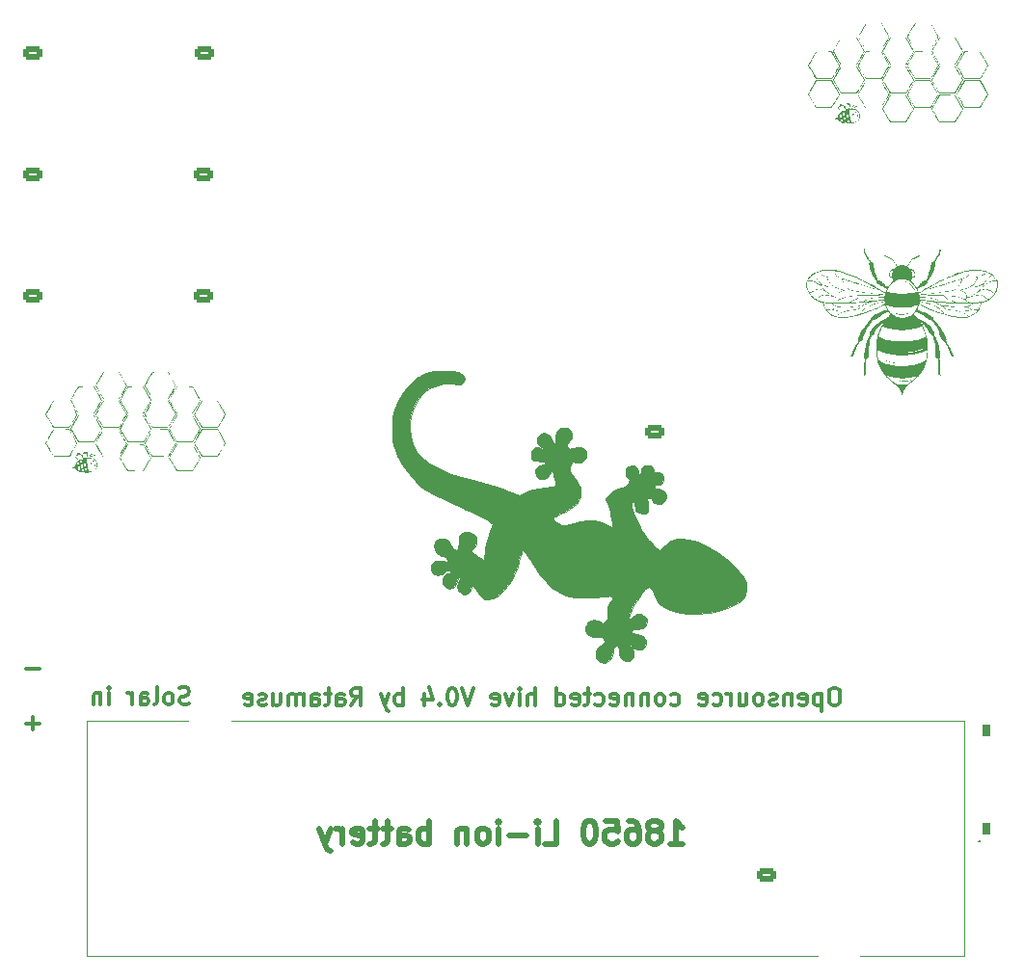
<source format=gbo>
G04 #@! TF.GenerationSoftware,KiCad,Pcbnew,(6.0.5)*
G04 #@! TF.CreationDate,2023-01-13T21:21:32+01:00*
G04 #@! TF.ProjectId,ruche,72756368-652e-46b6-9963-61645f706362,rev?*
G04 #@! TF.SameCoordinates,Original*
G04 #@! TF.FileFunction,Legend,Bot*
G04 #@! TF.FilePolarity,Positive*
%FSLAX46Y46*%
G04 Gerber Fmt 4.6, Leading zero omitted, Abs format (unit mm)*
G04 Created by KiCad (PCBNEW (6.0.5)) date 2023-01-13 21:21:32*
%MOMM*%
%LPD*%
G01*
G04 APERTURE LIST*
G04 Aperture macros list*
%AMRoundRect*
0 Rectangle with rounded corners*
0 $1 Rounding radius*
0 $2 $3 $4 $5 $6 $7 $8 $9 X,Y pos of 4 corners*
0 Add a 4 corners polygon primitive as box body*
4,1,4,$2,$3,$4,$5,$6,$7,$8,$9,$2,$3,0*
0 Add four circle primitives for the rounded corners*
1,1,$1+$1,$2,$3*
1,1,$1+$1,$4,$5*
1,1,$1+$1,$6,$7*
1,1,$1+$1,$8,$9*
0 Add four rect primitives between the rounded corners*
20,1,$1+$1,$2,$3,$4,$5,0*
20,1,$1+$1,$4,$5,$6,$7,0*
20,1,$1+$1,$6,$7,$8,$9,0*
20,1,$1+$1,$8,$9,$2,$3,0*%
G04 Aperture macros list end*
%ADD10C,0.300000*%
%ADD11C,0.500000*%
%ADD12C,0.010000*%
%ADD13C,0.100000*%
%ADD14C,0.200000*%
%ADD15R,2.175000X2.175000*%
%ADD16C,2.175000*%
%ADD17RoundRect,0.250000X-0.625000X0.350000X-0.625000X-0.350000X0.625000X-0.350000X0.625000X0.350000X0*%
%ADD18O,1.750000X1.200000*%
%ADD19RoundRect,0.250000X-0.350000X-0.625000X0.350000X-0.625000X0.350000X0.625000X-0.350000X0.625000X0*%
%ADD20O,1.200000X1.750000*%
%ADD21RoundRect,0.250000X0.625000X-0.350000X0.625000X0.350000X-0.625000X0.350000X-0.625000X-0.350000X0*%
%ADD22C,1.500000*%
%ADD23C,4.540000*%
%ADD24R,1.650000X1.650000*%
%ADD25C,1.650000*%
%ADD26RoundRect,0.500000X0.300000X0.000000X0.300000X0.000000X-0.300000X0.000000X-0.300000X0.000000X0*%
%ADD27C,0.670000*%
%ADD28C,1.980000*%
%ADD29C,5.325000*%
%ADD30C,3.585000*%
G04 APERTURE END LIST*
D10*
X102460714Y-146217142D02*
X102246428Y-146288571D01*
X101889285Y-146288571D01*
X101746428Y-146217142D01*
X101675000Y-146145714D01*
X101603571Y-146002857D01*
X101603571Y-145860000D01*
X101675000Y-145717142D01*
X101746428Y-145645714D01*
X101889285Y-145574285D01*
X102175000Y-145502857D01*
X102317857Y-145431428D01*
X102389285Y-145360000D01*
X102460714Y-145217142D01*
X102460714Y-145074285D01*
X102389285Y-144931428D01*
X102317857Y-144860000D01*
X102175000Y-144788571D01*
X101817857Y-144788571D01*
X101603571Y-144860000D01*
X100746428Y-146288571D02*
X100889285Y-146217142D01*
X100960714Y-146145714D01*
X101032142Y-146002857D01*
X101032142Y-145574285D01*
X100960714Y-145431428D01*
X100889285Y-145360000D01*
X100746428Y-145288571D01*
X100532142Y-145288571D01*
X100389285Y-145360000D01*
X100317857Y-145431428D01*
X100246428Y-145574285D01*
X100246428Y-146002857D01*
X100317857Y-146145714D01*
X100389285Y-146217142D01*
X100532142Y-146288571D01*
X100746428Y-146288571D01*
X99389285Y-146288571D02*
X99532142Y-146217142D01*
X99603571Y-146074285D01*
X99603571Y-144788571D01*
X98175000Y-146288571D02*
X98175000Y-145502857D01*
X98246428Y-145360000D01*
X98389285Y-145288571D01*
X98675000Y-145288571D01*
X98817857Y-145360000D01*
X98175000Y-146217142D02*
X98317857Y-146288571D01*
X98675000Y-146288571D01*
X98817857Y-146217142D01*
X98889285Y-146074285D01*
X98889285Y-145931428D01*
X98817857Y-145788571D01*
X98675000Y-145717142D01*
X98317857Y-145717142D01*
X98175000Y-145645714D01*
X97460714Y-146288571D02*
X97460714Y-145288571D01*
X97460714Y-145574285D02*
X97389285Y-145431428D01*
X97317857Y-145360000D01*
X97175000Y-145288571D01*
X97032142Y-145288571D01*
X95389285Y-146288571D02*
X95389285Y-145288571D01*
X95389285Y-144788571D02*
X95460714Y-144860000D01*
X95389285Y-144931428D01*
X95317857Y-144860000D01*
X95389285Y-144788571D01*
X95389285Y-144931428D01*
X94675000Y-145288571D02*
X94675000Y-146288571D01*
X94675000Y-145431428D02*
X94603571Y-145360000D01*
X94460714Y-145288571D01*
X94246428Y-145288571D01*
X94103571Y-145360000D01*
X94032142Y-145502857D01*
X94032142Y-146288571D01*
X89275000Y-143132142D02*
X88132142Y-143132142D01*
X89275000Y-147962142D02*
X88132142Y-147962142D01*
X88703571Y-148533571D02*
X88703571Y-147390714D01*
D11*
X144661904Y-158534761D02*
X145804761Y-158534761D01*
X145233333Y-158534761D02*
X145233333Y-156534761D01*
X145423809Y-156820476D01*
X145614285Y-157010952D01*
X145804761Y-157106190D01*
X143519047Y-157391904D02*
X143709523Y-157296666D01*
X143804761Y-157201428D01*
X143900000Y-157010952D01*
X143900000Y-156915714D01*
X143804761Y-156725238D01*
X143709523Y-156630000D01*
X143519047Y-156534761D01*
X143138095Y-156534761D01*
X142947619Y-156630000D01*
X142852380Y-156725238D01*
X142757142Y-156915714D01*
X142757142Y-157010952D01*
X142852380Y-157201428D01*
X142947619Y-157296666D01*
X143138095Y-157391904D01*
X143519047Y-157391904D01*
X143709523Y-157487142D01*
X143804761Y-157582380D01*
X143900000Y-157772857D01*
X143900000Y-158153809D01*
X143804761Y-158344285D01*
X143709523Y-158439523D01*
X143519047Y-158534761D01*
X143138095Y-158534761D01*
X142947619Y-158439523D01*
X142852380Y-158344285D01*
X142757142Y-158153809D01*
X142757142Y-157772857D01*
X142852380Y-157582380D01*
X142947619Y-157487142D01*
X143138095Y-157391904D01*
X141042857Y-156534761D02*
X141423809Y-156534761D01*
X141614285Y-156630000D01*
X141709523Y-156725238D01*
X141900000Y-157010952D01*
X141995238Y-157391904D01*
X141995238Y-158153809D01*
X141900000Y-158344285D01*
X141804761Y-158439523D01*
X141614285Y-158534761D01*
X141233333Y-158534761D01*
X141042857Y-158439523D01*
X140947619Y-158344285D01*
X140852380Y-158153809D01*
X140852380Y-157677619D01*
X140947619Y-157487142D01*
X141042857Y-157391904D01*
X141233333Y-157296666D01*
X141614285Y-157296666D01*
X141804761Y-157391904D01*
X141900000Y-157487142D01*
X141995238Y-157677619D01*
X139042857Y-156534761D02*
X139995238Y-156534761D01*
X140090476Y-157487142D01*
X139995238Y-157391904D01*
X139804761Y-157296666D01*
X139328571Y-157296666D01*
X139138095Y-157391904D01*
X139042857Y-157487142D01*
X138947619Y-157677619D01*
X138947619Y-158153809D01*
X139042857Y-158344285D01*
X139138095Y-158439523D01*
X139328571Y-158534761D01*
X139804761Y-158534761D01*
X139995238Y-158439523D01*
X140090476Y-158344285D01*
X137709523Y-156534761D02*
X137519047Y-156534761D01*
X137328571Y-156630000D01*
X137233333Y-156725238D01*
X137138095Y-156915714D01*
X137042857Y-157296666D01*
X137042857Y-157772857D01*
X137138095Y-158153809D01*
X137233333Y-158344285D01*
X137328571Y-158439523D01*
X137519047Y-158534761D01*
X137709523Y-158534761D01*
X137900000Y-158439523D01*
X137995238Y-158344285D01*
X138090476Y-158153809D01*
X138185714Y-157772857D01*
X138185714Y-157296666D01*
X138090476Y-156915714D01*
X137995238Y-156725238D01*
X137900000Y-156630000D01*
X137709523Y-156534761D01*
X133709523Y-158534761D02*
X134661904Y-158534761D01*
X134661904Y-156534761D01*
X133042857Y-158534761D02*
X133042857Y-157201428D01*
X133042857Y-156534761D02*
X133138095Y-156630000D01*
X133042857Y-156725238D01*
X132947619Y-156630000D01*
X133042857Y-156534761D01*
X133042857Y-156725238D01*
X132090476Y-157772857D02*
X130566666Y-157772857D01*
X129614285Y-158534761D02*
X129614285Y-157201428D01*
X129614285Y-156534761D02*
X129709523Y-156630000D01*
X129614285Y-156725238D01*
X129519047Y-156630000D01*
X129614285Y-156534761D01*
X129614285Y-156725238D01*
X128376190Y-158534761D02*
X128566666Y-158439523D01*
X128661904Y-158344285D01*
X128757142Y-158153809D01*
X128757142Y-157582380D01*
X128661904Y-157391904D01*
X128566666Y-157296666D01*
X128376190Y-157201428D01*
X128090476Y-157201428D01*
X127900000Y-157296666D01*
X127804761Y-157391904D01*
X127709523Y-157582380D01*
X127709523Y-158153809D01*
X127804761Y-158344285D01*
X127900000Y-158439523D01*
X128090476Y-158534761D01*
X128376190Y-158534761D01*
X126852380Y-157201428D02*
X126852380Y-158534761D01*
X126852380Y-157391904D02*
X126757142Y-157296666D01*
X126566666Y-157201428D01*
X126280952Y-157201428D01*
X126090476Y-157296666D01*
X125995238Y-157487142D01*
X125995238Y-158534761D01*
X123519047Y-158534761D02*
X123519047Y-156534761D01*
X123519047Y-157296666D02*
X123328571Y-157201428D01*
X122947619Y-157201428D01*
X122757142Y-157296666D01*
X122661904Y-157391904D01*
X122566666Y-157582380D01*
X122566666Y-158153809D01*
X122661904Y-158344285D01*
X122757142Y-158439523D01*
X122947619Y-158534761D01*
X123328571Y-158534761D01*
X123519047Y-158439523D01*
X120852380Y-158534761D02*
X120852380Y-157487142D01*
X120947619Y-157296666D01*
X121138095Y-157201428D01*
X121519047Y-157201428D01*
X121709523Y-157296666D01*
X120852380Y-158439523D02*
X121042857Y-158534761D01*
X121519047Y-158534761D01*
X121709523Y-158439523D01*
X121804761Y-158249047D01*
X121804761Y-158058571D01*
X121709523Y-157868095D01*
X121519047Y-157772857D01*
X121042857Y-157772857D01*
X120852380Y-157677619D01*
X120185714Y-157201428D02*
X119423809Y-157201428D01*
X119900000Y-156534761D02*
X119900000Y-158249047D01*
X119804761Y-158439523D01*
X119614285Y-158534761D01*
X119423809Y-158534761D01*
X119042857Y-157201428D02*
X118280952Y-157201428D01*
X118757142Y-156534761D02*
X118757142Y-158249047D01*
X118661904Y-158439523D01*
X118471428Y-158534761D01*
X118280952Y-158534761D01*
X116852380Y-158439523D02*
X117042857Y-158534761D01*
X117423809Y-158534761D01*
X117614285Y-158439523D01*
X117709523Y-158249047D01*
X117709523Y-157487142D01*
X117614285Y-157296666D01*
X117423809Y-157201428D01*
X117042857Y-157201428D01*
X116852380Y-157296666D01*
X116757142Y-157487142D01*
X116757142Y-157677619D01*
X117709523Y-157868095D01*
X115900000Y-158534761D02*
X115900000Y-157201428D01*
X115900000Y-157582380D02*
X115804761Y-157391904D01*
X115709523Y-157296666D01*
X115519047Y-157201428D01*
X115328571Y-157201428D01*
X114852380Y-157201428D02*
X114376190Y-158534761D01*
X113900000Y-157201428D02*
X114376190Y-158534761D01*
X114566666Y-159010952D01*
X114661904Y-159106190D01*
X114852380Y-159201428D01*
D10*
X159261428Y-144848571D02*
X158975714Y-144848571D01*
X158832857Y-144920000D01*
X158690000Y-145062857D01*
X158618571Y-145348571D01*
X158618571Y-145848571D01*
X158690000Y-146134285D01*
X158832857Y-146277142D01*
X158975714Y-146348571D01*
X159261428Y-146348571D01*
X159404285Y-146277142D01*
X159547142Y-146134285D01*
X159618571Y-145848571D01*
X159618571Y-145348571D01*
X159547142Y-145062857D01*
X159404285Y-144920000D01*
X159261428Y-144848571D01*
X157975714Y-145348571D02*
X157975714Y-146848571D01*
X157975714Y-145420000D02*
X157832857Y-145348571D01*
X157547142Y-145348571D01*
X157404285Y-145420000D01*
X157332857Y-145491428D01*
X157261428Y-145634285D01*
X157261428Y-146062857D01*
X157332857Y-146205714D01*
X157404285Y-146277142D01*
X157547142Y-146348571D01*
X157832857Y-146348571D01*
X157975714Y-146277142D01*
X156047142Y-146277142D02*
X156190000Y-146348571D01*
X156475714Y-146348571D01*
X156618571Y-146277142D01*
X156690000Y-146134285D01*
X156690000Y-145562857D01*
X156618571Y-145420000D01*
X156475714Y-145348571D01*
X156190000Y-145348571D01*
X156047142Y-145420000D01*
X155975714Y-145562857D01*
X155975714Y-145705714D01*
X156690000Y-145848571D01*
X155332857Y-145348571D02*
X155332857Y-146348571D01*
X155332857Y-145491428D02*
X155261428Y-145420000D01*
X155118571Y-145348571D01*
X154904285Y-145348571D01*
X154761428Y-145420000D01*
X154690000Y-145562857D01*
X154690000Y-146348571D01*
X154047142Y-146277142D02*
X153904285Y-146348571D01*
X153618571Y-146348571D01*
X153475714Y-146277142D01*
X153404285Y-146134285D01*
X153404285Y-146062857D01*
X153475714Y-145920000D01*
X153618571Y-145848571D01*
X153832857Y-145848571D01*
X153975714Y-145777142D01*
X154047142Y-145634285D01*
X154047142Y-145562857D01*
X153975714Y-145420000D01*
X153832857Y-145348571D01*
X153618571Y-145348571D01*
X153475714Y-145420000D01*
X152547142Y-146348571D02*
X152690000Y-146277142D01*
X152761428Y-146205714D01*
X152832857Y-146062857D01*
X152832857Y-145634285D01*
X152761428Y-145491428D01*
X152690000Y-145420000D01*
X152547142Y-145348571D01*
X152332857Y-145348571D01*
X152190000Y-145420000D01*
X152118571Y-145491428D01*
X152047142Y-145634285D01*
X152047142Y-146062857D01*
X152118571Y-146205714D01*
X152190000Y-146277142D01*
X152332857Y-146348571D01*
X152547142Y-146348571D01*
X150761428Y-145348571D02*
X150761428Y-146348571D01*
X151404285Y-145348571D02*
X151404285Y-146134285D01*
X151332857Y-146277142D01*
X151190000Y-146348571D01*
X150975714Y-146348571D01*
X150832857Y-146277142D01*
X150761428Y-146205714D01*
X150047142Y-146348571D02*
X150047142Y-145348571D01*
X150047142Y-145634285D02*
X149975714Y-145491428D01*
X149904285Y-145420000D01*
X149761428Y-145348571D01*
X149618571Y-145348571D01*
X148475714Y-146277142D02*
X148618571Y-146348571D01*
X148904285Y-146348571D01*
X149047142Y-146277142D01*
X149118571Y-146205714D01*
X149190000Y-146062857D01*
X149190000Y-145634285D01*
X149118571Y-145491428D01*
X149047142Y-145420000D01*
X148904285Y-145348571D01*
X148618571Y-145348571D01*
X148475714Y-145420000D01*
X147261428Y-146277142D02*
X147404285Y-146348571D01*
X147690000Y-146348571D01*
X147832857Y-146277142D01*
X147904285Y-146134285D01*
X147904285Y-145562857D01*
X147832857Y-145420000D01*
X147690000Y-145348571D01*
X147404285Y-145348571D01*
X147261428Y-145420000D01*
X147190000Y-145562857D01*
X147190000Y-145705714D01*
X147904285Y-145848571D01*
X144761428Y-146277142D02*
X144904285Y-146348571D01*
X145190000Y-146348571D01*
X145332857Y-146277142D01*
X145404285Y-146205714D01*
X145475714Y-146062857D01*
X145475714Y-145634285D01*
X145404285Y-145491428D01*
X145332857Y-145420000D01*
X145190000Y-145348571D01*
X144904285Y-145348571D01*
X144761428Y-145420000D01*
X143904285Y-146348571D02*
X144047142Y-146277142D01*
X144118571Y-146205714D01*
X144190000Y-146062857D01*
X144190000Y-145634285D01*
X144118571Y-145491428D01*
X144047142Y-145420000D01*
X143904285Y-145348571D01*
X143690000Y-145348571D01*
X143547142Y-145420000D01*
X143475714Y-145491428D01*
X143404285Y-145634285D01*
X143404285Y-146062857D01*
X143475714Y-146205714D01*
X143547142Y-146277142D01*
X143690000Y-146348571D01*
X143904285Y-146348571D01*
X142761428Y-145348571D02*
X142761428Y-146348571D01*
X142761428Y-145491428D02*
X142690000Y-145420000D01*
X142547142Y-145348571D01*
X142332857Y-145348571D01*
X142190000Y-145420000D01*
X142118571Y-145562857D01*
X142118571Y-146348571D01*
X141404285Y-145348571D02*
X141404285Y-146348571D01*
X141404285Y-145491428D02*
X141332857Y-145420000D01*
X141190000Y-145348571D01*
X140975714Y-145348571D01*
X140832857Y-145420000D01*
X140761428Y-145562857D01*
X140761428Y-146348571D01*
X139475714Y-146277142D02*
X139618571Y-146348571D01*
X139904285Y-146348571D01*
X140047142Y-146277142D01*
X140118571Y-146134285D01*
X140118571Y-145562857D01*
X140047142Y-145420000D01*
X139904285Y-145348571D01*
X139618571Y-145348571D01*
X139475714Y-145420000D01*
X139404285Y-145562857D01*
X139404285Y-145705714D01*
X140118571Y-145848571D01*
X138118571Y-146277142D02*
X138261428Y-146348571D01*
X138547142Y-146348571D01*
X138690000Y-146277142D01*
X138761428Y-146205714D01*
X138832857Y-146062857D01*
X138832857Y-145634285D01*
X138761428Y-145491428D01*
X138690000Y-145420000D01*
X138547142Y-145348571D01*
X138261428Y-145348571D01*
X138118571Y-145420000D01*
X137690000Y-145348571D02*
X137118571Y-145348571D01*
X137475714Y-144848571D02*
X137475714Y-146134285D01*
X137404285Y-146277142D01*
X137261428Y-146348571D01*
X137118571Y-146348571D01*
X136047142Y-146277142D02*
X136190000Y-146348571D01*
X136475714Y-146348571D01*
X136618571Y-146277142D01*
X136690000Y-146134285D01*
X136690000Y-145562857D01*
X136618571Y-145420000D01*
X136475714Y-145348571D01*
X136190000Y-145348571D01*
X136047142Y-145420000D01*
X135975714Y-145562857D01*
X135975714Y-145705714D01*
X136690000Y-145848571D01*
X134690000Y-146348571D02*
X134690000Y-144848571D01*
X134690000Y-146277142D02*
X134832857Y-146348571D01*
X135118571Y-146348571D01*
X135261428Y-146277142D01*
X135332857Y-146205714D01*
X135404285Y-146062857D01*
X135404285Y-145634285D01*
X135332857Y-145491428D01*
X135261428Y-145420000D01*
X135118571Y-145348571D01*
X134832857Y-145348571D01*
X134690000Y-145420000D01*
X132832857Y-146348571D02*
X132832857Y-144848571D01*
X132190000Y-146348571D02*
X132190000Y-145562857D01*
X132261428Y-145420000D01*
X132404285Y-145348571D01*
X132618571Y-145348571D01*
X132761428Y-145420000D01*
X132832857Y-145491428D01*
X131475714Y-146348571D02*
X131475714Y-145348571D01*
X131475714Y-144848571D02*
X131547142Y-144920000D01*
X131475714Y-144991428D01*
X131404285Y-144920000D01*
X131475714Y-144848571D01*
X131475714Y-144991428D01*
X130904285Y-145348571D02*
X130547142Y-146348571D01*
X130190000Y-145348571D01*
X129047142Y-146277142D02*
X129190000Y-146348571D01*
X129475714Y-146348571D01*
X129618571Y-146277142D01*
X129690000Y-146134285D01*
X129690000Y-145562857D01*
X129618571Y-145420000D01*
X129475714Y-145348571D01*
X129190000Y-145348571D01*
X129047142Y-145420000D01*
X128975714Y-145562857D01*
X128975714Y-145705714D01*
X129690000Y-145848571D01*
X127404285Y-144848571D02*
X126904285Y-146348571D01*
X126404285Y-144848571D01*
X125618571Y-144848571D02*
X125475714Y-144848571D01*
X125332857Y-144920000D01*
X125261428Y-144991428D01*
X125190000Y-145134285D01*
X125118571Y-145420000D01*
X125118571Y-145777142D01*
X125190000Y-146062857D01*
X125261428Y-146205714D01*
X125332857Y-146277142D01*
X125475714Y-146348571D01*
X125618571Y-146348571D01*
X125761428Y-146277142D01*
X125832857Y-146205714D01*
X125904285Y-146062857D01*
X125975714Y-145777142D01*
X125975714Y-145420000D01*
X125904285Y-145134285D01*
X125832857Y-144991428D01*
X125761428Y-144920000D01*
X125618571Y-144848571D01*
X124475714Y-146205714D02*
X124404285Y-146277142D01*
X124475714Y-146348571D01*
X124547142Y-146277142D01*
X124475714Y-146205714D01*
X124475714Y-146348571D01*
X123118571Y-145348571D02*
X123118571Y-146348571D01*
X123475714Y-144777142D02*
X123832857Y-145848571D01*
X122904285Y-145848571D01*
X121190000Y-146348571D02*
X121190000Y-144848571D01*
X121190000Y-145420000D02*
X121047142Y-145348571D01*
X120761428Y-145348571D01*
X120618571Y-145420000D01*
X120547142Y-145491428D01*
X120475714Y-145634285D01*
X120475714Y-146062857D01*
X120547142Y-146205714D01*
X120618571Y-146277142D01*
X120761428Y-146348571D01*
X121047142Y-146348571D01*
X121190000Y-146277142D01*
X119975714Y-145348571D02*
X119618571Y-146348571D01*
X119261428Y-145348571D02*
X119618571Y-146348571D01*
X119761428Y-146705714D01*
X119832857Y-146777142D01*
X119975714Y-146848571D01*
X116690000Y-146348571D02*
X117190000Y-145634285D01*
X117547142Y-146348571D02*
X117547142Y-144848571D01*
X116975714Y-144848571D01*
X116832857Y-144920000D01*
X116761428Y-144991428D01*
X116690000Y-145134285D01*
X116690000Y-145348571D01*
X116761428Y-145491428D01*
X116832857Y-145562857D01*
X116975714Y-145634285D01*
X117547142Y-145634285D01*
X115404285Y-146348571D02*
X115404285Y-145562857D01*
X115475714Y-145420000D01*
X115618571Y-145348571D01*
X115904285Y-145348571D01*
X116047142Y-145420000D01*
X115404285Y-146277142D02*
X115547142Y-146348571D01*
X115904285Y-146348571D01*
X116047142Y-146277142D01*
X116118571Y-146134285D01*
X116118571Y-145991428D01*
X116047142Y-145848571D01*
X115904285Y-145777142D01*
X115547142Y-145777142D01*
X115404285Y-145705714D01*
X114904285Y-145348571D02*
X114332857Y-145348571D01*
X114690000Y-144848571D02*
X114690000Y-146134285D01*
X114618571Y-146277142D01*
X114475714Y-146348571D01*
X114332857Y-146348571D01*
X113190000Y-146348571D02*
X113190000Y-145562857D01*
X113261428Y-145420000D01*
X113404285Y-145348571D01*
X113690000Y-145348571D01*
X113832857Y-145420000D01*
X113190000Y-146277142D02*
X113332857Y-146348571D01*
X113690000Y-146348571D01*
X113832857Y-146277142D01*
X113904285Y-146134285D01*
X113904285Y-145991428D01*
X113832857Y-145848571D01*
X113690000Y-145777142D01*
X113332857Y-145777142D01*
X113190000Y-145705714D01*
X112475714Y-146348571D02*
X112475714Y-145348571D01*
X112475714Y-145491428D02*
X112404285Y-145420000D01*
X112261428Y-145348571D01*
X112047142Y-145348571D01*
X111904285Y-145420000D01*
X111832857Y-145562857D01*
X111832857Y-146348571D01*
X111832857Y-145562857D02*
X111761428Y-145420000D01*
X111618571Y-145348571D01*
X111404285Y-145348571D01*
X111261428Y-145420000D01*
X111190000Y-145562857D01*
X111190000Y-146348571D01*
X109832857Y-145348571D02*
X109832857Y-146348571D01*
X110475714Y-145348571D02*
X110475714Y-146134285D01*
X110404285Y-146277142D01*
X110261428Y-146348571D01*
X110047142Y-146348571D01*
X109904285Y-146277142D01*
X109832857Y-146205714D01*
X109190000Y-146277142D02*
X109047142Y-146348571D01*
X108761428Y-146348571D01*
X108618571Y-146277142D01*
X108547142Y-146134285D01*
X108547142Y-146062857D01*
X108618571Y-145920000D01*
X108761428Y-145848571D01*
X108975714Y-145848571D01*
X109118571Y-145777142D01*
X109190000Y-145634285D01*
X109190000Y-145562857D01*
X109118571Y-145420000D01*
X108975714Y-145348571D01*
X108761428Y-145348571D01*
X108618571Y-145420000D01*
X107332857Y-146277142D02*
X107475714Y-146348571D01*
X107761428Y-146348571D01*
X107904285Y-146277142D01*
X107975714Y-146134285D01*
X107975714Y-145562857D01*
X107904285Y-145420000D01*
X107761428Y-145348571D01*
X107475714Y-145348571D01*
X107332857Y-145420000D01*
X107261428Y-145562857D01*
X107261428Y-145705714D01*
X107975714Y-145848571D01*
G36*
X164405683Y-111878551D02*
G01*
X164445868Y-111896971D01*
X164453391Y-111900726D01*
X164590595Y-111958203D01*
X164734765Y-111998704D01*
X164884688Y-112022174D01*
X165039154Y-112028560D01*
X165196950Y-112017808D01*
X165356866Y-111989863D01*
X165517689Y-111944673D01*
X165564751Y-111929557D01*
X165598336Y-111920642D01*
X165619289Y-111918187D01*
X165630062Y-111921912D01*
X165633108Y-111931538D01*
X165632433Y-111933792D01*
X165619178Y-111944178D01*
X165591195Y-111957238D01*
X165551398Y-111972112D01*
X165502706Y-111987939D01*
X165448034Y-112003856D01*
X165390299Y-112019004D01*
X165332416Y-112032520D01*
X165277303Y-112043544D01*
X165227875Y-112051214D01*
X165205776Y-112053647D01*
X165141270Y-112058199D01*
X165068253Y-112060544D01*
X164992170Y-112060717D01*
X164918464Y-112058752D01*
X164852580Y-112054682D01*
X164799963Y-112048542D01*
X164708153Y-112030342D01*
X164579154Y-111993325D01*
X164460406Y-111945399D01*
X164419405Y-111925348D01*
X164387551Y-111907566D01*
X164369872Y-111893823D01*
X164364562Y-111882670D01*
X164369813Y-111872654D01*
X164379824Y-111870916D01*
X164405683Y-111878551D01*
G37*
G36*
X163602151Y-116055124D02*
G01*
X163624738Y-116060154D01*
X163658827Y-116070291D01*
X163706477Y-116085981D01*
X163769751Y-116107668D01*
X163853705Y-116135430D01*
X164083793Y-116198840D01*
X164321956Y-116246347D01*
X164569099Y-116278110D01*
X164826124Y-116294290D01*
X164835256Y-116294587D01*
X164900243Y-116297021D01*
X164948516Y-116299699D01*
X164981954Y-116302995D01*
X165002436Y-116307283D01*
X165011840Y-116312935D01*
X165012045Y-116320326D01*
X165004931Y-116329829D01*
X164997114Y-116331867D01*
X164972601Y-116333308D01*
X164934502Y-116333538D01*
X164885730Y-116332673D01*
X164829197Y-116330829D01*
X164767815Y-116328122D01*
X164704496Y-116324669D01*
X164642151Y-116320586D01*
X164583693Y-116315987D01*
X164532034Y-116310990D01*
X164324998Y-116282561D01*
X164114597Y-116241968D01*
X163910485Y-116190864D01*
X163718002Y-116130433D01*
X163685449Y-116118856D01*
X163638973Y-116101203D01*
X163607667Y-116087314D01*
X163589634Y-116076299D01*
X163582975Y-116067272D01*
X163582786Y-116066214D01*
X163583236Y-116058599D01*
X163589004Y-116054754D01*
X163602151Y-116055124D01*
G37*
G36*
X166227098Y-108535204D02*
G01*
X166216441Y-108615107D01*
X166192674Y-108681875D01*
X166155898Y-108735288D01*
X166106216Y-108775127D01*
X166093844Y-108782121D01*
X166066131Y-108794234D01*
X166036930Y-108799844D01*
X165997652Y-108800997D01*
X165934000Y-108800467D01*
X165924371Y-108838641D01*
X165920362Y-108853002D01*
X165910490Y-108885288D01*
X165897300Y-108926646D01*
X165882478Y-108971937D01*
X165867712Y-109016022D01*
X165854690Y-109053762D01*
X165845101Y-109080017D01*
X165846140Y-109088951D01*
X165858077Y-109105127D01*
X165882956Y-109128719D01*
X165922167Y-109161194D01*
X166017113Y-109243876D01*
X166111169Y-109342142D01*
X166199799Y-109453313D01*
X166285565Y-109580346D01*
X166337208Y-109662760D01*
X166453350Y-109538126D01*
X166501630Y-109486555D01*
X166575691Y-109408387D01*
X166645982Y-109335318D01*
X166711035Y-109268829D01*
X166769380Y-109210403D01*
X166819546Y-109161523D01*
X166860063Y-109123670D01*
X166889462Y-109098328D01*
X166915738Y-109078022D01*
X166968745Y-109042246D01*
X167015958Y-109019209D01*
X167061171Y-109007288D01*
X167108178Y-109004863D01*
X167169809Y-109007098D01*
X167193449Y-108960778D01*
X167202768Y-108942216D01*
X167254951Y-108826804D01*
X167306054Y-108693963D01*
X167356164Y-108543416D01*
X167405368Y-108374888D01*
X167453752Y-108188101D01*
X167501405Y-107982779D01*
X167515921Y-107916962D01*
X167537920Y-107817733D01*
X167556662Y-107734462D01*
X167572628Y-107665613D01*
X167586298Y-107609651D01*
X167598152Y-107565040D01*
X167608670Y-107530245D01*
X167618333Y-107503731D01*
X167627620Y-107483961D01*
X167637012Y-107469401D01*
X167646988Y-107458515D01*
X167658029Y-107449767D01*
X167670615Y-107441622D01*
X167674964Y-107439079D01*
X167707701Y-107424707D01*
X167742034Y-107415272D01*
X167751729Y-107413448D01*
X167764001Y-107409681D01*
X167775797Y-107402747D01*
X167788975Y-107390590D01*
X167805393Y-107371154D01*
X167826910Y-107342384D01*
X167855384Y-107302222D01*
X167892673Y-107248614D01*
X167900222Y-107237704D01*
X167965810Y-107140931D01*
X168028973Y-107044303D01*
X168087889Y-106950766D01*
X168140736Y-106863266D01*
X168185690Y-106784746D01*
X168220931Y-106718152D01*
X168221156Y-106717701D01*
X168253651Y-106646774D01*
X168282464Y-106570835D01*
X168308668Y-106486435D01*
X168333333Y-106390124D01*
X168357533Y-106278450D01*
X168370505Y-106214722D01*
X168380763Y-106166042D01*
X168388682Y-106131324D01*
X168394874Y-106108288D01*
X168399954Y-106094655D01*
X168404535Y-106088147D01*
X168409231Y-106086484D01*
X168409512Y-106086490D01*
X168415817Y-106090754D01*
X168420940Y-106104241D01*
X168425121Y-106128871D01*
X168428598Y-106166565D01*
X168431611Y-106219240D01*
X168434397Y-106288818D01*
X168436054Y-106343553D01*
X168436713Y-106413386D01*
X168434471Y-106471199D01*
X168428568Y-106521040D01*
X168418243Y-106566962D01*
X168402738Y-106613015D01*
X168381290Y-106663251D01*
X168353139Y-106721719D01*
X168305679Y-106812006D01*
X168230455Y-106940584D01*
X168140714Y-107080344D01*
X168036617Y-107231036D01*
X167918328Y-107392410D01*
X167888121Y-107432570D01*
X167920262Y-107459402D01*
X167928102Y-107466087D01*
X167941716Y-107480252D01*
X167949495Y-107496193D01*
X167953536Y-107519590D01*
X167955932Y-107556123D01*
X167955946Y-107556400D01*
X167955303Y-107613679D01*
X167947979Y-107681324D01*
X167933718Y-107760429D01*
X167912264Y-107852090D01*
X167883360Y-107957400D01*
X167846750Y-108077453D01*
X167802179Y-108213346D01*
X167779532Y-108277960D01*
X167699917Y-108472679D01*
X167606407Y-108656568D01*
X167497419Y-108832529D01*
X167371370Y-109003465D01*
X167345010Y-109036709D01*
X167324190Y-109064204D01*
X167312238Y-109082948D01*
X167307567Y-109096103D01*
X167308591Y-109106827D01*
X167313723Y-109118282D01*
X167326265Y-109159702D01*
X167321250Y-109204110D01*
X167297878Y-109248997D01*
X167256348Y-109293755D01*
X167256059Y-109294009D01*
X167217949Y-109323922D01*
X167163785Y-109361047D01*
X167094618Y-109404770D01*
X167011499Y-109454476D01*
X166915480Y-109509550D01*
X166807610Y-109569377D01*
X166688940Y-109633343D01*
X166560521Y-109700833D01*
X166396170Y-109786192D01*
X166420386Y-109839691D01*
X166430692Y-109863957D01*
X166446853Y-109905050D01*
X166464717Y-109952907D01*
X166481957Y-110001416D01*
X166482518Y-110003042D01*
X166493595Y-110034757D01*
X166497088Y-110044759D01*
X166509465Y-110079328D01*
X166518354Y-110103193D01*
X166522464Y-110112799D01*
X166529966Y-110109693D01*
X166551068Y-110098121D01*
X166583150Y-110079483D01*
X166623621Y-110055286D01*
X166669896Y-110027035D01*
X166683632Y-110018580D01*
X166903744Y-109885788D01*
X166981459Y-109840470D01*
X167137168Y-109840470D01*
X167138267Y-109840751D01*
X167143046Y-109839794D01*
X167153304Y-109837091D01*
X167170839Y-109832137D01*
X167197449Y-109824425D01*
X167234931Y-109813450D01*
X167285083Y-109798704D01*
X167349703Y-109779683D01*
X167430589Y-109755879D01*
X167593635Y-109707823D01*
X167806985Y-109644667D01*
X168018315Y-109581809D01*
X168226620Y-109519556D01*
X168430896Y-109458219D01*
X168630140Y-109398105D01*
X168823349Y-109339523D01*
X169009518Y-109282783D01*
X169187645Y-109228192D01*
X169356725Y-109176060D01*
X169515755Y-109126694D01*
X169663732Y-109080405D01*
X169799651Y-109037500D01*
X169922510Y-108998288D01*
X170031305Y-108963078D01*
X170125032Y-108932179D01*
X170202687Y-108905899D01*
X170263267Y-108884547D01*
X170280251Y-108878385D01*
X170335221Y-108858510D01*
X170394110Y-108837296D01*
X170446780Y-108818397D01*
X170459979Y-108813630D01*
X170568079Y-108770486D01*
X170640021Y-108735130D01*
X170734860Y-108735130D01*
X170737812Y-108736336D01*
X170755780Y-108739972D01*
X170785905Y-108744439D01*
X170823696Y-108749034D01*
X170971801Y-108760985D01*
X171175975Y-108763250D01*
X171377646Y-108749218D01*
X171574989Y-108719191D01*
X171766179Y-108673465D01*
X171949391Y-108612342D01*
X172122799Y-108536120D01*
X172142102Y-108526388D01*
X172243809Y-108471288D01*
X172336548Y-108414591D01*
X172415618Y-108359139D01*
X172455222Y-108328941D01*
X172431651Y-108318201D01*
X172428445Y-108316799D01*
X172399667Y-108306284D01*
X172357388Y-108292932D01*
X172305766Y-108277889D01*
X172248958Y-108262302D01*
X172191120Y-108247316D01*
X172136408Y-108234077D01*
X172088981Y-108223732D01*
X171985484Y-108205027D01*
X171761927Y-108178014D01*
X171529584Y-108167524D01*
X171288615Y-108173563D01*
X171039182Y-108196135D01*
X170953999Y-108206493D01*
X170958048Y-108291187D01*
X170958991Y-108331528D01*
X170957373Y-108354139D01*
X170953648Y-108406201D01*
X170937477Y-108473079D01*
X170909321Y-108538022D01*
X170894806Y-108562367D01*
X170863471Y-108605188D01*
X170826052Y-108648752D01*
X170787609Y-108687319D01*
X170753202Y-108715148D01*
X170753161Y-108715175D01*
X170738332Y-108727367D01*
X170734860Y-108735130D01*
X170640021Y-108735130D01*
X170658969Y-108725818D01*
X170734093Y-108678602D01*
X170794899Y-108627810D01*
X170842832Y-108572416D01*
X170879337Y-108511395D01*
X170908758Y-108435776D01*
X170924451Y-108354139D01*
X170922926Y-108275498D01*
X170919574Y-108253228D01*
X170915029Y-108229472D01*
X170911562Y-108218563D01*
X170904724Y-108217494D01*
X170881306Y-108219826D01*
X170843935Y-108226091D01*
X170795065Y-108235727D01*
X170737152Y-108248171D01*
X170672649Y-108262860D01*
X170604013Y-108279230D01*
X170533698Y-108296719D01*
X170464159Y-108314764D01*
X170397850Y-108332801D01*
X170337228Y-108350269D01*
X170314895Y-108356982D01*
X170112089Y-108422052D01*
X169895982Y-108498379D01*
X169667762Y-108585430D01*
X169428614Y-108682671D01*
X169179724Y-108789570D01*
X168922278Y-108905594D01*
X168657462Y-109030209D01*
X168386463Y-109162881D01*
X168110466Y-109303079D01*
X167830658Y-109450268D01*
X167548225Y-109603916D01*
X167542198Y-109607250D01*
X167459618Y-109653090D01*
X167383300Y-109695749D01*
X167314706Y-109734390D01*
X167255302Y-109768175D01*
X167206550Y-109796268D01*
X167169915Y-109817831D01*
X167146861Y-109832027D01*
X167138851Y-109838019D01*
X167138824Y-109838215D01*
X167137953Y-109839456D01*
X167137168Y-109840470D01*
X166981459Y-109840470D01*
X167137240Y-109749629D01*
X167380982Y-109611759D01*
X167631831Y-109473836D01*
X167886649Y-109337519D01*
X168142298Y-109204464D01*
X168395639Y-109076328D01*
X168643534Y-108954771D01*
X168882845Y-108841448D01*
X169110433Y-108738019D01*
X169227174Y-108686822D01*
X169477529Y-108581330D01*
X169718145Y-108485963D01*
X169948204Y-108401002D01*
X170166888Y-108326732D01*
X170373380Y-108263435D01*
X170566863Y-108211396D01*
X170746520Y-108170898D01*
X170786904Y-108162997D01*
X171024363Y-108125021D01*
X171257981Y-108102084D01*
X171486774Y-108094057D01*
X171709758Y-108100815D01*
X171925949Y-108122231D01*
X172134365Y-108158177D01*
X172334021Y-108208528D01*
X172523933Y-108273156D01*
X172650820Y-108328941D01*
X172703119Y-108351934D01*
X172870594Y-108444735D01*
X172918357Y-108475308D01*
X173039361Y-108563054D01*
X173039917Y-108563457D01*
X173148762Y-108658112D01*
X173243672Y-108757906D01*
X173323424Y-108861471D01*
X173386800Y-108967439D01*
X173428430Y-109064750D01*
X173432577Y-109074443D01*
X173447169Y-109121151D01*
X173474438Y-109250843D01*
X173484349Y-109385167D01*
X173483467Y-109402180D01*
X173477207Y-109522978D01*
X173453312Y-109663134D01*
X173412967Y-109804489D01*
X173356475Y-109945901D01*
X173284138Y-110086224D01*
X173220066Y-110186903D01*
X173196257Y-110224315D01*
X173093136Y-110359029D01*
X173035502Y-110424805D01*
X172959437Y-110504068D01*
X172877952Y-110582136D01*
X172794287Y-110656161D01*
X172711680Y-110723295D01*
X172709595Y-110724823D01*
X172633371Y-110780693D01*
X172562597Y-110825504D01*
X172556896Y-110828683D01*
X172506122Y-110853182D01*
X172441633Y-110879289D01*
X172367669Y-110905572D01*
X172288471Y-110930598D01*
X172208277Y-110952936D01*
X172131330Y-110971154D01*
X172094247Y-110979053D01*
X172059337Y-110986561D01*
X172035312Y-110991814D01*
X172025936Y-110993995D01*
X172024483Y-110998410D01*
X172021456Y-111010599D01*
X172019683Y-111017741D01*
X172012524Y-111048851D01*
X172003927Y-111087815D01*
X171960488Y-111247326D01*
X171900301Y-111402552D01*
X171824812Y-111549961D01*
X171773558Y-111628645D01*
X171735103Y-111687680D01*
X171632261Y-111813842D01*
X171517371Y-111926575D01*
X171394211Y-112024213D01*
X171248130Y-112117479D01*
X171092575Y-112194775D01*
X171065385Y-112204884D01*
X170928039Y-112255949D01*
X170755012Y-112300850D01*
X170573986Y-112329324D01*
X170385454Y-112341221D01*
X170189908Y-112336389D01*
X169991418Y-112318422D01*
X169756618Y-112286258D01*
X169508414Y-112241389D01*
X169247017Y-112183863D01*
X168972641Y-112113726D01*
X168685496Y-112031027D01*
X168385794Y-111935810D01*
X168297407Y-111906111D01*
X168068150Y-111825533D01*
X167841791Y-111740972D01*
X167620576Y-111653387D01*
X167406752Y-111563736D01*
X167202565Y-111472977D01*
X167010262Y-111382070D01*
X166832088Y-111291974D01*
X166670292Y-111203647D01*
X166654542Y-111194721D01*
X166614825Y-111172696D01*
X166582375Y-111155399D01*
X166560196Y-111144404D01*
X166551291Y-111141285D01*
X166550774Y-111142152D01*
X166545772Y-111155703D01*
X166545584Y-111156290D01*
X166537453Y-111181671D01*
X166531885Y-111200204D01*
X166527314Y-111215421D01*
X166514659Y-111257605D01*
X166484963Y-111347001D01*
X166452887Y-111429188D01*
X166415385Y-111512242D01*
X166370542Y-111605973D01*
X166592359Y-111682182D01*
X166728014Y-111730101D01*
X166898373Y-111794365D01*
X167056681Y-111858910D01*
X167202218Y-111923347D01*
X167334262Y-111987282D01*
X167452091Y-112050327D01*
X167554985Y-112112089D01*
X167642222Y-112172178D01*
X167713082Y-112230203D01*
X167766843Y-112285772D01*
X167802784Y-112338494D01*
X167814860Y-112362552D01*
X167823112Y-112384945D01*
X167823994Y-112403456D01*
X167818795Y-112425047D01*
X167815381Y-112436545D01*
X167813010Y-112451993D01*
X167817508Y-112465017D01*
X167831275Y-112480593D01*
X167856710Y-112503698D01*
X167871958Y-112517391D01*
X167997399Y-112639415D01*
X168123138Y-112777859D01*
X168247782Y-112930668D01*
X168369934Y-113095784D01*
X168488201Y-113271150D01*
X168601186Y-113454710D01*
X168707497Y-113644407D01*
X168805736Y-113838184D01*
X168894510Y-114033983D01*
X168918419Y-114093344D01*
X168936536Y-114148868D01*
X168944864Y-114193395D01*
X168943594Y-114229521D01*
X168932916Y-114259843D01*
X168913019Y-114286956D01*
X168889252Y-114312601D01*
X168958732Y-114417975D01*
X169013793Y-114504206D01*
X169087882Y-114628195D01*
X169161266Y-114759464D01*
X169232100Y-114894352D01*
X169298534Y-115029203D01*
X169358723Y-115160356D01*
X169410819Y-115284154D01*
X169452974Y-115396936D01*
X169454631Y-115401729D01*
X169482015Y-115476263D01*
X169508236Y-115536433D01*
X169535720Y-115586104D01*
X169566894Y-115629139D01*
X169604183Y-115669403D01*
X169650013Y-115710759D01*
X169712388Y-115763675D01*
X169623155Y-115758654D01*
X169596859Y-115756872D01*
X169523114Y-115747187D01*
X169464210Y-115730149D01*
X169417642Y-115704027D01*
X169380908Y-115667089D01*
X169351503Y-115617605D01*
X169326924Y-115553842D01*
X169325533Y-115549587D01*
X169312471Y-115512498D01*
X169293475Y-115461741D01*
X169269809Y-115400477D01*
X169242741Y-115331866D01*
X169213536Y-115259067D01*
X169183461Y-115185240D01*
X169153781Y-115113545D01*
X169125764Y-115047141D01*
X169100674Y-114989189D01*
X169074206Y-114930134D01*
X169029306Y-114833969D01*
X168983156Y-114739558D01*
X168937381Y-114650052D01*
X168893610Y-114568605D01*
X168853469Y-114498369D01*
X168818585Y-114442499D01*
X168758313Y-114351963D01*
X168706369Y-114346602D01*
X168658714Y-114336484D01*
X168608692Y-114315632D01*
X168565776Y-114287517D01*
X168535811Y-114255268D01*
X168529946Y-114244355D01*
X168517132Y-114214814D01*
X168501255Y-114173595D01*
X168483782Y-114124574D01*
X168466184Y-114071627D01*
X168411775Y-113907943D01*
X168341933Y-113715999D01*
X168269717Y-113537967D01*
X168193937Y-113371109D01*
X168113405Y-113212684D01*
X168026930Y-113059956D01*
X167988816Y-112997891D01*
X167946272Y-112932074D01*
X167901570Y-112865825D01*
X167856078Y-112800954D01*
X167811168Y-112739266D01*
X167768210Y-112682570D01*
X167728574Y-112632673D01*
X167693630Y-112591382D01*
X167664748Y-112560505D01*
X167643298Y-112541848D01*
X167630651Y-112537221D01*
X167621885Y-112539007D01*
X167593963Y-112538257D01*
X167557229Y-112532721D01*
X167517564Y-112523640D01*
X167480852Y-112512252D01*
X167452974Y-112499796D01*
X167451463Y-112498895D01*
X167430429Y-112485122D01*
X167397740Y-112462420D01*
X167356427Y-112432949D01*
X167309520Y-112398869D01*
X167260051Y-112362339D01*
X167198878Y-112317272D01*
X167029100Y-112197669D01*
X166867193Y-112092145D01*
X166711279Y-111999509D01*
X166559477Y-111918572D01*
X166524277Y-111901376D01*
X166479865Y-111880537D01*
X166432257Y-111858859D01*
X166384824Y-111837816D01*
X166340938Y-111818883D01*
X166303970Y-111803534D01*
X166277293Y-111793243D01*
X166264277Y-111789485D01*
X166261793Y-111790666D01*
X166248833Y-111802535D01*
X166228690Y-111824441D01*
X166204537Y-111853009D01*
X166199351Y-111859343D01*
X166169996Y-111894486D01*
X166141289Y-111927864D01*
X166118779Y-111953006D01*
X166105738Y-111967320D01*
X166090692Y-111984911D01*
X166084831Y-111993406D01*
X166084831Y-111993416D01*
X166091167Y-112001273D01*
X166108270Y-112019621D01*
X166133543Y-112045735D01*
X166164388Y-112076889D01*
X166202235Y-112115737D01*
X166246850Y-112163090D01*
X166292528Y-112212827D01*
X166333700Y-112258956D01*
X166342435Y-112268848D01*
X166377010Y-112306329D01*
X166407559Y-112336899D01*
X166431443Y-112358014D01*
X166446019Y-112367130D01*
X166453940Y-112369726D01*
X166478724Y-112379357D01*
X166515062Y-112394385D01*
X166559464Y-112413354D01*
X166608441Y-112434810D01*
X166712682Y-112483044D01*
X166898741Y-112579782D01*
X167073731Y-112684919D01*
X167236151Y-112797381D01*
X167384497Y-112916093D01*
X167517270Y-113039980D01*
X167632968Y-113167969D01*
X167686619Y-113236145D01*
X167751484Y-113327852D01*
X167807273Y-113418000D01*
X167853142Y-113504781D01*
X167888243Y-113586388D01*
X167911731Y-113661012D01*
X167922757Y-113726844D01*
X167920477Y-113782078D01*
X167918078Y-113793400D01*
X167910452Y-113818961D01*
X167902758Y-113833789D01*
X167899950Y-113840674D01*
X167904731Y-113860138D01*
X167921356Y-113891786D01*
X167922863Y-113894340D01*
X167949615Y-113942760D01*
X167980937Y-114004055D01*
X168014774Y-114073814D01*
X168049074Y-114147624D01*
X168081784Y-114221074D01*
X168110852Y-114289753D01*
X168134224Y-114349248D01*
X168196655Y-114531105D01*
X168265211Y-114770927D01*
X168323003Y-115023345D01*
X168369617Y-115286503D01*
X168404639Y-115558548D01*
X168405391Y-115565769D01*
X168410531Y-115619995D01*
X168414728Y-115672571D01*
X168417566Y-115717816D01*
X168418632Y-115750049D01*
X168417245Y-115779681D01*
X168408625Y-115825762D01*
X168393339Y-115861652D01*
X168372804Y-115883234D01*
X168358541Y-115891561D01*
X168346197Y-115901057D01*
X168339798Y-115912961D01*
X168338504Y-115931331D01*
X168341475Y-115960228D01*
X168347872Y-116003709D01*
X168358170Y-116078411D01*
X168372462Y-116207590D01*
X168383882Y-116344716D01*
X168392240Y-116485400D01*
X168397342Y-116625252D01*
X168398999Y-116759884D01*
X168397017Y-116884907D01*
X168391205Y-116995932D01*
X168388871Y-117027103D01*
X168385496Y-117077274D01*
X168383942Y-117114857D01*
X168384344Y-117143956D01*
X168386837Y-117168678D01*
X168391557Y-117193127D01*
X168398640Y-117221411D01*
X168411697Y-117264397D01*
X168429087Y-117311988D01*
X168446449Y-117351777D01*
X168446926Y-117352738D01*
X168461186Y-117381953D01*
X168471333Y-117403595D01*
X168475198Y-117413042D01*
X168474058Y-117413949D01*
X168461322Y-117411455D01*
X168438271Y-117403328D01*
X168409697Y-117391506D01*
X168380390Y-117377924D01*
X168355143Y-117364520D01*
X168354616Y-117364210D01*
X168291107Y-117319627D01*
X168245734Y-117271225D01*
X168218631Y-117219189D01*
X168209931Y-117163704D01*
X168210333Y-117148223D01*
X168211773Y-117113522D01*
X168214050Y-117067169D01*
X168216958Y-117013303D01*
X168220291Y-116956065D01*
X168220934Y-116945167D01*
X168225406Y-116849246D01*
X168228451Y-116744501D01*
X168230113Y-116633998D01*
X168230432Y-116520808D01*
X168229452Y-116407998D01*
X168227214Y-116298638D01*
X168223761Y-116195795D01*
X168219135Y-116102540D01*
X168213378Y-116021939D01*
X168206533Y-115957063D01*
X168204681Y-115944074D01*
X168199242Y-115923063D01*
X168189159Y-115912789D01*
X168170247Y-115907541D01*
X168139693Y-115897738D01*
X168096811Y-115873941D01*
X168056756Y-115842050D01*
X168026294Y-115806802D01*
X167999948Y-115767017D01*
X167994036Y-115403983D01*
X167992647Y-115327285D01*
X167989841Y-115212727D01*
X167986217Y-115112068D01*
X167981536Y-115022236D01*
X167975560Y-114940159D01*
X167968052Y-114862763D01*
X167958774Y-114786975D01*
X167947487Y-114709723D01*
X167933955Y-114627935D01*
X167890231Y-114412367D01*
X167831676Y-114194870D01*
X167758925Y-113982161D01*
X167747195Y-113951417D01*
X167733693Y-113918260D01*
X167722652Y-113896736D01*
X167711628Y-113883256D01*
X167698177Y-113874231D01*
X167679854Y-113866071D01*
X167670920Y-113862173D01*
X167645206Y-113848054D01*
X167620434Y-113829000D01*
X167594997Y-113803052D01*
X167567289Y-113768252D01*
X167535703Y-113722638D01*
X167498633Y-113664252D01*
X167454472Y-113591134D01*
X167408450Y-113514558D01*
X167331668Y-113391054D01*
X167260734Y-113282849D01*
X167194763Y-113188611D01*
X167132871Y-113107010D01*
X167113878Y-113083751D01*
X167063743Y-113026627D01*
X167006894Y-112966478D01*
X166946984Y-112906879D01*
X166887669Y-112851406D01*
X166832605Y-112803634D01*
X166785446Y-112767139D01*
X166735008Y-112731823D01*
X166697789Y-112706549D01*
X166673633Y-112691283D01*
X166661530Y-112685388D01*
X166660469Y-112688225D01*
X166664460Y-112694908D01*
X166677041Y-112715888D01*
X166696317Y-112747993D01*
X166720565Y-112788353D01*
X166748058Y-112834094D01*
X166791231Y-112909197D01*
X166827667Y-112972582D01*
X166950283Y-113214820D01*
X167055737Y-113463374D01*
X167143645Y-113717205D01*
X167205661Y-113945914D01*
X167213622Y-113975272D01*
X167265285Y-114236532D01*
X167268464Y-114256467D01*
X167305188Y-114539360D01*
X167326055Y-114819989D01*
X167327668Y-114908837D01*
X167331079Y-115096756D01*
X167328831Y-115153215D01*
X167320274Y-115368066D01*
X167293654Y-115632323D01*
X167251232Y-115887929D01*
X167247061Y-115908429D01*
X167187161Y-116156145D01*
X167111761Y-116393304D01*
X167020682Y-116620276D01*
X166972382Y-116718353D01*
X166913742Y-116837427D01*
X166790763Y-117045127D01*
X166651564Y-117243744D01*
X166565345Y-117348970D01*
X166495965Y-117433645D01*
X166492149Y-117437818D01*
X166437244Y-117497857D01*
X166313736Y-117620087D01*
X166175043Y-117741760D01*
X166019435Y-117864439D01*
X166007491Y-117873451D01*
X165856693Y-117993927D01*
X165714060Y-118120294D01*
X165581256Y-118250739D01*
X165459945Y-118383449D01*
X165351790Y-118516613D01*
X165258458Y-118648417D01*
X165181610Y-118777048D01*
X165181269Y-118777682D01*
X165162373Y-118816843D01*
X165143173Y-118863190D01*
X165125337Y-118911882D01*
X165110532Y-118958078D01*
X165100426Y-118996936D01*
X165096687Y-119023615D01*
X165093715Y-119045005D01*
X165085394Y-119062223D01*
X165078804Y-119067238D01*
X165059044Y-119073516D01*
X165044601Y-119070509D01*
X165027578Y-119053352D01*
X165021400Y-119023615D01*
X165018143Y-118997929D01*
X165007471Y-118956931D01*
X164990934Y-118907600D01*
X164970143Y-118854331D01*
X164946710Y-118801516D01*
X164922249Y-118753546D01*
X164914672Y-118740017D01*
X164821552Y-118591778D01*
X164709815Y-118443233D01*
X164579641Y-118294577D01*
X164431212Y-118146002D01*
X164264708Y-117997704D01*
X164080311Y-117849877D01*
X163985963Y-117776036D01*
X163863499Y-117673181D01*
X163752763Y-117570576D01*
X163650203Y-117464693D01*
X163635225Y-117447458D01*
X163741655Y-117447458D01*
X163747301Y-117457497D01*
X163764355Y-117476184D01*
X163793552Y-117504968D01*
X163835627Y-117545299D01*
X163876834Y-117584133D01*
X163924024Y-117626933D01*
X163972424Y-117668711D01*
X164025577Y-117712436D01*
X164087023Y-117761078D01*
X164160303Y-117817607D01*
X164271738Y-117905090D01*
X164387874Y-118002446D01*
X164489685Y-118095327D01*
X164493422Y-118098899D01*
X164519687Y-118123075D01*
X164541242Y-118139254D01*
X164563878Y-118150366D01*
X164593385Y-118159337D01*
X164635553Y-118169095D01*
X164650267Y-118172284D01*
X164700583Y-118182522D01*
X164750411Y-118191834D01*
X164790833Y-118198530D01*
X164813523Y-118201159D01*
X164856198Y-118204499D01*
X164909121Y-118207511D01*
X164968144Y-118210064D01*
X165029120Y-118212032D01*
X165087902Y-118213287D01*
X165140344Y-118213699D01*
X165182298Y-118213141D01*
X165209618Y-118211484D01*
X165260548Y-118205247D01*
X165321499Y-118197394D01*
X165370556Y-118190418D01*
X165411763Y-118183691D01*
X165449166Y-118176585D01*
X165486809Y-118168473D01*
X165524100Y-118159646D01*
X165554306Y-118150306D01*
X165577650Y-118138614D01*
X165600294Y-118121391D01*
X165628403Y-118095458D01*
X165681114Y-118046427D01*
X165799878Y-117943349D01*
X165934257Y-117835845D01*
X166022923Y-117766660D01*
X166112982Y-117694355D01*
X166189705Y-117630160D01*
X166254420Y-117572932D01*
X166308454Y-117521528D01*
X166353132Y-117474803D01*
X166386546Y-117437818D01*
X166327445Y-117456213D01*
X166220440Y-117487357D01*
X166038063Y-117532077D01*
X165845125Y-117570173D01*
X165646189Y-117600972D01*
X165445820Y-117623803D01*
X165248584Y-117637995D01*
X165059044Y-117642874D01*
X164942210Y-117640968D01*
X164747158Y-117630200D01*
X164547255Y-117610523D01*
X164347068Y-117582608D01*
X164151164Y-117547128D01*
X163964111Y-117504755D01*
X163790476Y-117456161D01*
X163785822Y-117454714D01*
X163761650Y-117447516D01*
X163746683Y-117444614D01*
X163741655Y-117447458D01*
X163635225Y-117447458D01*
X163552268Y-117352004D01*
X163455408Y-117228981D01*
X163418098Y-117178825D01*
X163361869Y-117099721D01*
X163311858Y-117023798D01*
X163264846Y-116945858D01*
X163217616Y-116860705D01*
X163183694Y-116795384D01*
X163576123Y-116795384D01*
X163578442Y-116812929D01*
X163591202Y-116841314D01*
X163614899Y-116881777D01*
X163650032Y-116935556D01*
X163729083Y-117046351D01*
X163833725Y-117177245D01*
X163942208Y-117297210D01*
X163952300Y-117307472D01*
X163986711Y-117339264D01*
X164012131Y-117357044D01*
X164027862Y-117360412D01*
X164033201Y-117348970D01*
X164028992Y-117340576D01*
X164014021Y-117320739D01*
X163990763Y-117293427D01*
X163961902Y-117261919D01*
X163873679Y-117163558D01*
X163767069Y-117030813D01*
X163671140Y-116895506D01*
X163662745Y-116882886D01*
X163636794Y-116845082D01*
X163614618Y-116814538D01*
X163598345Y-116794113D01*
X163590107Y-116786669D01*
X163583745Y-116787441D01*
X163576123Y-116795384D01*
X163183694Y-116795384D01*
X163166950Y-116763142D01*
X163095010Y-116611320D01*
X163071601Y-116552593D01*
X163451018Y-116552593D01*
X163453596Y-116572944D01*
X163465503Y-116605875D01*
X163487086Y-116653062D01*
X163491526Y-116662094D01*
X163511241Y-116698295D01*
X163527564Y-116721817D01*
X163538846Y-116730204D01*
X163547813Y-116728062D01*
X163552104Y-116718353D01*
X163548525Y-116698794D01*
X163536616Y-116667205D01*
X163515919Y-116621404D01*
X163511046Y-116611231D01*
X163491444Y-116574289D01*
X163475318Y-116550444D01*
X163464159Y-116541986D01*
X163457424Y-116543146D01*
X163451018Y-116552593D01*
X163071601Y-116552593D01*
X163004239Y-116383595D01*
X162928936Y-116146304D01*
X162869287Y-115900392D01*
X162825476Y-115646802D01*
X162797690Y-115386477D01*
X162788204Y-115168417D01*
X162859406Y-115168417D01*
X162860662Y-115203132D01*
X162863074Y-115248419D01*
X162866427Y-115301175D01*
X162870507Y-115358297D01*
X162875100Y-115416683D01*
X162879991Y-115473229D01*
X162884967Y-115524834D01*
X162889813Y-115568395D01*
X162892174Y-115587395D01*
X162897857Y-115630385D01*
X162904226Y-115674197D01*
X162911852Y-115722365D01*
X162921307Y-115778422D01*
X162933160Y-115845898D01*
X162947984Y-115928328D01*
X162952283Y-115941326D01*
X162973073Y-115972252D01*
X163008478Y-116008349D01*
X163056602Y-116048357D01*
X163115548Y-116091013D01*
X163183419Y-116135056D01*
X163258321Y-116179222D01*
X163338357Y-116222252D01*
X163421631Y-116262882D01*
X163506246Y-116299851D01*
X163519399Y-116305202D01*
X163703358Y-116371598D01*
X163900862Y-116427717D01*
X164112417Y-116473653D01*
X164338527Y-116509503D01*
X164579696Y-116535362D01*
X164836430Y-116551325D01*
X164867306Y-116552583D01*
X164930770Y-116554984D01*
X164988776Y-116556940D01*
X165037989Y-116558349D01*
X165075071Y-116559113D01*
X165096687Y-116559131D01*
X165292562Y-116551489D01*
X165474541Y-116540634D01*
X165642493Y-116526288D01*
X165798724Y-116508100D01*
X165945541Y-116485716D01*
X166085249Y-116458786D01*
X166220157Y-116426955D01*
X166352569Y-116389873D01*
X166484794Y-116347188D01*
X166552525Y-116322478D01*
X166640321Y-116286429D01*
X166727331Y-116246576D01*
X166811679Y-116204065D01*
X166891490Y-116160042D01*
X166964891Y-116115654D01*
X167030005Y-116072045D01*
X167084958Y-116030363D01*
X167127875Y-115991752D01*
X167156882Y-115957358D01*
X167170103Y-115928328D01*
X167176841Y-115891031D01*
X167190325Y-115815426D01*
X167201083Y-115753264D01*
X167209686Y-115701012D01*
X167216705Y-115655139D01*
X167222711Y-115612110D01*
X167228274Y-115568395D01*
X167231242Y-115542611D01*
X167236230Y-115493403D01*
X167241199Y-115438151D01*
X167245937Y-115379953D01*
X167250229Y-115321907D01*
X167253864Y-115267112D01*
X167256627Y-115218666D01*
X167258307Y-115179668D01*
X167258690Y-115153215D01*
X167257563Y-115142407D01*
X167254758Y-115142621D01*
X167238907Y-115149325D01*
X167212629Y-115162837D01*
X167179760Y-115181243D01*
X167178958Y-115181707D01*
X167059203Y-115244649D01*
X166923104Y-115304779D01*
X166773007Y-115361394D01*
X166611254Y-115413790D01*
X166440190Y-115461264D01*
X166262158Y-115503112D01*
X166079503Y-115538629D01*
X165894568Y-115567113D01*
X165855359Y-115572286D01*
X165767896Y-115583233D01*
X165687638Y-115592197D01*
X165611331Y-115599362D01*
X165535723Y-115604916D01*
X165457562Y-115609041D01*
X165373595Y-115611925D01*
X165280571Y-115613752D01*
X165175236Y-115614707D01*
X165054338Y-115614976D01*
X164988728Y-115614900D01*
X164878387Y-115614308D01*
X164781911Y-115612973D01*
X164696070Y-115610711D01*
X164617635Y-115607336D01*
X164543377Y-115602661D01*
X164470066Y-115596503D01*
X164394472Y-115588675D01*
X164313366Y-115578992D01*
X164223519Y-115567268D01*
X164052596Y-115541106D01*
X163868781Y-115505890D01*
X163689701Y-115464347D01*
X163517683Y-115417170D01*
X163415563Y-115384446D01*
X165195502Y-115384446D01*
X165195540Y-115384926D01*
X165205235Y-115391668D01*
X165228949Y-115396943D01*
X165262213Y-115400625D01*
X165300558Y-115402588D01*
X165339516Y-115402703D01*
X165374618Y-115400844D01*
X165401394Y-115396884D01*
X165415376Y-115390696D01*
X165415680Y-115390327D01*
X165421670Y-115377510D01*
X165414308Y-115368829D01*
X165411593Y-115368233D01*
X165525771Y-115368233D01*
X165529546Y-115377510D01*
X165531694Y-115382788D01*
X165537717Y-115388015D01*
X165547939Y-115392740D01*
X165549087Y-115392565D01*
X165564145Y-115390819D01*
X165593404Y-115387663D01*
X165633273Y-115383479D01*
X165680163Y-115378649D01*
X165700196Y-115376555D01*
X165890045Y-115352005D01*
X166078557Y-115319408D01*
X166262319Y-115279573D01*
X166437922Y-115233309D01*
X166601956Y-115181424D01*
X166751008Y-115124727D01*
X166774260Y-115114815D01*
X166838676Y-115085715D01*
X166901983Y-115054942D01*
X166961877Y-115023812D01*
X167016051Y-114993640D01*
X167062200Y-114965740D01*
X167098019Y-114941430D01*
X167121200Y-114922024D01*
X167129440Y-114908837D01*
X167126604Y-114896114D01*
X167114474Y-114891685D01*
X167091594Y-114900072D01*
X167056663Y-114921502D01*
X167001890Y-114956299D01*
X166898448Y-115012971D01*
X166780987Y-115067925D01*
X166652496Y-115119985D01*
X166515959Y-115167974D01*
X166374365Y-115210714D01*
X166230700Y-115247028D01*
X166219531Y-115249543D01*
X166147581Y-115264704D01*
X166068205Y-115279925D01*
X165984631Y-115294714D01*
X165900092Y-115308579D01*
X165817818Y-115321027D01*
X165741040Y-115331565D01*
X165672987Y-115339702D01*
X165616891Y-115344946D01*
X165575982Y-115346803D01*
X165558227Y-115348164D01*
X165535628Y-115355869D01*
X165525771Y-115368233D01*
X165411593Y-115368233D01*
X165392285Y-115363994D01*
X165354292Y-115362710D01*
X165299021Y-115364686D01*
X165274392Y-115366131D01*
X165235606Y-115369259D01*
X165211427Y-115372991D01*
X165199008Y-115377873D01*
X165195502Y-115384446D01*
X163415563Y-115384446D01*
X163355054Y-115365056D01*
X163204141Y-115308698D01*
X163067272Y-115248792D01*
X162946773Y-115186032D01*
X162922229Y-115172229D01*
X162891431Y-115155802D01*
X162869616Y-115145297D01*
X162860399Y-115142533D01*
X162859520Y-115147377D01*
X162859406Y-115168417D01*
X162788204Y-115168417D01*
X162786113Y-115120361D01*
X162790932Y-114849397D01*
X162806418Y-114615180D01*
X162832834Y-114371981D01*
X162869658Y-114140853D01*
X162911604Y-113946618D01*
X162988647Y-113946618D01*
X162988649Y-113946782D01*
X162992795Y-113955915D01*
X163006279Y-113967470D01*
X163031101Y-113982674D01*
X163069259Y-114002755D01*
X163122752Y-114028940D01*
X163276042Y-114097193D01*
X163490974Y-114177397D01*
X163719798Y-114246324D01*
X163961708Y-114303789D01*
X164215897Y-114349605D01*
X164481562Y-114383587D01*
X164757895Y-114405550D01*
X164981099Y-114413530D01*
X165265127Y-114410509D01*
X165546947Y-114392979D01*
X165824308Y-114361209D01*
X166094959Y-114315470D01*
X166356652Y-114256033D01*
X166607135Y-114183168D01*
X166659237Y-114165682D01*
X166735872Y-114138214D01*
X166811232Y-114109317D01*
X166883251Y-114079931D01*
X166949862Y-114050994D01*
X167008998Y-114023445D01*
X167058590Y-113998224D01*
X167096573Y-113976269D01*
X167120879Y-113958519D01*
X167129440Y-113945914D01*
X167129324Y-113943910D01*
X167125522Y-113924131D01*
X167117088Y-113890572D01*
X167105026Y-113846658D01*
X167090343Y-113795815D01*
X167074042Y-113741470D01*
X167057130Y-113687046D01*
X167040612Y-113635972D01*
X167025492Y-113591671D01*
X167010029Y-113549407D01*
X166987090Y-113490140D01*
X166961534Y-113427067D01*
X166934425Y-113362553D01*
X166906829Y-113298965D01*
X166879808Y-113238668D01*
X166854428Y-113184029D01*
X166831751Y-113137413D01*
X166812843Y-113101187D01*
X166798767Y-113077716D01*
X166790588Y-113069367D01*
X166789959Y-113069455D01*
X166776796Y-113074024D01*
X166750402Y-113084503D01*
X166714256Y-113099482D01*
X166671838Y-113117548D01*
X166483412Y-113190788D01*
X166272450Y-113256449D01*
X166047407Y-113311001D01*
X165808969Y-113354281D01*
X165557821Y-113386121D01*
X165488350Y-113391882D01*
X165396185Y-113396981D01*
X165292506Y-113400652D01*
X165181096Y-113402892D01*
X165065742Y-113403702D01*
X164950228Y-113403081D01*
X164838340Y-113401028D01*
X164733864Y-113397543D01*
X164640584Y-113392625D01*
X164562286Y-113386274D01*
X164540459Y-113384011D01*
X164286174Y-113350747D01*
X164047012Y-113306297D01*
X163822977Y-113250661D01*
X163614073Y-113183841D01*
X163420305Y-113105837D01*
X163400325Y-113096987D01*
X163366973Y-113082795D01*
X163342172Y-113073012D01*
X163330196Y-113069367D01*
X163326121Y-113071896D01*
X163313872Y-113088825D01*
X163296354Y-113119702D01*
X163274616Y-113162217D01*
X163249711Y-113214062D01*
X163222689Y-113272924D01*
X163194600Y-113336496D01*
X163166495Y-113402466D01*
X163139425Y-113468525D01*
X163114442Y-113532364D01*
X163092595Y-113591671D01*
X163090263Y-113598300D01*
X163074631Y-113644568D01*
X163057832Y-113696901D01*
X163040868Y-113751876D01*
X163024741Y-113806072D01*
X163010453Y-113856066D01*
X162999007Y-113898437D01*
X162991404Y-113929762D01*
X162988647Y-113946618D01*
X162911604Y-113946618D01*
X162917446Y-113919565D01*
X162976754Y-113705886D01*
X163048136Y-113497584D01*
X163132149Y-113292429D01*
X163229347Y-113088188D01*
X163242075Y-113063301D01*
X163265370Y-113018769D01*
X163745824Y-113018769D01*
X163746434Y-113032063D01*
X163747720Y-113034032D01*
X163760323Y-113042423D01*
X163773462Y-113032360D01*
X163786904Y-113004164D01*
X163800415Y-112958152D01*
X163806962Y-112930048D01*
X163810125Y-112909197D01*
X163808177Y-112898432D01*
X163801166Y-112893378D01*
X163794027Y-112891878D01*
X163779259Y-112896368D01*
X163773130Y-112907694D01*
X163764765Y-112932064D01*
X163756452Y-112962728D01*
X163749651Y-112993644D01*
X163745824Y-113018769D01*
X163265370Y-113018769D01*
X163268210Y-113013340D01*
X163294707Y-112964546D01*
X163323510Y-112913506D01*
X163356562Y-112856810D01*
X163395808Y-112791043D01*
X163396073Y-112790605D01*
X163818759Y-112790605D01*
X163824884Y-112808483D01*
X163835690Y-112810853D01*
X163849594Y-112796619D01*
X163865263Y-112766475D01*
X163876991Y-112739717D01*
X163944655Y-112609187D01*
X164024866Y-112488563D01*
X164115290Y-112381439D01*
X164139002Y-112355901D01*
X164164678Y-112324766D01*
X164176557Y-112303800D01*
X164175145Y-112291975D01*
X164160944Y-112288263D01*
X164160027Y-112288361D01*
X164146176Y-112296762D01*
X164123564Y-112316692D01*
X164094861Y-112345299D01*
X164062737Y-112379731D01*
X164029863Y-112417136D01*
X163998909Y-112454664D01*
X163972545Y-112489461D01*
X163972536Y-112489474D01*
X163949369Y-112524399D01*
X163923882Y-112566852D01*
X163897797Y-112613456D01*
X163872840Y-112660836D01*
X163850734Y-112705616D01*
X163833203Y-112744422D01*
X163821970Y-112773876D01*
X163818759Y-112790605D01*
X163396073Y-112790605D01*
X163443191Y-112712794D01*
X163462598Y-112680898D01*
X163405154Y-112717500D01*
X163326227Y-112771318D01*
X163243677Y-112836171D01*
X163163447Y-112908948D01*
X163084336Y-112991062D01*
X163005147Y-113083925D01*
X162924680Y-113188951D01*
X162841735Y-113307552D01*
X162755113Y-113441142D01*
X162663615Y-113591134D01*
X162648095Y-113617119D01*
X162606468Y-113685130D01*
X162571398Y-113739059D01*
X162541279Y-113780868D01*
X162514504Y-113812516D01*
X162489464Y-113835964D01*
X162464552Y-113853172D01*
X162438162Y-113866101D01*
X162435072Y-113867385D01*
X162416319Y-113876211D01*
X162402766Y-113886682D01*
X162391505Y-113902809D01*
X162379629Y-113928603D01*
X162364229Y-113968074D01*
X162307794Y-114127952D01*
X162237312Y-114374332D01*
X162184132Y-114627935D01*
X162175729Y-114677732D01*
X162163573Y-114756429D01*
X162153520Y-114832434D01*
X162145332Y-114908818D01*
X162138773Y-114988654D01*
X162133602Y-115075016D01*
X162129584Y-115170977D01*
X162126479Y-115279608D01*
X162124051Y-115403983D01*
X162118140Y-115767017D01*
X162091793Y-115806802D01*
X162069248Y-115834250D01*
X162030926Y-115867193D01*
X161988310Y-115893181D01*
X161948149Y-115907483D01*
X161943590Y-115908355D01*
X161933105Y-115911223D01*
X161924991Y-115916649D01*
X161918714Y-115926947D01*
X161913736Y-115944435D01*
X161909525Y-115971430D01*
X161905543Y-116010246D01*
X161901256Y-116063202D01*
X161896128Y-116132612D01*
X161893927Y-116174118D01*
X161892160Y-116233515D01*
X161890972Y-116305667D01*
X161890334Y-116387704D01*
X161890222Y-116476756D01*
X161890608Y-116569951D01*
X161891465Y-116664419D01*
X161892768Y-116757291D01*
X161894490Y-116845695D01*
X161896604Y-116926762D01*
X161899084Y-116997619D01*
X161901903Y-117055399D01*
X161905035Y-117097229D01*
X161907469Y-117137995D01*
X161907100Y-117177405D01*
X161903993Y-117206737D01*
X161892214Y-117239941D01*
X161861686Y-117284757D01*
X161816587Y-117327413D01*
X161759322Y-117365739D01*
X161692297Y-117397568D01*
X161671212Y-117405482D01*
X161650787Y-117412176D01*
X161642889Y-117413322D01*
X161646348Y-117404507D01*
X161656079Y-117383318D01*
X161669882Y-117354641D01*
X161688066Y-117316520D01*
X161707715Y-117269661D01*
X161720281Y-117227897D01*
X161726989Y-117185280D01*
X161729065Y-117135865D01*
X161727731Y-117073702D01*
X161726568Y-117038454D01*
X161724765Y-116957400D01*
X161723752Y-116868325D01*
X161723493Y-116774585D01*
X161723954Y-116679533D01*
X161725099Y-116586524D01*
X161726893Y-116498913D01*
X161729301Y-116420054D01*
X161732288Y-116353301D01*
X161735819Y-116302008D01*
X161740997Y-116248497D01*
X161748825Y-116176128D01*
X161757455Y-116103072D01*
X161765781Y-116039035D01*
X161771421Y-115998234D01*
X161776482Y-115957881D01*
X161778356Y-115930407D01*
X161776607Y-115912508D01*
X161770802Y-115900882D01*
X161760506Y-115892225D01*
X161745283Y-115883234D01*
X161732736Y-115872522D01*
X161715230Y-115842332D01*
X161703583Y-115800719D01*
X161699355Y-115752134D01*
X161699720Y-115729792D01*
X161703140Y-115667040D01*
X161709808Y-115590586D01*
X161719296Y-115503713D01*
X161731174Y-115409702D01*
X161745014Y-115311835D01*
X161760386Y-115213392D01*
X161776862Y-115117656D01*
X161794014Y-115027908D01*
X161832615Y-114853882D01*
X161880572Y-114670813D01*
X161934380Y-114494301D01*
X161993177Y-114326787D01*
X162056103Y-114170709D01*
X162122296Y-114028510D01*
X162190898Y-113902629D01*
X162195000Y-113895706D01*
X162210498Y-113868071D01*
X162217374Y-113850404D01*
X162216863Y-113837745D01*
X162210200Y-113825138D01*
X162204985Y-113814530D01*
X162197732Y-113780440D01*
X162196456Y-113736231D01*
X162201115Y-113687220D01*
X162211667Y-113638726D01*
X162225522Y-113597757D01*
X162251546Y-113535252D01*
X162284103Y-113467506D01*
X162320492Y-113400066D01*
X162358010Y-113338477D01*
X162450406Y-113210412D01*
X162568742Y-113073953D01*
X162703637Y-112942936D01*
X162854104Y-112818238D01*
X163019157Y-112700737D01*
X163197811Y-112591310D01*
X163210150Y-112584352D01*
X163289702Y-112541356D01*
X163375202Y-112497872D01*
X163461189Y-112456539D01*
X163542199Y-112419995D01*
X163612769Y-112390880D01*
X163626669Y-112385490D01*
X163656424Y-112373255D01*
X163679712Y-112361370D01*
X163700302Y-112346928D01*
X163721964Y-112327026D01*
X163748466Y-112298756D01*
X163783578Y-112259215D01*
X163821487Y-112216906D01*
X163867568Y-112166749D01*
X163913137Y-112118255D01*
X163952325Y-112077737D01*
X163954117Y-112075925D01*
X163984915Y-112044505D01*
X164010072Y-112018372D01*
X164027035Y-112000205D01*
X164033256Y-111992685D01*
X164030619Y-111988616D01*
X164018298Y-111973961D01*
X163999308Y-111953006D01*
X163995771Y-111949168D01*
X163971659Y-111921966D01*
X163942402Y-111887756D01*
X163913550Y-111853009D01*
X163903464Y-111840823D01*
X163880556Y-111814553D01*
X163862947Y-111796315D01*
X163853810Y-111789485D01*
X163842347Y-111792695D01*
X163816616Y-111802528D01*
X163780330Y-111817536D01*
X163736863Y-111836242D01*
X163689586Y-111857173D01*
X163641870Y-111878855D01*
X163597088Y-111899812D01*
X163558610Y-111918572D01*
X163506219Y-111945440D01*
X163353201Y-112030307D01*
X163195418Y-112127285D01*
X163030990Y-112237566D01*
X162858036Y-112362339D01*
X162852406Y-112366527D01*
X162803075Y-112402888D01*
X162756650Y-112436555D01*
X162716160Y-112465368D01*
X162684638Y-112487168D01*
X162665113Y-112499796D01*
X162652611Y-112506092D01*
X162619639Y-112518140D01*
X162580775Y-112528525D01*
X162541896Y-112536004D01*
X162508880Y-112539338D01*
X162487602Y-112537284D01*
X162476297Y-112540883D01*
X162455432Y-112558373D01*
X162427019Y-112588288D01*
X162392416Y-112628837D01*
X162352983Y-112678227D01*
X162310078Y-112734669D01*
X162265060Y-112796371D01*
X162219289Y-112861542D01*
X162174124Y-112928391D01*
X162130922Y-112995126D01*
X162091045Y-113059956D01*
X162056469Y-113119044D01*
X161980766Y-113257533D01*
X161909607Y-113401533D01*
X161841843Y-113553700D01*
X161776327Y-113716688D01*
X161711911Y-113893151D01*
X161647446Y-114085743D01*
X161640754Y-114106172D01*
X161623548Y-114155829D01*
X161606980Y-114200018D01*
X161592659Y-114234558D01*
X161582196Y-114255268D01*
X161554952Y-114285305D01*
X161512803Y-114313822D01*
X161463065Y-114335297D01*
X161411548Y-114346619D01*
X161359434Y-114351998D01*
X161294656Y-114450080D01*
X161290420Y-114456546D01*
X161247916Y-114526267D01*
X161200858Y-114611193D01*
X161150382Y-114708889D01*
X161097623Y-114816917D01*
X161043716Y-114932843D01*
X160989799Y-115054229D01*
X160937005Y-115178641D01*
X160886471Y-115303642D01*
X160839332Y-115426795D01*
X160819341Y-115480218D01*
X160799305Y-115532897D01*
X160781559Y-115578699D01*
X160767498Y-115614026D01*
X160758517Y-115635279D01*
X160740161Y-115666119D01*
X160701444Y-115703209D01*
X160648122Y-115730762D01*
X160579470Y-115749118D01*
X160494761Y-115758615D01*
X160405357Y-115763598D01*
X160462723Y-115715585D01*
X160498060Y-115684309D01*
X160550271Y-115628568D01*
X160592593Y-115567769D01*
X160628000Y-115497333D01*
X160659468Y-115412679D01*
X160685010Y-115340121D01*
X160726496Y-115235868D01*
X160776269Y-115122101D01*
X160832730Y-115002003D01*
X160894279Y-114878758D01*
X160959315Y-114755550D01*
X161026240Y-114635561D01*
X161093454Y-114521975D01*
X161159356Y-114417975D01*
X161228835Y-114312601D01*
X161205068Y-114286956D01*
X161198186Y-114279083D01*
X161181612Y-114252980D01*
X161173446Y-114223441D01*
X161173922Y-114187914D01*
X161183276Y-114143845D01*
X161201739Y-114088680D01*
X161229548Y-114019867D01*
X161276422Y-113914210D01*
X161360952Y-113740335D01*
X161455823Y-113562626D01*
X161558383Y-113385965D01*
X161665986Y-113215235D01*
X161771398Y-113060981D01*
X161890105Y-112902254D01*
X162010143Y-112757968D01*
X162133399Y-112625868D01*
X162261762Y-112503698D01*
X162277053Y-112489908D01*
X162295726Y-112471466D01*
X162304062Y-112457849D01*
X162304454Y-112444047D01*
X162299292Y-112425047D01*
X162294823Y-112408037D01*
X162294147Y-112389420D01*
X162300539Y-112368573D01*
X162315286Y-112338528D01*
X162334660Y-112308082D01*
X162365341Y-112269980D01*
X162399520Y-112235044D01*
X162410390Y-112225337D01*
X162488366Y-112163687D01*
X162583652Y-112100003D01*
X162695106Y-112034828D01*
X162821589Y-111968706D01*
X162961962Y-111902181D01*
X163115086Y-111835797D01*
X163279819Y-111770099D01*
X163455023Y-111705631D01*
X163639559Y-111642937D01*
X163749344Y-111607107D01*
X163713770Y-111535958D01*
X163696536Y-111500220D01*
X163655680Y-111405534D01*
X163619164Y-111307254D01*
X163590541Y-111214647D01*
X163587964Y-111205137D01*
X163667378Y-111205137D01*
X163670338Y-111225907D01*
X163680005Y-111259300D01*
X163695244Y-111302565D01*
X163714921Y-111352949D01*
X163737901Y-111407703D01*
X163763048Y-111464075D01*
X163789228Y-111519313D01*
X163815307Y-111570666D01*
X163840149Y-111615384D01*
X163879231Y-111678539D01*
X163976723Y-111812586D01*
X164084726Y-111931064D01*
X164203008Y-112033825D01*
X164331334Y-112120723D01*
X164469472Y-112191611D01*
X164617188Y-112246342D01*
X164774249Y-112284771D01*
X164918124Y-112303800D01*
X164940421Y-112306749D01*
X164945465Y-112307152D01*
X164992609Y-112310677D01*
X165033870Y-112313362D01*
X165064959Y-112314950D01*
X165081585Y-112315186D01*
X165118341Y-112312586D01*
X165232796Y-112301747D01*
X165333894Y-112287218D01*
X165425714Y-112268196D01*
X165512333Y-112243875D01*
X165597831Y-112213453D01*
X165607192Y-112209749D01*
X165744187Y-112144866D01*
X165873332Y-112063515D01*
X165993593Y-111966731D01*
X166103935Y-111855550D01*
X166203324Y-111731004D01*
X166290726Y-111594129D01*
X166365106Y-111445959D01*
X166379995Y-111410967D01*
X166398988Y-111363259D01*
X166416533Y-111316091D01*
X166431478Y-111272832D01*
X166442671Y-111236852D01*
X166448958Y-111211520D01*
X166449187Y-111200204D01*
X166449037Y-111200097D01*
X166437979Y-111201839D01*
X166413243Y-111209474D01*
X166378355Y-111221824D01*
X166336843Y-111237711D01*
X166215866Y-111281990D01*
X166010289Y-111342558D01*
X165791942Y-111389749D01*
X165561171Y-111423503D01*
X165318324Y-111443763D01*
X165063749Y-111450471D01*
X164875978Y-111446965D01*
X164631509Y-111431050D01*
X164400184Y-111402230D01*
X164181619Y-111360443D01*
X163975433Y-111305624D01*
X163781244Y-111237711D01*
X163778665Y-111236693D01*
X163737447Y-111220983D01*
X163703062Y-111208879D01*
X163679037Y-111201560D01*
X163668900Y-111200204D01*
X163667378Y-111205137D01*
X163587964Y-111205137D01*
X163568652Y-111133881D01*
X163455104Y-111199503D01*
X163443235Y-111206329D01*
X163331276Y-111268026D01*
X163204472Y-111333646D01*
X163065673Y-111401847D01*
X162917728Y-111471289D01*
X162763488Y-111540630D01*
X162605802Y-111608530D01*
X162447521Y-111673647D01*
X162241310Y-111754343D01*
X162000401Y-111843396D01*
X161761844Y-111926061D01*
X161526791Y-112002066D01*
X161296394Y-112071142D01*
X161071804Y-112133020D01*
X160854172Y-112187427D01*
X160644651Y-112234095D01*
X160444391Y-112272754D01*
X160254545Y-112303133D01*
X160076264Y-112324961D01*
X159910699Y-112337970D01*
X159759002Y-112341888D01*
X159622325Y-112336445D01*
X159474865Y-112320461D01*
X159335714Y-112295490D01*
X159204473Y-112260603D01*
X159076378Y-112214528D01*
X159035809Y-112196220D01*
X159286947Y-112196220D01*
X159289156Y-112207645D01*
X159290119Y-112208189D01*
X159308684Y-112214473D01*
X159341769Y-112222352D01*
X159385621Y-112231120D01*
X159436489Y-112240070D01*
X159490620Y-112248496D01*
X159544260Y-112255690D01*
X159627979Y-112263520D01*
X159773016Y-112267916D01*
X159932893Y-112262616D01*
X160106881Y-112247719D01*
X160294250Y-112223326D01*
X160494270Y-112189537D01*
X160706211Y-112146452D01*
X160929343Y-112094174D01*
X161162937Y-112032800D01*
X161337041Y-111984720D01*
X161349151Y-111959385D01*
X161388795Y-111959385D01*
X161388944Y-111961191D01*
X161395854Y-111967831D01*
X161400477Y-111966818D01*
X161421495Y-111960593D01*
X161456683Y-111949395D01*
X161503696Y-111934019D01*
X161560193Y-111915262D01*
X161623829Y-111893920D01*
X161692261Y-111870789D01*
X161763145Y-111846665D01*
X161834139Y-111822345D01*
X161902899Y-111798623D01*
X161967081Y-111776297D01*
X162024342Y-111756162D01*
X162072339Y-111739015D01*
X162108729Y-111725652D01*
X162163314Y-111704989D01*
X162367286Y-111625297D01*
X162565904Y-111543828D01*
X162756998Y-111461556D01*
X162938397Y-111379457D01*
X163107932Y-111298508D01*
X163263432Y-111219683D01*
X163402726Y-111143957D01*
X163451795Y-111116259D01*
X163491316Y-111093340D01*
X163518544Y-111075448D01*
X163535469Y-111060147D01*
X163544087Y-111045001D01*
X163546388Y-111027576D01*
X163544365Y-111005435D01*
X163540012Y-110976142D01*
X163538508Y-110966333D01*
X163531851Y-110932698D01*
X163524680Y-110908312D01*
X163518305Y-110897902D01*
X163515625Y-110897763D01*
X163496881Y-110900579D01*
X163463101Y-110907587D01*
X163416554Y-110918214D01*
X163359510Y-110931888D01*
X163294237Y-110948035D01*
X163223006Y-110966083D01*
X163148085Y-110985460D01*
X163071745Y-111005593D01*
X162996253Y-111025909D01*
X162923880Y-111045835D01*
X162856895Y-111064800D01*
X162841486Y-111069251D01*
X162666675Y-111122002D01*
X162503222Y-111175528D01*
X162352175Y-111229400D01*
X162214581Y-111283189D01*
X162091488Y-111336468D01*
X161983943Y-111388808D01*
X161892993Y-111439781D01*
X161819686Y-111488958D01*
X161807473Y-111498233D01*
X161745029Y-111548478D01*
X161698451Y-111588843D01*
X161679985Y-111604846D01*
X161616887Y-111663163D01*
X161560277Y-111719259D01*
X161514701Y-111768962D01*
X161489228Y-111800142D01*
X161459308Y-111839885D01*
X161431966Y-111879217D01*
X161409541Y-111914602D01*
X161394372Y-111942504D01*
X161388795Y-111959385D01*
X161349151Y-111959385D01*
X161366832Y-111922393D01*
X161380196Y-111896313D01*
X161428399Y-111819967D01*
X161491194Y-111740183D01*
X161566506Y-111659689D01*
X161638184Y-111588843D01*
X161492315Y-111595284D01*
X161483230Y-111595702D01*
X161425466Y-111598837D01*
X161355486Y-111603256D01*
X161278779Y-111608580D01*
X161200835Y-111614430D01*
X161127142Y-111620429D01*
X160955176Y-111636505D01*
X160732858Y-111661862D01*
X160524226Y-111691128D01*
X160329778Y-111724167D01*
X160150010Y-111760844D01*
X160105644Y-111771674D01*
X159985418Y-111801022D01*
X159836497Y-111844566D01*
X159703745Y-111891341D01*
X159587655Y-111941211D01*
X159488726Y-111994040D01*
X159407453Y-112049692D01*
X159344331Y-112108032D01*
X159338600Y-112114501D01*
X159313591Y-112146178D01*
X159295733Y-112174575D01*
X159286947Y-112196220D01*
X159035809Y-112196220D01*
X158946669Y-112155993D01*
X158901833Y-112133019D01*
X158754556Y-112044401D01*
X158620054Y-111942269D01*
X158498913Y-111827375D01*
X158391720Y-111700471D01*
X158343549Y-111628645D01*
X158433796Y-111628645D01*
X158434426Y-111631048D01*
X158443918Y-111646492D01*
X158462742Y-111671449D01*
X158488227Y-111702706D01*
X158517705Y-111737050D01*
X158548506Y-111771269D01*
X158577962Y-111802150D01*
X158584607Y-111808815D01*
X158709435Y-111920442D01*
X158844678Y-112016641D01*
X158990985Y-112097822D01*
X159149003Y-112164397D01*
X159183249Y-112176827D01*
X159211868Y-112185666D01*
X159231216Y-112186675D01*
X159246045Y-112178635D01*
X159261106Y-112160331D01*
X159281149Y-112130544D01*
X159325492Y-112076292D01*
X159390777Y-112018328D01*
X159472136Y-111962747D01*
X159568138Y-111910412D01*
X159677354Y-111862184D01*
X159798354Y-111818924D01*
X159813312Y-111814128D01*
X159859198Y-111799344D01*
X159898462Y-111786591D01*
X159927334Y-111777099D01*
X159942043Y-111772095D01*
X159942746Y-111771674D01*
X159935262Y-111769779D01*
X159912004Y-111768032D01*
X159875479Y-111766544D01*
X159828192Y-111765422D01*
X159772647Y-111764774D01*
X159651815Y-111761678D01*
X159474619Y-111747496D01*
X159309928Y-111721674D01*
X159156136Y-111683936D01*
X159011641Y-111634007D01*
X158907217Y-111592265D01*
X158837540Y-111607666D01*
X158801351Y-111614021D01*
X158748946Y-111619331D01*
X158682971Y-111622575D01*
X158600839Y-111623931D01*
X158552492Y-111624347D01*
X158505054Y-111625127D01*
X158467465Y-111626160D01*
X158442715Y-111627361D01*
X158433796Y-111628645D01*
X158343549Y-111628645D01*
X158299062Y-111562311D01*
X158221525Y-111413646D01*
X158159696Y-111255230D01*
X158114161Y-111087815D01*
X158108134Y-111060348D01*
X158100428Y-111026366D01*
X158096635Y-111010599D01*
X158174391Y-111010599D01*
X158175338Y-111018774D01*
X158180139Y-111041773D01*
X158188059Y-111075851D01*
X158198266Y-111117284D01*
X158200565Y-111126259D01*
X158229749Y-111224404D01*
X158266050Y-111324112D01*
X158306797Y-111418595D01*
X158349319Y-111501065D01*
X158349914Y-111502104D01*
X158372641Y-111539915D01*
X158390152Y-111563981D01*
X158405209Y-111577504D01*
X158420573Y-111583685D01*
X158424252Y-111584363D01*
X158450960Y-111586869D01*
X158491177Y-111588520D01*
X158540575Y-111589338D01*
X158594828Y-111589348D01*
X158649610Y-111588572D01*
X158700594Y-111587035D01*
X158743453Y-111584759D01*
X158773861Y-111581769D01*
X158800037Y-111577276D01*
X158987674Y-111577276D01*
X158990018Y-111581931D01*
X159007249Y-111593386D01*
X159039036Y-111607257D01*
X159082775Y-111622800D01*
X159135859Y-111639270D01*
X159195681Y-111655922D01*
X159259637Y-111672012D01*
X159325121Y-111686796D01*
X159389527Y-111699528D01*
X159450248Y-111709463D01*
X159493666Y-111714590D01*
X159562897Y-111720191D01*
X159642488Y-111724527D01*
X159727684Y-111727484D01*
X159813732Y-111728949D01*
X159895876Y-111728810D01*
X159969361Y-111726952D01*
X160029433Y-111723262D01*
X160035172Y-111722742D01*
X160066309Y-111719706D01*
X160099773Y-111716030D01*
X160137598Y-111711434D01*
X160181819Y-111705638D01*
X160234469Y-111698362D01*
X160297583Y-111689327D01*
X160373194Y-111678253D01*
X160463338Y-111664858D01*
X160570048Y-111648865D01*
X160638505Y-111639115D01*
X160719388Y-111628471D01*
X160805656Y-111617812D01*
X160890607Y-111607965D01*
X160967543Y-111599759D01*
X161181525Y-111578238D01*
X161185108Y-111573035D01*
X161227529Y-111573035D01*
X161277577Y-111571419D01*
X161285306Y-111571167D01*
X161373900Y-111567842D01*
X161455283Y-111564011D01*
X161527520Y-111559812D01*
X161588676Y-111555384D01*
X161636817Y-111550865D01*
X161670009Y-111546393D01*
X161686316Y-111542109D01*
X161697443Y-111534859D01*
X161721821Y-111517606D01*
X161753952Y-111494043D01*
X161789835Y-111467070D01*
X161806283Y-111455040D01*
X161861959Y-111418673D01*
X161929963Y-111379013D01*
X162006291Y-111338150D01*
X162086940Y-111298174D01*
X162167906Y-111261178D01*
X162245187Y-111229251D01*
X162290259Y-111212090D01*
X162432477Y-111161103D01*
X162589319Y-111109070D01*
X162757765Y-111056905D01*
X162934794Y-111005523D01*
X163117388Y-110955841D01*
X163302525Y-110908772D01*
X163527000Y-110853737D01*
X163522120Y-110817351D01*
X163521132Y-110810425D01*
X163517005Y-110788071D01*
X163513430Y-110777155D01*
X163512150Y-110776966D01*
X163496700Y-110777968D01*
X163465687Y-110781159D01*
X163421444Y-110786264D01*
X163366304Y-110793008D01*
X163302600Y-110801114D01*
X163232664Y-110810308D01*
X163177865Y-110817539D01*
X163082066Y-110829884D01*
X162979791Y-110842766D01*
X162877320Y-110855406D01*
X162780933Y-110867023D01*
X162696909Y-110876838D01*
X162649143Y-110882399D01*
X162564435Y-110892967D01*
X162495481Y-110902725D01*
X162440248Y-110911998D01*
X162396706Y-110921112D01*
X162370136Y-110928389D01*
X162362823Y-110930392D01*
X162358601Y-110931742D01*
X162349658Y-110934818D01*
X162266654Y-110963369D01*
X162166038Y-111001675D01*
X162060083Y-111045130D01*
X161952120Y-111092198D01*
X161845479Y-111141349D01*
X161743490Y-111191048D01*
X161650155Y-111239415D01*
X161649485Y-111239762D01*
X161566794Y-111285960D01*
X161498746Y-111328107D01*
X161477379Y-111342643D01*
X161420403Y-111384405D01*
X161365259Y-111428751D01*
X161315512Y-111472595D01*
X161274727Y-111512851D01*
X161246471Y-111546433D01*
X161227529Y-111573035D01*
X161185108Y-111573035D01*
X161216177Y-111527925D01*
X161236676Y-111500621D01*
X161294296Y-111439288D01*
X161370029Y-111375011D01*
X161464082Y-111307605D01*
X161468685Y-111304528D01*
X161505663Y-111279764D01*
X161536123Y-111259289D01*
X161557019Y-111245155D01*
X161565304Y-111239415D01*
X161565293Y-111239339D01*
X161555665Y-111240590D01*
X161531369Y-111244811D01*
X161495805Y-111251391D01*
X161452374Y-111259720D01*
X161312815Y-111285617D01*
X161151168Y-111312913D01*
X160986277Y-111338191D01*
X160823483Y-111360678D01*
X160668124Y-111379599D01*
X160525539Y-111394178D01*
X160474333Y-111398531D01*
X160327348Y-111408124D01*
X160179963Y-111413696D01*
X160034874Y-111415314D01*
X159894781Y-111413047D01*
X159762381Y-111406964D01*
X159640372Y-111397134D01*
X159531453Y-111383626D01*
X159438321Y-111366507D01*
X159393717Y-111356511D01*
X159316062Y-111409001D01*
X159248737Y-111451191D01*
X159175027Y-111491623D01*
X159102245Y-111526429D01*
X159037002Y-111552215D01*
X159016804Y-111559812D01*
X158995805Y-111569962D01*
X158987674Y-111577276D01*
X158800037Y-111577276D01*
X158822910Y-111573350D01*
X158938252Y-111545213D01*
X159052722Y-111506678D01*
X159157672Y-111460478D01*
X159169810Y-111454211D01*
X159206060Y-111434232D01*
X159243740Y-111412003D01*
X159279272Y-111389802D01*
X159309081Y-111369906D01*
X159329590Y-111354595D01*
X159337221Y-111346144D01*
X159337207Y-111345955D01*
X159328517Y-111340084D01*
X159308594Y-111334390D01*
X159303402Y-111333259D01*
X159265436Y-111321825D01*
X159217624Y-111303687D01*
X159165445Y-111281185D01*
X159114377Y-111256659D01*
X159069898Y-111232448D01*
X159067064Y-111230750D01*
X159026890Y-111203427D01*
X158983833Y-111169480D01*
X158946742Y-111135850D01*
X158893771Y-111082879D01*
X158951257Y-111082879D01*
X158958895Y-111093403D01*
X158976805Y-111112230D01*
X159001983Y-111136136D01*
X159051362Y-111175600D01*
X159135691Y-111225889D01*
X159236497Y-111269674D01*
X159353003Y-111306719D01*
X159484431Y-111336788D01*
X159544018Y-111346144D01*
X159630004Y-111359645D01*
X159788944Y-111375053D01*
X159797037Y-111375610D01*
X159966217Y-111382390D01*
X160150705Y-111381171D01*
X160348924Y-111372102D01*
X160559300Y-111355331D01*
X160780256Y-111331009D01*
X161010216Y-111299284D01*
X161247604Y-111260304D01*
X161490845Y-111214219D01*
X161515938Y-111209138D01*
X161576226Y-111196608D01*
X161623697Y-111185830D01*
X161662543Y-111175482D01*
X161696956Y-111164247D01*
X161731129Y-111150803D01*
X161769253Y-111133832D01*
X161815521Y-111112013D01*
X161820500Y-111109645D01*
X161882835Y-111080872D01*
X161953677Y-111049431D01*
X162024685Y-111018968D01*
X162087519Y-110993128D01*
X162118515Y-110980602D01*
X162160082Y-110963186D01*
X162192220Y-110948941D01*
X162212223Y-110939080D01*
X162217386Y-110934818D01*
X162217371Y-110934813D01*
X162205879Y-110934894D01*
X162178201Y-110936617D01*
X162136870Y-110939779D01*
X162084417Y-110944176D01*
X162023373Y-110949603D01*
X161956268Y-110955856D01*
X161923649Y-110958946D01*
X161643295Y-110984170D01*
X161364744Y-111006885D01*
X161089666Y-111027012D01*
X160819736Y-111044472D01*
X160556627Y-111059187D01*
X160302011Y-111071077D01*
X160057561Y-111080063D01*
X159824950Y-111086067D01*
X159605851Y-111089008D01*
X159401936Y-111088809D01*
X159214879Y-111085389D01*
X159209118Y-111085227D01*
X159141674Y-111083472D01*
X159080745Y-111082150D01*
X159028792Y-111081295D01*
X158988273Y-111080938D01*
X158961647Y-111081115D01*
X158951374Y-111081856D01*
X158951257Y-111082879D01*
X158893771Y-111082879D01*
X158888574Y-111077682D01*
X158677644Y-111061538D01*
X158672879Y-111061171D01*
X158599524Y-111055130D01*
X158521997Y-111048107D01*
X158446036Y-111040662D01*
X158377379Y-111033357D01*
X158321764Y-111026752D01*
X158292596Y-111023058D01*
X158246397Y-111017466D01*
X158209136Y-111013289D01*
X158184054Y-111010881D01*
X158174391Y-111010599D01*
X158096635Y-111010599D01*
X158094793Y-111002939D01*
X158092151Y-110993995D01*
X158084624Y-110992226D01*
X158062053Y-110987276D01*
X158028175Y-110979980D01*
X157986758Y-110971154D01*
X157976473Y-110968934D01*
X157898825Y-110950062D01*
X157818516Y-110927267D01*
X157739789Y-110901982D01*
X157666881Y-110875639D01*
X157604035Y-110849669D01*
X157555490Y-110825504D01*
X157547762Y-110821038D01*
X157475745Y-110774474D01*
X157408952Y-110724823D01*
X157539740Y-110724823D01*
X157540033Y-110725774D01*
X157550494Y-110735053D01*
X157572944Y-110749464D01*
X157603264Y-110766316D01*
X157612661Y-110771149D01*
X157711570Y-110814601D01*
X157828631Y-110854030D01*
X157963622Y-110889389D01*
X158116323Y-110920632D01*
X158286510Y-110947714D01*
X158473963Y-110970587D01*
X158678458Y-110989207D01*
X158700305Y-110990796D01*
X158758525Y-110994443D01*
X158825803Y-110998057D01*
X158895453Y-111001292D01*
X158960785Y-111003802D01*
X159125476Y-111009294D01*
X159133056Y-111002157D01*
X159195240Y-111002157D01*
X159197377Y-111009396D01*
X159204566Y-111010833D01*
X159229174Y-111012512D01*
X159268799Y-111013836D01*
X159321233Y-111014808D01*
X159384269Y-111015429D01*
X159455701Y-111015705D01*
X159533321Y-111015638D01*
X159614922Y-111015231D01*
X159698297Y-111014488D01*
X159781239Y-111013411D01*
X159861540Y-111012005D01*
X159936994Y-111010271D01*
X160005394Y-111008215D01*
X160036930Y-111007080D01*
X160094109Y-111004554D01*
X160138758Y-111001508D01*
X160175188Y-110997382D01*
X160182404Y-110996104D01*
X160357375Y-110996104D01*
X160367713Y-110997059D01*
X160401309Y-110995930D01*
X160455054Y-110993481D01*
X160522882Y-110989947D01*
X160602298Y-110985486D01*
X160690806Y-110980256D01*
X160785910Y-110974416D01*
X160885114Y-110968124D01*
X160985921Y-110961540D01*
X161085836Y-110954822D01*
X161182363Y-110948128D01*
X161273006Y-110941616D01*
X161355268Y-110935447D01*
X161426653Y-110929777D01*
X161443256Y-110928389D01*
X162235776Y-110928389D01*
X162240481Y-110933094D01*
X162245187Y-110928389D01*
X162240481Y-110923683D01*
X162235776Y-110928389D01*
X161443256Y-110928389D01*
X161466235Y-110926468D01*
X161511202Y-110922251D01*
X161543801Y-110918014D01*
X161567839Y-110912868D01*
X161587124Y-110905925D01*
X161599047Y-110899664D01*
X161671122Y-110899664D01*
X161675413Y-110902484D01*
X161690491Y-110903897D01*
X161717511Y-110903517D01*
X161757598Y-110901266D01*
X161811875Y-110897065D01*
X161881466Y-110890837D01*
X161967495Y-110882504D01*
X162071085Y-110871988D01*
X162082193Y-110870840D01*
X162194309Y-110859037D01*
X162312081Y-110846284D01*
X162433634Y-110832808D01*
X162557093Y-110818834D01*
X162680584Y-110804589D01*
X162802232Y-110790299D01*
X162920162Y-110776191D01*
X163032499Y-110762489D01*
X163137369Y-110749422D01*
X163232896Y-110737214D01*
X163317206Y-110726092D01*
X163388425Y-110716283D01*
X163444676Y-110708012D01*
X163484087Y-110701506D01*
X163513687Y-110696097D01*
X163517685Y-110626231D01*
X163902685Y-110626231D01*
X163903233Y-110687451D01*
X163906601Y-110754928D01*
X163912667Y-110826220D01*
X163915940Y-110853737D01*
X163921311Y-110898887D01*
X163932411Y-110970486D01*
X163943676Y-111027576D01*
X163945846Y-111038576D01*
X163961496Y-111100715D01*
X163972308Y-111134701D01*
X163985594Y-111164457D01*
X163997359Y-111175869D01*
X164003747Y-111176501D01*
X164013214Y-111171686D01*
X164015626Y-111156290D01*
X164011038Y-111128002D01*
X163999503Y-111084511D01*
X163985251Y-111031643D01*
X166571756Y-111031643D01*
X166575256Y-111047993D01*
X166585302Y-111062818D01*
X166603822Y-111078346D01*
X166632741Y-111096808D01*
X166673984Y-111120433D01*
X166729477Y-111151451D01*
X166849505Y-111216621D01*
X167022866Y-111304704D01*
X167210505Y-111393928D01*
X167409969Y-111483261D01*
X167618801Y-111571672D01*
X167834548Y-111658128D01*
X168054754Y-111741596D01*
X168276964Y-111821045D01*
X168498725Y-111895442D01*
X168513881Y-111900352D01*
X168570488Y-111918675D01*
X168621347Y-111935111D01*
X168663419Y-111948680D01*
X168693665Y-111958401D01*
X168709046Y-111963293D01*
X168719146Y-111966047D01*
X168727323Y-111963718D01*
X168724207Y-111948047D01*
X168723086Y-111944644D01*
X168703033Y-111902691D01*
X168669659Y-111852263D01*
X168624907Y-111795456D01*
X168570717Y-111734360D01*
X168509030Y-111671070D01*
X168441788Y-111607677D01*
X168423531Y-111591856D01*
X168483003Y-111591856D01*
X168553837Y-111662004D01*
X168606339Y-111717249D01*
X168666483Y-111789346D01*
X168717544Y-111860813D01*
X168756026Y-111927069D01*
X168774330Y-111963718D01*
X168784789Y-111984660D01*
X168957022Y-112032657D01*
X169040870Y-112055569D01*
X169275939Y-112114901D01*
X169504899Y-112165463D01*
X169725390Y-112206798D01*
X169935049Y-112238449D01*
X170131515Y-112259958D01*
X170194353Y-112264222D01*
X170287372Y-112267358D01*
X170383254Y-112267500D01*
X170474849Y-112264667D01*
X170555005Y-112258876D01*
X170567560Y-112257481D01*
X170606895Y-112252087D01*
X170652554Y-112244767D01*
X170700380Y-112236310D01*
X170746218Y-112227499D01*
X170785912Y-112219122D01*
X170815304Y-112211965D01*
X170830239Y-112206814D01*
X170831870Y-112204884D01*
X170829950Y-112190592D01*
X170818195Y-112167187D01*
X170798749Y-112138418D01*
X170773756Y-112108032D01*
X170742283Y-112076440D01*
X170668522Y-112018688D01*
X170576724Y-111963929D01*
X170467257Y-111912258D01*
X170340492Y-111863765D01*
X170196800Y-111818544D01*
X170036551Y-111776687D01*
X170015116Y-111772022D01*
X170171553Y-111772022D01*
X170256442Y-111797580D01*
X170397026Y-111846169D01*
X170520380Y-111897580D01*
X170626208Y-111951656D01*
X170714213Y-112008237D01*
X170784098Y-112067164D01*
X170835567Y-112128277D01*
X170840466Y-112135450D01*
X170860123Y-112163222D01*
X170875312Y-112183115D01*
X170883077Y-112191218D01*
X170883155Y-112191238D01*
X170894764Y-112189110D01*
X170918838Y-112182072D01*
X170950263Y-112171616D01*
X170972631Y-112163624D01*
X171131011Y-112096123D01*
X171278453Y-112013336D01*
X171414857Y-111915324D01*
X171540125Y-111802150D01*
X171549217Y-111792853D01*
X171579392Y-111760558D01*
X171610061Y-111725950D01*
X171638554Y-111692242D01*
X171662204Y-111662647D01*
X171678339Y-111640377D01*
X171684291Y-111628645D01*
X171677108Y-111627493D01*
X171653883Y-111626280D01*
X171617504Y-111625225D01*
X171570962Y-111624414D01*
X171517248Y-111623931D01*
X171445930Y-111622883D01*
X171377703Y-111619918D01*
X171323455Y-111614909D01*
X171280617Y-111607681D01*
X171211008Y-111592294D01*
X171106515Y-111633513D01*
X170982719Y-111677052D01*
X170837288Y-111715338D01*
X170683571Y-111742441D01*
X170518986Y-111758803D01*
X170340949Y-111764867D01*
X170323873Y-111764990D01*
X170270167Y-111765738D01*
X170225682Y-111766917D01*
X170192818Y-111768425D01*
X170173974Y-111770161D01*
X170171553Y-111772022D01*
X170015116Y-111772022D01*
X169860116Y-111738288D01*
X169667865Y-111703438D01*
X169460169Y-111672231D01*
X169237398Y-111644759D01*
X168999923Y-111621114D01*
X168748114Y-111601391D01*
X168737696Y-111600689D01*
X168681982Y-111597297D01*
X168627868Y-111594530D01*
X168581077Y-111592658D01*
X168547329Y-111591950D01*
X168483003Y-111591856D01*
X168423531Y-111591856D01*
X168370931Y-111546276D01*
X168298402Y-111488958D01*
X168248747Y-111454485D01*
X168159724Y-111402031D01*
X168052990Y-111348304D01*
X167929164Y-111293557D01*
X167788865Y-111238043D01*
X167632710Y-111182016D01*
X167461319Y-111125730D01*
X167275309Y-111069438D01*
X167239228Y-111059043D01*
X167169522Y-111039448D01*
X167095338Y-111019124D01*
X167018938Y-110998643D01*
X166942585Y-110978580D01*
X166868539Y-110959508D01*
X166799065Y-110942001D01*
X166736423Y-110926633D01*
X166682875Y-110913977D01*
X166640685Y-110904607D01*
X166612114Y-110899097D01*
X166599424Y-110898021D01*
X166597938Y-110899131D01*
X166591386Y-110913635D01*
X166584335Y-110940878D01*
X166578075Y-110976142D01*
X166576696Y-110985444D01*
X166572878Y-111011536D01*
X166571756Y-111031643D01*
X163985251Y-111031643D01*
X163985061Y-111030937D01*
X163967075Y-110946304D01*
X163955126Y-110859395D01*
X163954746Y-110853937D01*
X166591060Y-110853937D01*
X166777905Y-110899553D01*
X166810765Y-110907615D01*
X167042077Y-110966771D01*
X167257857Y-111026316D01*
X167457557Y-111086071D01*
X167640632Y-111145861D01*
X167806536Y-111205507D01*
X167954723Y-111264832D01*
X168084646Y-111323659D01*
X168134073Y-111348135D01*
X168204638Y-111385639D01*
X168265512Y-111422064D01*
X168321758Y-111460518D01*
X168378442Y-111504115D01*
X168436965Y-111551265D01*
X168585481Y-111557619D01*
X168604732Y-111558464D01*
X168664535Y-111561315D01*
X168723158Y-111564405D01*
X168774726Y-111567415D01*
X168813361Y-111570025D01*
X168892725Y-111576076D01*
X168872699Y-111547954D01*
X168865892Y-111538911D01*
X168832579Y-111501762D01*
X168787678Y-111459037D01*
X168734791Y-111413854D01*
X168677517Y-111369333D01*
X168619458Y-111328591D01*
X168598685Y-111315111D01*
X168500633Y-111256491D01*
X168469189Y-111239628D01*
X168552783Y-111239628D01*
X168558490Y-111243633D01*
X168577163Y-111256155D01*
X168605566Y-111274977D01*
X168640372Y-111297885D01*
X168657558Y-111309326D01*
X168734258Y-111364649D01*
X168801969Y-111420583D01*
X168857845Y-111474635D01*
X168899041Y-111524314D01*
X168935545Y-111576076D01*
X168937108Y-111578292D01*
X169150817Y-111599786D01*
X169226948Y-111607904D01*
X169311851Y-111617740D01*
X169398143Y-111628398D01*
X169479109Y-111639050D01*
X169548040Y-111648865D01*
X169614584Y-111658849D01*
X169708526Y-111672849D01*
X169787470Y-111684446D01*
X169853639Y-111693938D01*
X169909259Y-111701619D01*
X169956554Y-111707786D01*
X169997752Y-111712735D01*
X170035075Y-111716763D01*
X170070750Y-111720164D01*
X170107002Y-111723236D01*
X170112933Y-111723708D01*
X170318800Y-111732030D01*
X170519522Y-111724485D01*
X170713225Y-111701217D01*
X170898032Y-111662370D01*
X170942487Y-111650473D01*
X171005157Y-111632220D01*
X171057267Y-111615143D01*
X171096860Y-111599952D01*
X171121979Y-111587357D01*
X171130666Y-111578066D01*
X171126250Y-111572892D01*
X171108227Y-111562929D01*
X171081085Y-111552215D01*
X171016624Y-111526773D01*
X170943890Y-111492049D01*
X170870154Y-111451661D01*
X170802025Y-111409001D01*
X170724370Y-111356511D01*
X170679766Y-111366507D01*
X170655176Y-111371714D01*
X170556709Y-111387919D01*
X170443147Y-111400438D01*
X170317130Y-111409204D01*
X170181294Y-111414150D01*
X170038280Y-111415207D01*
X169890725Y-111412308D01*
X169741268Y-111405386D01*
X169592548Y-111394373D01*
X169523991Y-111387810D01*
X169391922Y-111373030D01*
X169249099Y-111354698D01*
X169100296Y-111333508D01*
X168950282Y-111310153D01*
X168803831Y-111285326D01*
X168665713Y-111259720D01*
X168660358Y-111258680D01*
X168617670Y-111250543D01*
X168583244Y-111244252D01*
X168560482Y-111240412D01*
X168552783Y-111239628D01*
X168469189Y-111239628D01*
X168387686Y-111195919D01*
X168262731Y-111134763D01*
X168128652Y-111074390D01*
X167988336Y-111016168D01*
X167844668Y-110961465D01*
X167771371Y-110934818D01*
X167900701Y-110934818D01*
X167902267Y-110936917D01*
X167917449Y-110944996D01*
X167945695Y-110957888D01*
X167984303Y-110974379D01*
X168030568Y-110993249D01*
X168035850Y-110995367D01*
X168099746Y-111021809D01*
X168171006Y-111052502D01*
X168241309Y-111083808D01*
X168302331Y-111112087D01*
X168319528Y-111120261D01*
X168362438Y-111140199D01*
X168398707Y-111155769D01*
X168432522Y-111168288D01*
X168468072Y-111179073D01*
X168509544Y-111189442D01*
X168561126Y-111200712D01*
X168627007Y-111214200D01*
X168956058Y-111274976D01*
X169296889Y-111325426D01*
X169628032Y-111361299D01*
X169677159Y-111365159D01*
X169760534Y-111370250D01*
X169851606Y-111374389D01*
X169946593Y-111377502D01*
X170041716Y-111379517D01*
X170133195Y-111380362D01*
X170217250Y-111379963D01*
X170290100Y-111378249D01*
X170347965Y-111375145D01*
X170430214Y-111367630D01*
X170584314Y-111346744D01*
X170587245Y-111346144D01*
X170780866Y-111346144D01*
X170785543Y-111352469D01*
X170803926Y-111366872D01*
X170833166Y-111386390D01*
X170869960Y-111409009D01*
X170911002Y-111432712D01*
X170952987Y-111455484D01*
X170992612Y-111475308D01*
X171087304Y-111514607D01*
X171204105Y-111551275D01*
X171325389Y-111578066D01*
X171325452Y-111578080D01*
X171350008Y-111581506D01*
X171396723Y-111585624D01*
X171452004Y-111588587D01*
X171511297Y-111590327D01*
X171570048Y-111590776D01*
X171623704Y-111589864D01*
X171667711Y-111587523D01*
X171697514Y-111583685D01*
X171697885Y-111583603D01*
X171713211Y-111577292D01*
X171728293Y-111563566D01*
X171745892Y-111539224D01*
X171768768Y-111501065D01*
X171772801Y-111493950D01*
X171815269Y-111410050D01*
X171855710Y-111314781D01*
X171891451Y-111214930D01*
X171919821Y-111117284D01*
X171929275Y-111078985D01*
X171937412Y-111044172D01*
X171942496Y-111020136D01*
X171943696Y-111010599D01*
X171940251Y-111010479D01*
X171921380Y-111012020D01*
X171888942Y-111015482D01*
X171846177Y-111020511D01*
X171796324Y-111026752D01*
X171793021Y-111027174D01*
X171736321Y-111033845D01*
X171666976Y-111041178D01*
X171590722Y-111048612D01*
X171513299Y-111055585D01*
X171440443Y-111061538D01*
X171229513Y-111077682D01*
X171171345Y-111135850D01*
X171168796Y-111138375D01*
X171130899Y-111172287D01*
X171087747Y-111205958D01*
X171048189Y-111232448D01*
X171041168Y-111236533D01*
X170995150Y-111260967D01*
X170943496Y-111285309D01*
X170891682Y-111307220D01*
X170845189Y-111324360D01*
X170809494Y-111334390D01*
X170808610Y-111334569D01*
X170788986Y-111340324D01*
X170780866Y-111346144D01*
X170587245Y-111346144D01*
X170723602Y-111318231D01*
X170847527Y-111282266D01*
X170955538Y-111239022D01*
X171047084Y-111188673D01*
X171121614Y-111131391D01*
X171124822Y-111128418D01*
X171147680Y-111106134D01*
X171162680Y-111089544D01*
X171166713Y-111082049D01*
X171157990Y-111081415D01*
X171132724Y-111081250D01*
X171093492Y-111081607D01*
X171042826Y-111082450D01*
X170983259Y-111083745D01*
X170917324Y-111085457D01*
X170838513Y-111087334D01*
X170625985Y-111089554D01*
X170397131Y-111088168D01*
X170153479Y-111083246D01*
X169896555Y-111074862D01*
X169627887Y-111063086D01*
X169349001Y-111047992D01*
X169061424Y-111029649D01*
X168766683Y-111008132D01*
X168466306Y-110983510D01*
X168161819Y-110955856D01*
X168161417Y-110955818D01*
X168094340Y-110949569D01*
X168033339Y-110944147D01*
X167980942Y-110939757D01*
X167939683Y-110936603D01*
X167912093Y-110934889D01*
X167900701Y-110934818D01*
X167771371Y-110934818D01*
X167753687Y-110928389D01*
X167872901Y-110928389D01*
X167877606Y-110933094D01*
X167882311Y-110928389D01*
X167877606Y-110923683D01*
X167872901Y-110928389D01*
X167753687Y-110928389D01*
X167708210Y-110911856D01*
X167402356Y-110875439D01*
X167399984Y-110875156D01*
X167310318Y-110864334D01*
X167212998Y-110852349D01*
X167113295Y-110839866D01*
X167016479Y-110827551D01*
X166927819Y-110816068D01*
X166852587Y-110806081D01*
X166791312Y-110797949D01*
X166731669Y-110790334D01*
X166680700Y-110784146D01*
X166640897Y-110779675D01*
X166614753Y-110777213D01*
X166604759Y-110777053D01*
X166603927Y-110778461D01*
X166599992Y-110793216D01*
X166595954Y-110817451D01*
X166591060Y-110853937D01*
X163954746Y-110853937D01*
X163948551Y-110764843D01*
X163946686Y-110657278D01*
X163946730Y-110620007D01*
X163946473Y-110569773D01*
X163946256Y-110560964D01*
X166598495Y-110560964D01*
X166598758Y-110588728D01*
X166600276Y-110624025D01*
X166604400Y-110696097D01*
X166634000Y-110701506D01*
X166640741Y-110702709D01*
X166685516Y-110709904D01*
X166746704Y-110718778D01*
X166822380Y-110729103D01*
X166910620Y-110740646D01*
X167009498Y-110753177D01*
X167117089Y-110766466D01*
X167231467Y-110780282D01*
X167350708Y-110794395D01*
X167472885Y-110808573D01*
X167596073Y-110822586D01*
X167718348Y-110836204D01*
X167837784Y-110849195D01*
X167952455Y-110861330D01*
X168060437Y-110872377D01*
X168079148Y-110874251D01*
X168172972Y-110883557D01*
X168249920Y-110890987D01*
X168311551Y-110896650D01*
X168359423Y-110900658D01*
X168395095Y-110903119D01*
X168420126Y-110904146D01*
X168436076Y-110903847D01*
X168444503Y-110902334D01*
X168446965Y-110899715D01*
X168444014Y-110897197D01*
X168427203Y-110887373D01*
X168398013Y-110871828D01*
X168359313Y-110852073D01*
X168313973Y-110829620D01*
X168242290Y-110796317D01*
X168076312Y-110730861D01*
X167896699Y-110675166D01*
X167702887Y-110629108D01*
X167494313Y-110592565D01*
X167270414Y-110565411D01*
X167030626Y-110547523D01*
X167016594Y-110546785D01*
X166939736Y-110543257D01*
X166865265Y-110540640D01*
X166795527Y-110538950D01*
X166732864Y-110538201D01*
X166679621Y-110538406D01*
X166638141Y-110539581D01*
X166610769Y-110541739D01*
X166599847Y-110544895D01*
X166599516Y-110545881D01*
X166598495Y-110560964D01*
X163946256Y-110560964D01*
X163945601Y-110534442D01*
X163943883Y-110511542D01*
X163941088Y-110498601D01*
X163936986Y-110493147D01*
X163931348Y-110492709D01*
X163931113Y-110492757D01*
X163919171Y-110504532D01*
X163910533Y-110532330D01*
X163907270Y-110557082D01*
X163905078Y-110573711D01*
X163902685Y-110626231D01*
X163517685Y-110626231D01*
X163517811Y-110624025D01*
X163518184Y-110617194D01*
X163519473Y-110582898D01*
X163519501Y-110557082D01*
X163518241Y-110544895D01*
X163515783Y-110543237D01*
X163497526Y-110540110D01*
X163463753Y-110538261D01*
X163416778Y-110537605D01*
X163358915Y-110538059D01*
X163292477Y-110539539D01*
X163219776Y-110541961D01*
X163143127Y-110545242D01*
X163064841Y-110549297D01*
X162987234Y-110554042D01*
X162912617Y-110559395D01*
X162843303Y-110565270D01*
X162781607Y-110571585D01*
X162736397Y-110576973D01*
X162546295Y-110604951D01*
X162364353Y-110640350D01*
X162193870Y-110682465D01*
X162038147Y-110730590D01*
X162014776Y-110739149D01*
X161974165Y-110755337D01*
X161927266Y-110775112D01*
X161877036Y-110797113D01*
X161826428Y-110819980D01*
X161778396Y-110842351D01*
X161735895Y-110862866D01*
X161701880Y-110880164D01*
X161679304Y-110892884D01*
X161671122Y-110899664D01*
X161599047Y-110899664D01*
X161605463Y-110896295D01*
X161626662Y-110883090D01*
X161742260Y-110816707D01*
X161879668Y-110752698D01*
X162031971Y-110695019D01*
X162197538Y-110644221D01*
X162374741Y-110600859D01*
X162561952Y-110565485D01*
X162630846Y-110554735D01*
X162721663Y-110542296D01*
X162810665Y-110532439D01*
X162901975Y-110524837D01*
X162999715Y-110519162D01*
X163108009Y-110515086D01*
X163230978Y-110512281D01*
X163281978Y-110511373D01*
X163354429Y-110509913D01*
X163411074Y-110508438D01*
X163453810Y-110506816D01*
X163484532Y-110504918D01*
X163505136Y-110502611D01*
X163517518Y-110499765D01*
X163523573Y-110496248D01*
X163525197Y-110491929D01*
X163526124Y-110480443D01*
X163530632Y-110456897D01*
X163531869Y-110450758D01*
X163531259Y-110448430D01*
X166586209Y-110448430D01*
X166586552Y-110450758D01*
X166587455Y-110456897D01*
X166590359Y-110470104D01*
X166592891Y-110491929D01*
X166593422Y-110494585D01*
X166597434Y-110498414D01*
X166606998Y-110501519D01*
X166624008Y-110504031D01*
X166650361Y-110506081D01*
X166687952Y-110507799D01*
X166738676Y-110509318D01*
X166804430Y-110510769D01*
X166887110Y-110512281D01*
X166977387Y-110514189D01*
X167089364Y-110517877D01*
X167189637Y-110523072D01*
X167282328Y-110530103D01*
X167371560Y-110539297D01*
X167461455Y-110550982D01*
X167556136Y-110565485D01*
X167593643Y-110571768D01*
X167803674Y-110614135D01*
X167997856Y-110666104D01*
X168176082Y-110727638D01*
X168338247Y-110798703D01*
X168484245Y-110879261D01*
X168517309Y-110899715D01*
X168545779Y-110917327D01*
X168686127Y-110928389D01*
X168813990Y-110938467D01*
X168855870Y-110941704D01*
X168950944Y-110948712D01*
X169054198Y-110955948D01*
X169158899Y-110962955D01*
X169258312Y-110969279D01*
X169345705Y-110974462D01*
X169413601Y-110978283D01*
X169486718Y-110982381D01*
X169555355Y-110986213D01*
X169615936Y-110989579D01*
X169664882Y-110992280D01*
X169698614Y-110994117D01*
X169788017Y-110998916D01*
X169642148Y-110948621D01*
X169486660Y-110891983D01*
X169339622Y-110831319D01*
X169207965Y-110768631D01*
X169089926Y-110702934D01*
X168983741Y-110633242D01*
X168887645Y-110558569D01*
X168799874Y-110477930D01*
X168705896Y-110384226D01*
X168763492Y-110384226D01*
X168784507Y-110413739D01*
X168790627Y-110421477D01*
X168812271Y-110444857D01*
X168841722Y-110473659D01*
X168874434Y-110503353D01*
X168927788Y-110547418D01*
X169046347Y-110631671D01*
X169181213Y-110711682D01*
X169330893Y-110786733D01*
X169493894Y-110856105D01*
X169668725Y-110919080D01*
X169853894Y-110974940D01*
X169941321Y-110998916D01*
X169976235Y-111008491D01*
X170442074Y-111013871D01*
X170490988Y-111014402D01*
X170596596Y-111015282D01*
X170689033Y-111015661D01*
X170767356Y-111015544D01*
X170830627Y-111014940D01*
X170877903Y-111013854D01*
X170908244Y-111012296D01*
X170920710Y-111010270D01*
X170921378Y-111009753D01*
X170923031Y-111002152D01*
X170914328Y-110988902D01*
X170893690Y-110968137D01*
X170859539Y-110937991D01*
X170787912Y-110880283D01*
X170657254Y-110789531D01*
X170544225Y-110723564D01*
X170634895Y-110723564D01*
X170636758Y-110732915D01*
X170650171Y-110739698D01*
X170677043Y-110756724D01*
X170712795Y-110781296D01*
X170754277Y-110811107D01*
X170798344Y-110843849D01*
X170841848Y-110877216D01*
X170881641Y-110908899D01*
X170914578Y-110936593D01*
X170989418Y-111002152D01*
X170996529Y-111008381D01*
X171093385Y-111006685D01*
X171124792Y-111006102D01*
X171156770Y-111005349D01*
X171186596Y-111004353D01*
X171217757Y-111002932D01*
X171253741Y-111000903D01*
X171298037Y-110998085D01*
X171354132Y-110994295D01*
X171425513Y-110989351D01*
X171512085Y-110982790D01*
X171700208Y-110964499D01*
X171874733Y-110941719D01*
X172034845Y-110914616D01*
X172179726Y-110883356D01*
X172308560Y-110848109D01*
X172420532Y-110809040D01*
X172514823Y-110766316D01*
X172520922Y-110763092D01*
X172550079Y-110746493D01*
X172570594Y-110732840D01*
X172578347Y-110724823D01*
X172578311Y-110724542D01*
X172571158Y-110714186D01*
X172553349Y-110693661D01*
X172527444Y-110665807D01*
X172496002Y-110633462D01*
X172402136Y-110546400D01*
X172306290Y-110472362D01*
X172210900Y-110413149D01*
X172117665Y-110369813D01*
X172028284Y-110343407D01*
X172002437Y-110338553D01*
X171968624Y-110334133D01*
X171934276Y-110332787D01*
X171893357Y-110334365D01*
X171839835Y-110338717D01*
X171820274Y-110340606D01*
X171721138Y-110352749D01*
X171613678Y-110370123D01*
X171495606Y-110393168D01*
X171364634Y-110422323D01*
X171218473Y-110458027D01*
X171192258Y-110464685D01*
X171064760Y-110497744D01*
X170955737Y-110527253D01*
X170865180Y-110553213D01*
X170793081Y-110575628D01*
X170739432Y-110594498D01*
X170704226Y-110609828D01*
X170687455Y-110621619D01*
X170670921Y-110645843D01*
X170654014Y-110675555D01*
X170641326Y-110702954D01*
X170634895Y-110723564D01*
X170544225Y-110723564D01*
X170515375Y-110706726D01*
X170366708Y-110634154D01*
X170215683Y-110574102D01*
X170066734Y-110528856D01*
X170014620Y-110516960D01*
X169936064Y-110501970D01*
X169843319Y-110486709D01*
X169738918Y-110471477D01*
X169625396Y-110456572D01*
X169505286Y-110442293D01*
X169381123Y-110428938D01*
X169255440Y-110416805D01*
X169130771Y-110406194D01*
X169009651Y-110397403D01*
X168894613Y-110390730D01*
X168763492Y-110384226D01*
X168705896Y-110384226D01*
X168696354Y-110374712D01*
X168165437Y-110370424D01*
X167970434Y-110369473D01*
X167784950Y-110370012D01*
X167612588Y-110372202D01*
X167450481Y-110376151D01*
X167295764Y-110381968D01*
X167145569Y-110389762D01*
X166997030Y-110399640D01*
X166847282Y-110411712D01*
X166693456Y-110426084D01*
X166659132Y-110429563D01*
X166623278Y-110433756D01*
X166601152Y-110437722D01*
X166589786Y-110442326D01*
X166586209Y-110448430D01*
X163531259Y-110448430D01*
X163530102Y-110444015D01*
X163521464Y-110439039D01*
X163502985Y-110434967D01*
X163471697Y-110430937D01*
X163424631Y-110426084D01*
X163275466Y-110412119D01*
X163125635Y-110399979D01*
X162977102Y-110390034D01*
X162827001Y-110382178D01*
X162672466Y-110376302D01*
X162510629Y-110372296D01*
X162338626Y-110370054D01*
X162153588Y-110369466D01*
X161952651Y-110370424D01*
X161421733Y-110374712D01*
X161402799Y-110393591D01*
X161318214Y-110477930D01*
X161240177Y-110550288D01*
X161143698Y-110626610D01*
X161037210Y-110697611D01*
X160918952Y-110764277D01*
X160787162Y-110827589D01*
X160640078Y-110888533D01*
X160475939Y-110948090D01*
X160452481Y-110956151D01*
X160405687Y-110972712D01*
X160375088Y-110984507D01*
X160359408Y-110992112D01*
X160357375Y-110996104D01*
X160182404Y-110996104D01*
X160207715Y-110991621D01*
X160240651Y-110983668D01*
X160278310Y-110972964D01*
X160344512Y-110952893D01*
X160541768Y-110886594D01*
X160720927Y-110815923D01*
X160881930Y-110740907D01*
X161024718Y-110661573D01*
X161149232Y-110577947D01*
X161173135Y-110559838D01*
X161220434Y-110522091D01*
X161263969Y-110484978D01*
X161300862Y-110451087D01*
X161328235Y-110423011D01*
X161343210Y-110403340D01*
X161344886Y-110400128D01*
X161346973Y-110393591D01*
X161343665Y-110389418D01*
X161332283Y-110387329D01*
X161310144Y-110387043D01*
X161274570Y-110388280D01*
X161222880Y-110390760D01*
X161128610Y-110396097D01*
X161008538Y-110404531D01*
X160884448Y-110414838D01*
X160758874Y-110426719D01*
X160634354Y-110439876D01*
X160513422Y-110454008D01*
X160398616Y-110468819D01*
X160292470Y-110484008D01*
X160197520Y-110499276D01*
X160116303Y-110514325D01*
X160051354Y-110528856D01*
X159955835Y-110556223D01*
X159806340Y-110610816D01*
X159657404Y-110678591D01*
X159573940Y-110724206D01*
X159513487Y-110757245D01*
X159379049Y-110844479D01*
X159258548Y-110937991D01*
X159225752Y-110966949D01*
X159204237Y-110988545D01*
X159195240Y-111002157D01*
X159133056Y-111002157D01*
X159181941Y-110956131D01*
X159209192Y-110931488D01*
X159264225Y-110885552D01*
X159324929Y-110838542D01*
X159384996Y-110795272D01*
X159438121Y-110760557D01*
X159460588Y-110746224D01*
X159479970Y-110732155D01*
X159487528Y-110724206D01*
X159487526Y-110724049D01*
X159482884Y-110712668D01*
X159471087Y-110690080D01*
X159454596Y-110661006D01*
X159421396Y-110604360D01*
X159328433Y-110575672D01*
X159222717Y-110543936D01*
X159082656Y-110504430D01*
X158942713Y-110467660D01*
X158805389Y-110434178D01*
X158673183Y-110404540D01*
X158548597Y-110379300D01*
X158434130Y-110359012D01*
X158332284Y-110344232D01*
X158245557Y-110335513D01*
X158241412Y-110335234D01*
X158148234Y-110336084D01*
X158058135Y-110351436D01*
X157968751Y-110382092D01*
X157877719Y-110428853D01*
X157782674Y-110492520D01*
X157772291Y-110500400D01*
X157739300Y-110527237D01*
X157702161Y-110559459D01*
X157663509Y-110594547D01*
X157625977Y-110629983D01*
X157592200Y-110663248D01*
X157564812Y-110691822D01*
X157546447Y-110713187D01*
X157539740Y-110724823D01*
X157408952Y-110724823D01*
X157396657Y-110715683D01*
X157313770Y-110647574D01*
X157230354Y-110573055D01*
X157149681Y-110495035D01*
X157075020Y-110416421D01*
X157009642Y-110340123D01*
X156931915Y-110237545D01*
X156896044Y-110181959D01*
X156984654Y-110181959D01*
X156986941Y-110186721D01*
X156998616Y-110203997D01*
X157017962Y-110230231D01*
X157042470Y-110261951D01*
X157068679Y-110294039D01*
X157125863Y-110358907D01*
X157191452Y-110428206D01*
X157261113Y-110497551D01*
X157330511Y-110562560D01*
X157395312Y-110618847D01*
X157402531Y-110624795D01*
X157437910Y-110653370D01*
X157467759Y-110676566D01*
X157489125Y-110692133D01*
X157499053Y-110697822D01*
X157507036Y-110692695D01*
X157525689Y-110676490D01*
X157551766Y-110651842D01*
X157582310Y-110621465D01*
X157600086Y-110603606D01*
X157703525Y-110508832D01*
X157804983Y-110431903D01*
X157905366Y-110372192D01*
X158005579Y-110329075D01*
X158039363Y-110317978D01*
X158070656Y-110310089D01*
X158102847Y-110305478D01*
X158141904Y-110303308D01*
X158193797Y-110302745D01*
X158206514Y-110302817D01*
X158308101Y-110308019D01*
X158424866Y-110321291D01*
X158555316Y-110342396D01*
X158697961Y-110371095D01*
X158851308Y-110407154D01*
X158852830Y-110407535D01*
X158896390Y-110418030D01*
X158933306Y-110426178D01*
X158959722Y-110431175D01*
X158971784Y-110432219D01*
X158971718Y-110431236D01*
X158961523Y-110422178D01*
X158938278Y-110404881D01*
X158904050Y-110380719D01*
X158860909Y-110351066D01*
X158810924Y-110317297D01*
X158756164Y-110280786D01*
X158698697Y-110242908D01*
X158640594Y-110205036D01*
X158583922Y-110168545D01*
X158530751Y-110134810D01*
X158483149Y-110105204D01*
X158443186Y-110081101D01*
X158415214Y-110064784D01*
X158304454Y-110003426D01*
X158197533Y-109949278D01*
X158096602Y-109903274D01*
X158003810Y-109866350D01*
X157921309Y-109839444D01*
X157851249Y-109823490D01*
X157818415Y-109819711D01*
X157733464Y-109821336D01*
X157639007Y-109837395D01*
X157536268Y-109867429D01*
X157426474Y-109910977D01*
X157310847Y-109967579D01*
X157190614Y-110036776D01*
X157066999Y-110118106D01*
X157040403Y-110137026D01*
X157011617Y-110158452D01*
X156991964Y-110174260D01*
X156984654Y-110181959D01*
X156896044Y-110181959D01*
X156834680Y-110086869D01*
X156756103Y-109934296D01*
X156696135Y-109779726D01*
X156654725Y-109623058D01*
X156647840Y-109582458D01*
X156640238Y-109511467D01*
X156636130Y-109434345D01*
X156635651Y-109357221D01*
X156635659Y-109357047D01*
X156706238Y-109357047D01*
X156708222Y-109473998D01*
X156724959Y-109597004D01*
X156755663Y-109723188D01*
X156799547Y-109849673D01*
X156855822Y-109973583D01*
X156923702Y-110092041D01*
X156940017Y-110116121D01*
X156954820Y-110135050D01*
X156963206Y-110142136D01*
X156969278Y-110139260D01*
X156988335Y-110127432D01*
X157016549Y-110108598D01*
X157050374Y-110085078D01*
X157061325Y-110077378D01*
X157178220Y-110001132D01*
X157296908Y-109933993D01*
X157414201Y-109877510D01*
X157526910Y-109833231D01*
X157631848Y-109802705D01*
X157643761Y-109800035D01*
X157715496Y-109788132D01*
X157785420Y-109784646D01*
X157856306Y-109790106D01*
X157930927Y-109805042D01*
X158012058Y-109829982D01*
X158102471Y-109865456D01*
X158204939Y-109911991D01*
X158251589Y-109933912D01*
X158287612Y-109949842D01*
X158309361Y-109957895D01*
X158318082Y-109958527D01*
X158315023Y-109952195D01*
X158244197Y-109873545D01*
X158096492Y-109719664D01*
X157951073Y-109581926D01*
X157808268Y-109460515D01*
X157668403Y-109355616D01*
X157531806Y-109267412D01*
X157398803Y-109196087D01*
X157269721Y-109141826D01*
X157144887Y-109104811D01*
X157024629Y-109085228D01*
X156909272Y-109083260D01*
X156799144Y-109099091D01*
X156793747Y-109100340D01*
X156768792Y-109107200D01*
X156754290Y-109116415D01*
X156745032Y-109133232D01*
X156735811Y-109162899D01*
X156732235Y-109176677D01*
X156724080Y-109216130D01*
X156716211Y-109263393D01*
X156709926Y-109311034D01*
X156706238Y-109357047D01*
X156635659Y-109357047D01*
X156638933Y-109286224D01*
X156646111Y-109227484D01*
X156664462Y-109145143D01*
X156691461Y-109065467D01*
X156770051Y-109065467D01*
X156773029Y-109065964D01*
X156789711Y-109063952D01*
X156815357Y-109058589D01*
X156819265Y-109057709D01*
X156859448Y-109052267D01*
X156911860Y-109049507D01*
X156970830Y-109049341D01*
X157030685Y-109051681D01*
X157085755Y-109056436D01*
X157130366Y-109063518D01*
X157133260Y-109064157D01*
X157258045Y-109099709D01*
X157387790Y-109151667D01*
X157520345Y-109219055D01*
X157653556Y-109300896D01*
X157692821Y-109327750D01*
X157742855Y-109363339D01*
X157790027Y-109398200D01*
X157827849Y-109427615D01*
X157899858Y-109485997D01*
X157893117Y-109449616D01*
X157892560Y-109446671D01*
X157873322Y-109374903D01*
X157857295Y-109333242D01*
X157903271Y-109333242D01*
X157904121Y-109341571D01*
X157908358Y-109363408D01*
X157914905Y-109393969D01*
X157922684Y-109428473D01*
X157930616Y-109462139D01*
X157936577Y-109485997D01*
X157937623Y-109490182D01*
X157942628Y-109507823D01*
X157943047Y-109508855D01*
X157953658Y-109523691D01*
X157975025Y-109547668D01*
X158004270Y-109577701D01*
X158038517Y-109610703D01*
X158065490Y-109636288D01*
X158141305Y-109711405D01*
X158220363Y-109793759D01*
X158297121Y-109877490D01*
X158366032Y-109956739D01*
X158367574Y-109958527D01*
X158383935Y-109977493D01*
X158413583Y-110008404D01*
X158444679Y-110035074D01*
X158482360Y-110061709D01*
X158531759Y-110092517D01*
X158574742Y-110118892D01*
X158636758Y-110158074D01*
X158705490Y-110202445D01*
X158777147Y-110249494D01*
X158847942Y-110296709D01*
X158914083Y-110341580D01*
X158971783Y-110381595D01*
X159017250Y-110414242D01*
X159022753Y-110418289D01*
X159042588Y-110432219D01*
X159050279Y-110437620D01*
X159075795Y-110453062D01*
X159103332Y-110466387D01*
X159136924Y-110479366D01*
X159180604Y-110493770D01*
X159238406Y-110511370D01*
X159275390Y-110522356D01*
X159321756Y-110535913D01*
X159359599Y-110546727D01*
X159385755Y-110553895D01*
X159397059Y-110556517D01*
X159400826Y-110549182D01*
X159398575Y-110530778D01*
X159390832Y-110496541D01*
X159380020Y-110399686D01*
X159380604Y-110391968D01*
X159418931Y-110391968D01*
X159421522Y-110452955D01*
X159432838Y-110519989D01*
X159455015Y-110582713D01*
X159490075Y-110648414D01*
X159504870Y-110670947D01*
X159520131Y-110690004D01*
X159529780Y-110697024D01*
X159533925Y-110695740D01*
X159552999Y-110687668D01*
X159584089Y-110673445D01*
X159624030Y-110654534D01*
X159669657Y-110632397D01*
X159687718Y-110623641D01*
X159767901Y-110587417D01*
X159849685Y-110555117D01*
X159934984Y-110526326D01*
X160025710Y-110500626D01*
X160123779Y-110477600D01*
X160231101Y-110456831D01*
X160349592Y-110437903D01*
X160481164Y-110420398D01*
X160627730Y-110403900D01*
X160791204Y-110387991D01*
X160836500Y-110383932D01*
X161335764Y-110349013D01*
X161839461Y-110331556D01*
X162345208Y-110331565D01*
X162850622Y-110349044D01*
X163353320Y-110383996D01*
X163359030Y-110384493D01*
X163414739Y-110389107D01*
X163463416Y-110392743D01*
X163502134Y-110395211D01*
X163527964Y-110396322D01*
X163537979Y-110395888D01*
X163539336Y-110392656D01*
X163543329Y-110375216D01*
X163543964Y-110371410D01*
X163939147Y-110371410D01*
X163939274Y-110373544D01*
X163947345Y-110385082D01*
X163961427Y-110386113D01*
X163972282Y-110375499D01*
X163975808Y-110365804D01*
X163994054Y-110311563D01*
X163995587Y-110305518D01*
X166564076Y-110305518D01*
X166570343Y-110348743D01*
X166572408Y-110362035D01*
X166576791Y-110385030D01*
X166580108Y-110395888D01*
X166580308Y-110396004D01*
X166591997Y-110396278D01*
X166619215Y-110395026D01*
X166659034Y-110392436D01*
X166708528Y-110388697D01*
X166764767Y-110383996D01*
X166850992Y-110376640D01*
X167021005Y-110363327D01*
X167181396Y-110352611D01*
X167336897Y-110344292D01*
X167492242Y-110338165D01*
X167652161Y-110334028D01*
X167821388Y-110331679D01*
X168004653Y-110330915D01*
X168249742Y-110332606D01*
X168567736Y-110340232D01*
X168874153Y-110353912D01*
X169167401Y-110373553D01*
X169445889Y-110399061D01*
X169708025Y-110430345D01*
X169795458Y-110442668D01*
X169911643Y-110461348D01*
X170014661Y-110481326D01*
X170107887Y-110503521D01*
X170194698Y-110528856D01*
X170278472Y-110558252D01*
X170362585Y-110592629D01*
X170450412Y-110632910D01*
X170479762Y-110646913D01*
X170522680Y-110667115D01*
X170557689Y-110683254D01*
X170581779Y-110693950D01*
X170591940Y-110697822D01*
X170599209Y-110692167D01*
X170612974Y-110673023D01*
X170630099Y-110644327D01*
X170648263Y-110610240D01*
X170665150Y-110574924D01*
X170678440Y-110542542D01*
X170684702Y-110523832D01*
X170693243Y-110487541D01*
X170697758Y-110445792D01*
X170699156Y-110391968D01*
X170696744Y-110331167D01*
X170685600Y-110265947D01*
X170664025Y-110208557D01*
X170630522Y-110153800D01*
X170586018Y-110106457D01*
X170523522Y-110062149D01*
X170443831Y-110021280D01*
X170347649Y-109984119D01*
X170235676Y-109950940D01*
X170108616Y-109922012D01*
X169967171Y-109897607D01*
X169953144Y-109895545D01*
X169907736Y-109889555D01*
X170164657Y-109889555D01*
X170177330Y-109895924D01*
X170206088Y-109905077D01*
X170252115Y-109917481D01*
X170342439Y-109943744D01*
X170451696Y-109985391D01*
X170544965Y-110033605D01*
X170621264Y-110087933D01*
X170654524Y-110123984D01*
X170687736Y-110178878D01*
X170713859Y-110243463D01*
X170731435Y-110313118D01*
X170739008Y-110383219D01*
X170738492Y-110391968D01*
X170735119Y-110449143D01*
X170730962Y-110473550D01*
X170724665Y-110507082D01*
X170719512Y-110530778D01*
X170718895Y-110533298D01*
X170717469Y-110551145D01*
X170725734Y-110555801D01*
X170732096Y-110554529D01*
X170754751Y-110548568D01*
X170789916Y-110538606D01*
X170834243Y-110525599D01*
X170884386Y-110510502D01*
X170900055Y-110505713D01*
X170952707Y-110489149D01*
X170992751Y-110475173D01*
X171024594Y-110461766D01*
X171052639Y-110446908D01*
X171075600Y-110432219D01*
X171146303Y-110432219D01*
X171146433Y-110432256D01*
X171159035Y-110431067D01*
X171185864Y-110425952D01*
X171223064Y-110417714D01*
X171266779Y-110407154D01*
X171422482Y-110370387D01*
X171576483Y-110339408D01*
X171714335Y-110317867D01*
X171836105Y-110305758D01*
X171941859Y-110303073D01*
X172031664Y-110309808D01*
X172105586Y-110325954D01*
X172138984Y-110337629D01*
X172233117Y-110381855D01*
X172330452Y-110443553D01*
X172430105Y-110522119D01*
X172531190Y-110616947D01*
X172531624Y-110617386D01*
X172563257Y-110648600D01*
X172590567Y-110674078D01*
X172610647Y-110691209D01*
X172620593Y-110697378D01*
X172626621Y-110694961D01*
X172646145Y-110681848D01*
X172675330Y-110659229D01*
X172711662Y-110629243D01*
X172752627Y-110594028D01*
X172795711Y-110555720D01*
X172838399Y-110516459D01*
X172878177Y-110478381D01*
X172896871Y-110459748D01*
X172940078Y-110414912D01*
X172984930Y-110366355D01*
X173028431Y-110317480D01*
X173067585Y-110271685D01*
X173099396Y-110232372D01*
X173120868Y-110202942D01*
X173126776Y-110194276D01*
X173130435Y-110186903D01*
X173129661Y-110179558D01*
X173122611Y-110170457D01*
X173107441Y-110157812D01*
X173082307Y-110139839D01*
X173045367Y-110114750D01*
X172994778Y-110080759D01*
X172967195Y-110062494D01*
X172852643Y-109992781D01*
X172740133Y-109933937D01*
X172631339Y-109886555D01*
X172527938Y-109851228D01*
X172431603Y-109828546D01*
X172344012Y-109819103D01*
X172266838Y-109823490D01*
X172250646Y-109826393D01*
X172177282Y-109845166D01*
X172092013Y-109874658D01*
X171996990Y-109913934D01*
X171894363Y-109962057D01*
X171786283Y-110018092D01*
X171674901Y-110081101D01*
X171661362Y-110089155D01*
X171618378Y-110115421D01*
X171568508Y-110146690D01*
X171513822Y-110181588D01*
X171456389Y-110218741D01*
X171398278Y-110256775D01*
X171341558Y-110294314D01*
X171288297Y-110329985D01*
X171240565Y-110362414D01*
X171200431Y-110390226D01*
X171169963Y-110412047D01*
X171151231Y-110426503D01*
X171146303Y-110432219D01*
X171075600Y-110432219D01*
X171081290Y-110428579D01*
X171114953Y-110404759D01*
X171162844Y-110370634D01*
X171241848Y-110315950D01*
X171328030Y-110257820D01*
X171416034Y-110199804D01*
X171500505Y-110145459D01*
X171576087Y-110098345D01*
X171593101Y-110087905D01*
X171637881Y-110059287D01*
X171672728Y-110034161D01*
X171702649Y-110008333D01*
X171732654Y-109977608D01*
X171737115Y-109972547D01*
X171786521Y-109972547D01*
X171911871Y-109912287D01*
X171994636Y-109874179D01*
X172093870Y-109834395D01*
X172183900Y-109806468D01*
X172267537Y-109790073D01*
X172347589Y-109784885D01*
X172426868Y-109790578D01*
X172508183Y-109806827D01*
X172594343Y-109833307D01*
X172682196Y-109867176D01*
X172805697Y-109925025D01*
X172932225Y-109996374D01*
X173064701Y-110082774D01*
X173095285Y-110103705D01*
X173125544Y-110123850D01*
X173147089Y-110137534D01*
X173156574Y-110142579D01*
X173163321Y-110136937D01*
X173177627Y-110117592D01*
X173196872Y-110087653D01*
X173219026Y-110050427D01*
X173242063Y-110009222D01*
X173263957Y-109967347D01*
X173279046Y-109936514D01*
X173336659Y-109799365D01*
X173378372Y-109663685D01*
X173403983Y-109530836D01*
X173413293Y-109402180D01*
X173406102Y-109279080D01*
X173382208Y-109162899D01*
X173380737Y-109157795D01*
X173371827Y-109130206D01*
X173362176Y-109114767D01*
X173346663Y-109106237D01*
X173320171Y-109099374D01*
X173248027Y-109087017D01*
X173135415Y-109083194D01*
X173017225Y-109096656D01*
X172894129Y-109127222D01*
X172766801Y-109174711D01*
X172635912Y-109238943D01*
X172502135Y-109319736D01*
X172411911Y-109382640D01*
X172293785Y-109473996D01*
X172173494Y-109576208D01*
X172054668Y-109686028D01*
X171940941Y-109800207D01*
X171835944Y-109915497D01*
X171786521Y-109972547D01*
X171737115Y-109972547D01*
X171767749Y-109937790D01*
X171810356Y-109889105D01*
X171903894Y-109787228D01*
X172002954Y-109685174D01*
X172100862Y-109589912D01*
X172128837Y-109562929D01*
X172159736Y-109530241D01*
X172177441Y-109506543D01*
X172183090Y-109490461D01*
X172183098Y-109489750D01*
X172184930Y-109475174D01*
X172223111Y-109475174D01*
X172226611Y-109482790D01*
X172234987Y-109474182D01*
X172242784Y-109465946D01*
X172264356Y-109447734D01*
X172296287Y-109422797D01*
X172335652Y-109393262D01*
X172379526Y-109361258D01*
X172424983Y-109328913D01*
X172469098Y-109298354D01*
X172508947Y-109271711D01*
X172541604Y-109251110D01*
X172583950Y-109226323D01*
X172723172Y-109154437D01*
X172857582Y-109100252D01*
X172987721Y-109063540D01*
X172993622Y-109062313D01*
X173040299Y-109055522D01*
X173096385Y-109051064D01*
X173156276Y-109049029D01*
X173214367Y-109049509D01*
X173265053Y-109052597D01*
X173302731Y-109058384D01*
X173315714Y-109061369D01*
X173337845Y-109065349D01*
X173348036Y-109065467D01*
X173348194Y-109064750D01*
X173344200Y-109052484D01*
X173333759Y-109028726D01*
X173318729Y-108997767D01*
X173312955Y-108986590D01*
X173267297Y-108910498D01*
X173210825Y-108832873D01*
X173148355Y-108760427D01*
X173139030Y-108750813D01*
X173111702Y-108724316D01*
X173079268Y-108694476D01*
X173044866Y-108663997D01*
X173011633Y-108635584D01*
X172982707Y-108611941D01*
X172961227Y-108595772D01*
X172950332Y-108589782D01*
X172950099Y-108589794D01*
X172937851Y-108595550D01*
X172913736Y-108610353D01*
X172880825Y-108632094D01*
X172842191Y-108658662D01*
X172800903Y-108687945D01*
X172760036Y-108717834D01*
X172722659Y-108746219D01*
X172641953Y-108813038D01*
X172541042Y-108909399D01*
X172451128Y-109010681D01*
X172373643Y-109114908D01*
X172310019Y-109220104D01*
X172261688Y-109324296D01*
X172258894Y-109333242D01*
X172230083Y-109425506D01*
X172224689Y-109453341D01*
X172223111Y-109475174D01*
X172184930Y-109475174D01*
X172185698Y-109469063D01*
X172192045Y-109437229D01*
X172200835Y-109400835D01*
X172202378Y-109394914D01*
X172210112Y-109363622D01*
X172214850Y-109341580D01*
X172215617Y-109333242D01*
X172215187Y-109333368D01*
X172204438Y-109339591D01*
X172182796Y-109353319D01*
X172154353Y-109371966D01*
X172138936Y-109381835D01*
X172085600Y-109412575D01*
X172021061Y-109446129D01*
X171950220Y-109480196D01*
X171877979Y-109512472D01*
X171809242Y-109540654D01*
X171748910Y-109562439D01*
X171736694Y-109566397D01*
X171620265Y-109600011D01*
X171506392Y-109624709D01*
X171389971Y-109641236D01*
X171265898Y-109650333D01*
X171129070Y-109652746D01*
X170954968Y-109651927D01*
X170883682Y-109684519D01*
X170854206Y-109697521D01*
X170759394Y-109734552D01*
X170651763Y-109770642D01*
X170535737Y-109804469D01*
X170415743Y-109834711D01*
X170296205Y-109860045D01*
X170261041Y-109866779D01*
X170220099Y-109874714D01*
X170187836Y-109881076D01*
X170169158Y-109884904D01*
X170166887Y-109885507D01*
X170164657Y-109889555D01*
X169907736Y-109889555D01*
X169868514Y-109884381D01*
X169798830Y-109877953D01*
X169741240Y-109876278D01*
X169692895Y-109879377D01*
X169650940Y-109887267D01*
X169612526Y-109899969D01*
X169599714Y-109904845D01*
X169546287Y-109921727D01*
X169475428Y-109940129D01*
X169388138Y-109959882D01*
X169285417Y-109980815D01*
X169168265Y-110002756D01*
X169037683Y-110025536D01*
X168894671Y-110048983D01*
X168740230Y-110072927D01*
X168575360Y-110097197D01*
X168401062Y-110121623D01*
X168218335Y-110146033D01*
X168028180Y-110170258D01*
X167963264Y-110178247D01*
X167817435Y-110195609D01*
X167670202Y-110212383D01*
X167523793Y-110228351D01*
X167380436Y-110243295D01*
X167242359Y-110256998D01*
X167111790Y-110269241D01*
X166990958Y-110279807D01*
X166882089Y-110288478D01*
X166787413Y-110295036D01*
X166709157Y-110299262D01*
X166564076Y-110305518D01*
X163995587Y-110305518D01*
X164003868Y-110272863D01*
X164005340Y-110248630D01*
X163998558Y-110237793D01*
X163983612Y-110239279D01*
X163980499Y-110241767D01*
X163970773Y-110258468D01*
X163959840Y-110285534D01*
X163953402Y-110305518D01*
X163949634Y-110317213D01*
X163942092Y-110347756D01*
X163939147Y-110371410D01*
X163543964Y-110371410D01*
X163547745Y-110348743D01*
X163554011Y-110305518D01*
X163408930Y-110299262D01*
X163399001Y-110298818D01*
X163310915Y-110293852D01*
X163206412Y-110286396D01*
X163087453Y-110276647D01*
X162955998Y-110264799D01*
X162814007Y-110251047D01*
X162663441Y-110235586D01*
X162506258Y-110218612D01*
X162344421Y-110200319D01*
X162179888Y-110180902D01*
X162014620Y-110160557D01*
X162001030Y-110158845D01*
X161801522Y-110133059D01*
X161612587Y-110107392D01*
X161435041Y-110081985D01*
X161269705Y-110056978D01*
X161117397Y-110032512D01*
X160978935Y-110008726D01*
X160855140Y-109985761D01*
X160746829Y-109963758D01*
X160654822Y-109942857D01*
X160579937Y-109923198D01*
X160522993Y-109904921D01*
X160502451Y-109897781D01*
X160458868Y-109885896D01*
X160413745Y-109878841D01*
X160363736Y-109876551D01*
X160305493Y-109878959D01*
X160235669Y-109886000D01*
X160217341Y-109888510D01*
X160150916Y-109897607D01*
X160009832Y-109921940D01*
X159882732Y-109950856D01*
X159770718Y-109984025D01*
X159674492Y-110021175D01*
X159594756Y-110062035D01*
X159532213Y-110106334D01*
X159487566Y-110153800D01*
X159459943Y-110197226D01*
X159436032Y-110253648D01*
X159422860Y-110316829D01*
X159418931Y-110391968D01*
X159380604Y-110391968D01*
X159387031Y-110307056D01*
X159411933Y-110217101D01*
X159423040Y-110191199D01*
X159459987Y-110131604D01*
X159511008Y-110078251D01*
X159576995Y-110030557D01*
X159658836Y-109987944D01*
X159757422Y-109949829D01*
X159873642Y-109915631D01*
X159880603Y-109913820D01*
X159921846Y-109902435D01*
X159946115Y-109894175D01*
X159954710Y-109888510D01*
X159948929Y-109884910D01*
X159935510Y-109882135D01*
X159905716Y-109876228D01*
X159866204Y-109868545D01*
X159821882Y-109860045D01*
X159779448Y-109851642D01*
X159658078Y-109824238D01*
X159538587Y-109792560D01*
X159425205Y-109757871D01*
X159322166Y-109721434D01*
X159233701Y-109684511D01*
X159163119Y-109651998D01*
X158982986Y-109652928D01*
X158980184Y-109652941D01*
X158842622Y-109650241D01*
X158717169Y-109640331D01*
X158598327Y-109622386D01*
X158480599Y-109595579D01*
X158358488Y-109559083D01*
X158331281Y-109549562D01*
X158270432Y-109525601D01*
X158202902Y-109496296D01*
X158133580Y-109463964D01*
X158067353Y-109430920D01*
X158009108Y-109399482D01*
X157963734Y-109371966D01*
X157958917Y-109368771D01*
X157931439Y-109350752D01*
X157911549Y-109338049D01*
X157903271Y-109333242D01*
X157857295Y-109333242D01*
X157842668Y-109295222D01*
X157802853Y-109212337D01*
X157756130Y-109130958D01*
X157704749Y-109055795D01*
X157678015Y-109021877D01*
X157620535Y-108956023D01*
X157554728Y-108887652D01*
X157485410Y-108821671D01*
X157417399Y-108762988D01*
X157391572Y-108742656D01*
X157354838Y-108715051D01*
X157314510Y-108685769D01*
X157273700Y-108656970D01*
X157235517Y-108630813D01*
X157203073Y-108609457D01*
X157179477Y-108595060D01*
X157167841Y-108589782D01*
X157162691Y-108592490D01*
X157145319Y-108605009D01*
X157119266Y-108625389D01*
X157087894Y-108651055D01*
X157020254Y-108711265D01*
X156931367Y-108804426D01*
X156857040Y-108900762D01*
X156799358Y-108997767D01*
X156795883Y-109004714D01*
X156781670Y-109034505D01*
X156772440Y-109056186D01*
X156770051Y-109065467D01*
X156691461Y-109065467D01*
X156704488Y-109027023D01*
X156760111Y-108915534D01*
X156832405Y-108808647D01*
X156922441Y-108704331D01*
X156935883Y-108690470D01*
X157059318Y-108577895D01*
X157079532Y-108562988D01*
X157199403Y-108562988D01*
X157296254Y-108628688D01*
X157348172Y-108664629D01*
X157420536Y-108718271D01*
X157485571Y-108771983D01*
X157549211Y-108830772D01*
X157617392Y-108899647D01*
X157669288Y-108956423D01*
X157740370Y-109044052D01*
X157800289Y-109130659D01*
X157846263Y-109212441D01*
X157846891Y-109213728D01*
X157860015Y-109238134D01*
X157874517Y-109257998D01*
X157894074Y-109276898D01*
X157922363Y-109298412D01*
X157963061Y-109326120D01*
X157989648Y-109343404D01*
X158137787Y-109426910D01*
X158297016Y-109496602D01*
X158465174Y-109551749D01*
X158640097Y-109591621D01*
X158819622Y-109615486D01*
X158872992Y-109619602D01*
X158952620Y-109623250D01*
X159014184Y-109622319D01*
X159057805Y-109616808D01*
X159058700Y-109616606D01*
X159069870Y-109613275D01*
X159072694Y-109608521D01*
X159065295Y-109600162D01*
X159045799Y-109586016D01*
X159012329Y-109563899D01*
X158991139Y-109549403D01*
X158917931Y-109490308D01*
X158842102Y-109416526D01*
X158765630Y-109330671D01*
X158690498Y-109235358D01*
X158618684Y-109133205D01*
X158552169Y-109026825D01*
X158492933Y-108918835D01*
X158442958Y-108811851D01*
X158414429Y-108744429D01*
X158455085Y-108744429D01*
X158458281Y-108756631D01*
X158468625Y-108781738D01*
X158484558Y-108816572D01*
X158504521Y-108857956D01*
X158526954Y-108902712D01*
X158550298Y-108947662D01*
X158572993Y-108989630D01*
X158593481Y-109025436D01*
X158638423Y-109097116D01*
X158703936Y-109191248D01*
X158773833Y-109281575D01*
X158845285Y-109364672D01*
X158915466Y-109437116D01*
X158981548Y-109495482D01*
X159065936Y-109554983D01*
X159161339Y-109608521D01*
X159174960Y-109616165D01*
X159300302Y-109672820D01*
X159440850Y-109724544D01*
X159595493Y-109770930D01*
X159763119Y-109811574D01*
X159942618Y-109846070D01*
X159965712Y-109849920D01*
X160013629Y-109857549D01*
X160054096Y-109863512D01*
X160083418Y-109867279D01*
X160097898Y-109868321D01*
X160102814Y-109867802D01*
X160125234Y-109864977D01*
X160158809Y-109860453D01*
X160198317Y-109854925D01*
X160211094Y-109853166D01*
X160255901Y-109847787D01*
X160297307Y-109843865D01*
X160327717Y-109842151D01*
X160342486Y-109841780D01*
X160363959Y-109840586D01*
X160372384Y-109839078D01*
X160371647Y-109838029D01*
X160361527Y-109826864D01*
X160341386Y-109805584D01*
X160313591Y-109776674D01*
X160280505Y-109742616D01*
X160242724Y-109702450D01*
X160197466Y-109651500D01*
X160154332Y-109600348D01*
X160119042Y-109555619D01*
X160057811Y-109470158D01*
X159997459Y-109378853D01*
X159939991Y-109285181D01*
X159887295Y-109192464D01*
X159841257Y-109104020D01*
X159803763Y-109023168D01*
X159776700Y-108953229D01*
X159762926Y-108912089D01*
X159802628Y-108912089D01*
X159805117Y-108925138D01*
X159814353Y-108951205D01*
X159828908Y-108987008D01*
X159847358Y-109029264D01*
X159868276Y-109074693D01*
X159890236Y-109120010D01*
X159911812Y-109161934D01*
X159964074Y-109255441D01*
X160044925Y-109385960D01*
X160130139Y-109508438D01*
X160217230Y-109619367D01*
X160303714Y-109715237D01*
X160343799Y-109755023D01*
X160384339Y-109791365D01*
X160423577Y-109820720D01*
X160455111Y-109839078D01*
X160464830Y-109844736D01*
X160511414Y-109865061D01*
X160566645Y-109883346D01*
X160633840Y-109901237D01*
X160716314Y-109920386D01*
X160719412Y-109921075D01*
X160819848Y-109942029D01*
X160936988Y-109964162D01*
X161068839Y-109987209D01*
X161213408Y-110010908D01*
X161368700Y-110034994D01*
X161532722Y-110059206D01*
X161703480Y-110083279D01*
X161878982Y-110106951D01*
X162057233Y-110129958D01*
X162236239Y-110152037D01*
X162414008Y-110172925D01*
X162588545Y-110192357D01*
X162757858Y-110210072D01*
X162919951Y-110225806D01*
X163072833Y-110239296D01*
X163214509Y-110250277D01*
X163226710Y-110251146D01*
X163291503Y-110255748D01*
X163353773Y-110260159D01*
X163409457Y-110264089D01*
X163454493Y-110267254D01*
X163484816Y-110269365D01*
X163506219Y-110270501D01*
X163539910Y-110269029D01*
X163559965Y-110260579D01*
X163569623Y-110243120D01*
X163572122Y-110214623D01*
X166545965Y-110214623D01*
X166547853Y-110231896D01*
X166553277Y-110248630D01*
X166555707Y-110256128D01*
X166564746Y-110266315D01*
X166586292Y-110272959D01*
X166588747Y-110272801D01*
X166609424Y-110271512D01*
X166643751Y-110269408D01*
X166687576Y-110266743D01*
X166736748Y-110263768D01*
X166863524Y-110255220D01*
X167009494Y-110243606D01*
X167166393Y-110229560D01*
X167332242Y-110213335D01*
X167505059Y-110195187D01*
X167682866Y-110175371D01*
X167863683Y-110154143D01*
X168045529Y-110131758D01*
X168226424Y-110108470D01*
X168404389Y-110084535D01*
X168577443Y-110060208D01*
X168743607Y-110035745D01*
X168900901Y-110011400D01*
X169047344Y-109987428D01*
X169180957Y-109964086D01*
X169299760Y-109941627D01*
X169401773Y-109920307D01*
X169465564Y-109905686D01*
X169536900Y-109887421D01*
X169595352Y-109869143D01*
X169644197Y-109849253D01*
X169666903Y-109836916D01*
X169748324Y-109836916D01*
X169748353Y-109836929D01*
X169758386Y-109838293D01*
X169783355Y-109841080D01*
X169819561Y-109844889D01*
X169863304Y-109849322D01*
X169905909Y-109853602D01*
X169951624Y-109858271D01*
X169989415Y-109862210D01*
X170013879Y-109864861D01*
X170021607Y-109865340D01*
X170054970Y-109863777D01*
X170102540Y-109858259D01*
X170161324Y-109849305D01*
X170228333Y-109837432D01*
X170300575Y-109823160D01*
X170375060Y-109807006D01*
X170448796Y-109789489D01*
X170478104Y-109782041D01*
X170624983Y-109740059D01*
X170762092Y-109692998D01*
X170887182Y-109641765D01*
X170954031Y-109608889D01*
X171045323Y-109608889D01*
X171048690Y-109613496D01*
X171060282Y-109616808D01*
X171078807Y-109619633D01*
X171120848Y-109622012D01*
X171175952Y-109621959D01*
X171240713Y-109619500D01*
X171311722Y-109614666D01*
X171380038Y-109607591D01*
X171544571Y-109579183D01*
X171708030Y-109535568D01*
X171866722Y-109478010D01*
X172016952Y-109407772D01*
X172155026Y-109326120D01*
X172157216Y-109324663D01*
X172197265Y-109297317D01*
X172225073Y-109276001D01*
X172244317Y-109257136D01*
X172258676Y-109237142D01*
X172271824Y-109212441D01*
X172298128Y-109163107D01*
X172354399Y-109075630D01*
X172423177Y-108986138D01*
X172501655Y-108898468D01*
X172549579Y-108849743D01*
X172613198Y-108789220D01*
X172675832Y-108735528D01*
X172743391Y-108683689D01*
X172821785Y-108628721D01*
X172918588Y-108563054D01*
X172863751Y-108527566D01*
X172849710Y-108518724D01*
X172805205Y-108492541D01*
X172751936Y-108463054D01*
X172694880Y-108432863D01*
X172639017Y-108404571D01*
X172589325Y-108380777D01*
X172550785Y-108364083D01*
X172499695Y-108344047D01*
X172470852Y-108365747D01*
X172398072Y-108417663D01*
X172254864Y-108506292D01*
X172101466Y-108585688D01*
X171942946Y-108653334D01*
X171784370Y-108706714D01*
X171710326Y-108728140D01*
X171701461Y-108749381D01*
X171679302Y-108802477D01*
X171659602Y-108847596D01*
X171606337Y-108954759D01*
X171544594Y-109062097D01*
X171476337Y-109167001D01*
X171403527Y-109266867D01*
X171328127Y-109359087D01*
X171252101Y-109441055D01*
X171177410Y-109510165D01*
X171106018Y-109563809D01*
X171103348Y-109565550D01*
X171070774Y-109587092D01*
X171052059Y-109600813D01*
X171045323Y-109608889D01*
X170954031Y-109608889D01*
X170998004Y-109587263D01*
X171092309Y-109530399D01*
X171134633Y-109498985D01*
X171204058Y-109437329D01*
X171276085Y-109362439D01*
X171348538Y-109277079D01*
X171419243Y-109184013D01*
X171486025Y-109086006D01*
X171546709Y-108985822D01*
X171599121Y-108886225D01*
X171605219Y-108873606D01*
X171629357Y-108823402D01*
X171646140Y-108787445D01*
X171656274Y-108763512D01*
X171660463Y-108749381D01*
X171659414Y-108742829D01*
X171653831Y-108741636D01*
X171644422Y-108743579D01*
X171632302Y-108746408D01*
X171589844Y-108754771D01*
X171535825Y-108763923D01*
X171475422Y-108773064D01*
X171413814Y-108781393D01*
X171356181Y-108788111D01*
X171315199Y-108791285D01*
X171252455Y-108793815D01*
X171179158Y-108794987D01*
X171099504Y-108794876D01*
X171017685Y-108793553D01*
X170937895Y-108791092D01*
X170864328Y-108787565D01*
X170801176Y-108783046D01*
X170752634Y-108777608D01*
X170672641Y-108765815D01*
X170603391Y-108796223D01*
X170593615Y-108800459D01*
X170548135Y-108819279D01*
X170496677Y-108839548D01*
X170448603Y-108857556D01*
X170363065Y-108888480D01*
X170355346Y-108911537D01*
X170341387Y-108953229D01*
X170315121Y-109021302D01*
X170277851Y-109101936D01*
X170231951Y-109190315D01*
X170179287Y-109283158D01*
X170121722Y-109377178D01*
X170061122Y-109469093D01*
X169999351Y-109555619D01*
X169968328Y-109595220D01*
X169925786Y-109645971D01*
X169880486Y-109697154D01*
X169838158Y-109742135D01*
X169826474Y-109754067D01*
X169795160Y-109786333D01*
X169770159Y-109812519D01*
X169753778Y-109830192D01*
X169748324Y-109836916D01*
X169666903Y-109836916D01*
X169686715Y-109826151D01*
X169726183Y-109798238D01*
X169765878Y-109763915D01*
X169809078Y-109721583D01*
X169815554Y-109714944D01*
X169896176Y-109625017D01*
X169978333Y-109520763D01*
X170059415Y-109405863D01*
X170136814Y-109283998D01*
X170207920Y-109158851D01*
X170211426Y-109152239D01*
X170232542Y-109110666D01*
X170253976Y-109065926D01*
X170274281Y-109021357D01*
X170292009Y-108980296D01*
X170305711Y-108946081D01*
X170313939Y-108922049D01*
X170315244Y-108911537D01*
X170315167Y-108911495D01*
X170304788Y-108913701D01*
X170279018Y-108921112D01*
X170240190Y-108932999D01*
X170190638Y-108948638D01*
X170132697Y-108967300D01*
X170068701Y-108988261D01*
X170022567Y-109003438D01*
X169865396Y-109054476D01*
X169692029Y-109109853D01*
X169503956Y-109169106D01*
X169302669Y-109231773D01*
X169089659Y-109297390D01*
X168866418Y-109365495D01*
X168634436Y-109435626D01*
X168395205Y-109507321D01*
X168299404Y-109535904D01*
X168169882Y-109574530D01*
X168054732Y-109608839D01*
X167951764Y-109639481D01*
X167858785Y-109667104D01*
X167773603Y-109692357D01*
X167694028Y-109715889D01*
X167617868Y-109738348D01*
X167542931Y-109760383D01*
X167467025Y-109782642D01*
X167387959Y-109805774D01*
X167303542Y-109830429D01*
X166983571Y-109923813D01*
X166828291Y-110017395D01*
X166765983Y-110054982D01*
X166703033Y-110093147D01*
X166653378Y-110123642D01*
X166615445Y-110147566D01*
X166587663Y-110166017D01*
X166568458Y-110180093D01*
X166556258Y-110190893D01*
X166549491Y-110199516D01*
X166546584Y-110207059D01*
X166545965Y-110214623D01*
X163572122Y-110214623D01*
X163571753Y-110208532D01*
X163569400Y-110201039D01*
X163563476Y-110192677D01*
X163552409Y-110182347D01*
X163534625Y-110168951D01*
X163508552Y-110151390D01*
X163472617Y-110128565D01*
X163425246Y-110099378D01*
X163364866Y-110062730D01*
X163289904Y-110017522D01*
X163265867Y-110003124D01*
X163208377Y-109969673D01*
X163161341Y-109944254D01*
X163120986Y-109925021D01*
X163083537Y-109910126D01*
X163045221Y-109897721D01*
X163017114Y-109889463D01*
X162972573Y-109876401D01*
X162915250Y-109859605D01*
X162847849Y-109839867D01*
X162773073Y-109817979D01*
X162693626Y-109794732D01*
X162612211Y-109770917D01*
X162394787Y-109707148D01*
X162133461Y-109630013D01*
X161877734Y-109553995D01*
X161628863Y-109479478D01*
X161388104Y-109406847D01*
X161156711Y-109336484D01*
X160935941Y-109268775D01*
X160727051Y-109204102D01*
X160531294Y-109142849D01*
X160349928Y-109085400D01*
X160184208Y-109032139D01*
X160035390Y-108983450D01*
X159980928Y-108965580D01*
X159924099Y-108947258D01*
X159875479Y-108931934D01*
X159837477Y-108920355D01*
X159812502Y-108913267D01*
X159802963Y-108911417D01*
X159802628Y-108912089D01*
X159762926Y-108912089D01*
X159755022Y-108888480D01*
X159669484Y-108857556D01*
X159657614Y-108853218D01*
X159607858Y-108834306D01*
X159557278Y-108814154D01*
X159515182Y-108796450D01*
X159446417Y-108766269D01*
X159347117Y-108779192D01*
X159331669Y-108781007D01*
X159271435Y-108785742D01*
X159193638Y-108789058D01*
X159099194Y-108790922D01*
X158989018Y-108791304D01*
X158913035Y-108790942D01*
X158847929Y-108790208D01*
X158795006Y-108788900D01*
X158750857Y-108786800D01*
X158712073Y-108783693D01*
X158675245Y-108779360D01*
X158636963Y-108773585D01*
X158593818Y-108766150D01*
X158571404Y-108762184D01*
X158526144Y-108754398D01*
X158489513Y-108748404D01*
X158464806Y-108744730D01*
X158455320Y-108743906D01*
X158455085Y-108744429D01*
X158414429Y-108744429D01*
X158407506Y-108728067D01*
X158333590Y-108706677D01*
X158254393Y-108681995D01*
X158100058Y-108623895D01*
X157951123Y-108554842D01*
X157811860Y-108476914D01*
X157686545Y-108392187D01*
X157621605Y-108343623D01*
X157578320Y-108359754D01*
X157551476Y-108370825D01*
X157507044Y-108391336D01*
X157454721Y-108417078D01*
X157399131Y-108445663D01*
X157344897Y-108474705D01*
X157296643Y-108501817D01*
X157258993Y-108524611D01*
X157199403Y-108562988D01*
X157079532Y-108562988D01*
X157197033Y-108476337D01*
X157347950Y-108386079D01*
X157453721Y-108335039D01*
X157678398Y-108335039D01*
X157688695Y-108348051D01*
X157710439Y-108365005D01*
X157742491Y-108387584D01*
X157808917Y-108432168D01*
X157966873Y-108522573D01*
X158136445Y-108599627D01*
X158315875Y-108662673D01*
X158503405Y-108711056D01*
X158697280Y-108744119D01*
X158757955Y-108750745D01*
X158844608Y-108757354D01*
X158936311Y-108761740D01*
X159027153Y-108763716D01*
X159111228Y-108763091D01*
X159182627Y-108759675D01*
X159238606Y-108755075D01*
X159301680Y-108748916D01*
X159347267Y-108743081D01*
X159374925Y-108737630D01*
X159384211Y-108732621D01*
X159383065Y-108730209D01*
X159371223Y-108718778D01*
X159350703Y-108703462D01*
X159322855Y-108681998D01*
X159271282Y-108629018D01*
X159225788Y-108565505D01*
X159190011Y-108496919D01*
X159167589Y-108428719D01*
X159167412Y-108427899D01*
X159162091Y-108389586D01*
X159159480Y-108341215D01*
X159159783Y-108314090D01*
X159193414Y-108314090D01*
X159193684Y-108352179D01*
X159196394Y-108385122D01*
X159215474Y-108462547D01*
X159252872Y-108539759D01*
X159307316Y-108610539D01*
X159378291Y-108674346D01*
X159465286Y-108730634D01*
X159469509Y-108732621D01*
X159567788Y-108778861D01*
X159619606Y-108799016D01*
X159708314Y-108831768D01*
X159814178Y-108869177D01*
X159936613Y-108911058D01*
X160075033Y-108957228D01*
X160228852Y-109007503D01*
X160397484Y-109061698D01*
X160580345Y-109119630D01*
X160776848Y-109181114D01*
X160986408Y-109245967D01*
X161208438Y-109314005D01*
X161442355Y-109385043D01*
X161687571Y-109458898D01*
X161943502Y-109535385D01*
X162209562Y-109614321D01*
X162485164Y-109695521D01*
X162543868Y-109712758D01*
X162626796Y-109737104D01*
X162704154Y-109759811D01*
X162773860Y-109780268D01*
X162833832Y-109797865D01*
X162881989Y-109811990D01*
X162916251Y-109822032D01*
X162934534Y-109827382D01*
X162950465Y-109831803D01*
X162971143Y-109836604D01*
X162979236Y-109837022D01*
X162975399Y-109833464D01*
X162959163Y-109822755D01*
X162934534Y-109808156D01*
X162725670Y-109690297D01*
X162417190Y-109520572D01*
X162115073Y-109359578D01*
X161820034Y-109207640D01*
X161532791Y-109065081D01*
X161254061Y-108932227D01*
X160984562Y-108809400D01*
X160725009Y-108696926D01*
X160476120Y-108595128D01*
X160238612Y-108504331D01*
X160013202Y-108424859D01*
X159800607Y-108357036D01*
X159601544Y-108301186D01*
X159584403Y-108296780D01*
X159519825Y-108280732D01*
X159454882Y-108265363D01*
X159392233Y-108251229D01*
X159334539Y-108238887D01*
X159284461Y-108228893D01*
X159244659Y-108221803D01*
X159217794Y-108218174D01*
X159206525Y-108218563D01*
X159203950Y-108222936D01*
X159198875Y-108244069D01*
X159195253Y-108276253D01*
X159193414Y-108314090D01*
X159159783Y-108314090D01*
X159160039Y-108291187D01*
X159164088Y-108206493D01*
X159078906Y-108196135D01*
X158936407Y-108181259D01*
X158695992Y-108168017D01*
X158464527Y-108170850D01*
X158241415Y-108189798D01*
X158026061Y-108224896D01*
X157817870Y-108276184D01*
X157774468Y-108288735D01*
X157727583Y-108302817D01*
X157696703Y-108314105D01*
X157680688Y-108324285D01*
X157678398Y-108335039D01*
X157453721Y-108335039D01*
X157510993Y-108307402D01*
X157685085Y-108240588D01*
X157869149Y-108185919D01*
X158062107Y-108143676D01*
X158262884Y-108114142D01*
X158470402Y-108097597D01*
X158683583Y-108094325D01*
X158901352Y-108104605D01*
X159122631Y-108128721D01*
X159216535Y-108143106D01*
X159403664Y-108178771D01*
X159600390Y-108225201D01*
X159807291Y-108282591D01*
X160024943Y-108351138D01*
X160253925Y-108431039D01*
X160494812Y-108522491D01*
X160748184Y-108625689D01*
X161014616Y-108740830D01*
X161294686Y-108868111D01*
X161307377Y-108874049D01*
X161358309Y-108898366D01*
X161422737Y-108929674D01*
X161498190Y-108966733D01*
X161582200Y-109008303D01*
X161672296Y-109053144D01*
X161766008Y-109100016D01*
X161860866Y-109147678D01*
X161954401Y-109194890D01*
X162044142Y-109240413D01*
X162127619Y-109283005D01*
X162202362Y-109321427D01*
X162265902Y-109354439D01*
X162315768Y-109380800D01*
X162353473Y-109401057D01*
X162519159Y-109491124D01*
X162687082Y-109584023D01*
X162854041Y-109677926D01*
X163016833Y-109771006D01*
X163130297Y-109837022D01*
X163172257Y-109861435D01*
X163317110Y-109947387D01*
X163448191Y-110027035D01*
X163491275Y-110053336D01*
X163532296Y-110077844D01*
X163565135Y-110096880D01*
X163587198Y-110108944D01*
X163595892Y-110112535D01*
X163597870Y-110108447D01*
X163604996Y-110089741D01*
X163615666Y-110059653D01*
X163624129Y-110034826D01*
X163705961Y-110034826D01*
X163708456Y-110035772D01*
X163725626Y-110040621D01*
X163756281Y-110048656D01*
X163797169Y-110059035D01*
X163845038Y-110070913D01*
X163864412Y-110075613D01*
X164068430Y-110118810D01*
X164286036Y-110154075D01*
X164513848Y-110180929D01*
X164748484Y-110198895D01*
X164764174Y-110199756D01*
X165067908Y-110207543D01*
X165372740Y-110198755D01*
X165674984Y-110173592D01*
X165970956Y-110132255D01*
X166000329Y-110127085D01*
X166052379Y-110117254D01*
X166109812Y-110105782D01*
X166169647Y-110093325D01*
X166228902Y-110080543D01*
X166284596Y-110068095D01*
X166333747Y-110056638D01*
X166373373Y-110046833D01*
X166400494Y-110039336D01*
X166412127Y-110034807D01*
X166412174Y-110034757D01*
X166411102Y-110023723D01*
X166403325Y-109998844D01*
X166390111Y-109963263D01*
X166372724Y-109920121D01*
X166352430Y-109872561D01*
X166330496Y-109823725D01*
X166308186Y-109776755D01*
X166293740Y-109747918D01*
X166207551Y-109597039D01*
X166110579Y-109459955D01*
X166003489Y-109337294D01*
X165886946Y-109229681D01*
X165761613Y-109137742D01*
X165628156Y-109062104D01*
X165487239Y-109003392D01*
X165475420Y-108999377D01*
X165344556Y-108964391D01*
X165205131Y-108942925D01*
X165061548Y-108935233D01*
X164918209Y-108941573D01*
X164779514Y-108962200D01*
X164719640Y-108976147D01*
X164576993Y-109022766D01*
X164440903Y-109086561D01*
X164312018Y-109166981D01*
X164190986Y-109263472D01*
X164078457Y-109375481D01*
X163975078Y-109502454D01*
X163881498Y-109643838D01*
X163798365Y-109799081D01*
X163781495Y-109835446D01*
X163761994Y-109879984D01*
X163743456Y-109924596D01*
X163727232Y-109965834D01*
X163714674Y-110000251D01*
X163707133Y-110024397D01*
X163705961Y-110034826D01*
X163624129Y-110034826D01*
X163628425Y-110022224D01*
X163632313Y-110010769D01*
X163650708Y-109959198D01*
X163670881Y-109905792D01*
X163689120Y-109860445D01*
X163720704Y-109785556D01*
X163564068Y-109703933D01*
X163463370Y-109651056D01*
X163333873Y-109581678D01*
X163217865Y-109517812D01*
X163115963Y-109459818D01*
X163028783Y-109408055D01*
X162956941Y-109362883D01*
X162901055Y-109324663D01*
X162861739Y-109293755D01*
X162821562Y-109250893D01*
X162797417Y-109205941D01*
X162791746Y-109161365D01*
X162804700Y-109117632D01*
X162809656Y-109107028D01*
X162811406Y-109096358D01*
X162807667Y-109083789D01*
X162796855Y-109066133D01*
X162777387Y-109040204D01*
X162747682Y-109002816D01*
X162656205Y-108881739D01*
X162558427Y-108735320D01*
X162472479Y-108587067D01*
X162401146Y-108441490D01*
X162393939Y-108424605D01*
X162374201Y-108374516D01*
X162351087Y-108311809D01*
X162325880Y-108240296D01*
X162299863Y-108163785D01*
X162274320Y-108086087D01*
X162250533Y-108011011D01*
X162229787Y-107942367D01*
X162213364Y-107883965D01*
X162196413Y-107816649D01*
X162175218Y-107714172D01*
X162163810Y-107627401D01*
X162162155Y-107556123D01*
X162163019Y-107540145D01*
X162165823Y-107509284D01*
X162171063Y-107489414D01*
X162180794Y-107474881D01*
X162197071Y-107460032D01*
X162206361Y-107452357D01*
X162216790Y-107442400D01*
X162220986Y-107432553D01*
X162217949Y-107419775D01*
X162206679Y-107401023D01*
X162186175Y-107373254D01*
X162155437Y-107333427D01*
X162100490Y-107260050D01*
X162033273Y-107164984D01*
X161966352Y-107065102D01*
X161902138Y-106964207D01*
X161843040Y-106866104D01*
X161791472Y-106774596D01*
X161749842Y-106693487D01*
X161748800Y-106691313D01*
X161724933Y-106638630D01*
X161706996Y-106590919D01*
X161694345Y-106544235D01*
X161686335Y-106494630D01*
X161682319Y-106438157D01*
X161681652Y-106370868D01*
X161683690Y-106288818D01*
X161684074Y-106278038D01*
X161686851Y-106211275D01*
X161689877Y-106161081D01*
X161693403Y-106125481D01*
X161697680Y-106102499D01*
X161702962Y-106090159D01*
X161709501Y-106086484D01*
X161712825Y-106087927D01*
X161717600Y-106095461D01*
X161723205Y-106111277D01*
X161730172Y-106137420D01*
X161739031Y-106175931D01*
X161750314Y-106228853D01*
X161764551Y-106298229D01*
X161786377Y-106398118D01*
X161811408Y-106493830D01*
X161838925Y-106579097D01*
X161870355Y-106658304D01*
X161907128Y-106735836D01*
X161926778Y-106773196D01*
X161973848Y-106856822D01*
X162030266Y-106950841D01*
X162094309Y-107052489D01*
X162164257Y-107159003D01*
X162238387Y-107267618D01*
X162253326Y-107289037D01*
X162286154Y-107335386D01*
X162310969Y-107368818D01*
X162329506Y-107391335D01*
X162343502Y-107404939D01*
X162354693Y-107411634D01*
X162364816Y-107413420D01*
X162389855Y-107417095D01*
X162428791Y-107432759D01*
X162464832Y-107456735D01*
X162490269Y-107484647D01*
X162496606Y-107496589D01*
X162504810Y-107516836D01*
X162514037Y-107544972D01*
X162524672Y-107582506D01*
X162537098Y-107630946D01*
X162551702Y-107691803D01*
X162568866Y-107766584D01*
X162588976Y-107856799D01*
X162612417Y-107963957D01*
X162626021Y-108025580D01*
X162672968Y-108223742D01*
X162721221Y-108405587D01*
X162770621Y-108570615D01*
X162821013Y-108718329D01*
X162872240Y-108848227D01*
X162924146Y-108959810D01*
X162947294Y-109005162D01*
X163017378Y-109006864D01*
X163039104Y-109007981D01*
X163074206Y-109012997D01*
X163108561Y-109022953D01*
X163143794Y-109039018D01*
X163181528Y-109062363D01*
X163223385Y-109094158D01*
X163270988Y-109135572D01*
X163325961Y-109187776D01*
X163389925Y-109251940D01*
X163464504Y-109329235D01*
X163495783Y-109361995D01*
X163547015Y-109415634D01*
X163596796Y-109467734D01*
X163642241Y-109515276D01*
X163680465Y-109555240D01*
X163708580Y-109584607D01*
X163783868Y-109663170D01*
X163824499Y-109594072D01*
X163885948Y-109497838D01*
X163980455Y-109373694D01*
X164084917Y-109260153D01*
X164195920Y-109161194D01*
X164229887Y-109133254D01*
X164256954Y-109108346D01*
X164270856Y-109091089D01*
X164272986Y-109080017D01*
X164267238Y-109064559D01*
X164255040Y-109029733D01*
X164240505Y-108986690D01*
X164225338Y-108940628D01*
X164211244Y-108896745D01*
X164199927Y-108860242D01*
X164193090Y-108836316D01*
X164182835Y-108795817D01*
X164142453Y-108801873D01*
X164118130Y-108804063D01*
X164060617Y-108796891D01*
X164008553Y-108772561D01*
X163963669Y-108732082D01*
X163927696Y-108676467D01*
X163926818Y-108674679D01*
X163911586Y-108640672D01*
X163902155Y-108610093D01*
X163896820Y-108575529D01*
X163893874Y-108529568D01*
X163894006Y-108525513D01*
X163965594Y-108525513D01*
X163974164Y-108587902D01*
X163993455Y-108642540D01*
X164023260Y-108686717D01*
X164063374Y-108717723D01*
X164073127Y-108722025D01*
X164113303Y-108729522D01*
X164155598Y-108724893D01*
X164158919Y-108723121D01*
X164163496Y-108715150D01*
X164166704Y-108698757D01*
X164168800Y-108671344D01*
X164170043Y-108630310D01*
X164170547Y-108585812D01*
X164401973Y-108585812D01*
X164403491Y-108647506D01*
X164407260Y-108707746D01*
X164413078Y-108760767D01*
X164420740Y-108800802D01*
X164425609Y-108816871D01*
X164437627Y-108842682D01*
X164449920Y-108852107D01*
X164461388Y-108843978D01*
X164462485Y-108838149D01*
X164461663Y-108816224D01*
X164457850Y-108783107D01*
X164451495Y-108743372D01*
X164449751Y-108733307D01*
X164439161Y-108613515D01*
X164446898Y-108494043D01*
X164472574Y-108376720D01*
X164515802Y-108263373D01*
X164576194Y-108155832D01*
X164579165Y-108151214D01*
X164589363Y-108129617D01*
X165845017Y-108129617D01*
X165848492Y-108145495D01*
X165858347Y-108172270D01*
X165872957Y-108205355D01*
X165884103Y-108229528D01*
X165909154Y-108291733D01*
X165926972Y-108352050D01*
X165938595Y-108415594D01*
X165945057Y-108487476D01*
X165947395Y-108572812D01*
X165947598Y-108600285D01*
X165948237Y-108648514D01*
X165949437Y-108682033D01*
X165951567Y-108703673D01*
X165954992Y-108716262D01*
X165960079Y-108722632D01*
X165967195Y-108725610D01*
X166014008Y-108730601D01*
X166056864Y-108718045D01*
X166096095Y-108687221D01*
X166100419Y-108682484D01*
X166132906Y-108631852D01*
X166151838Y-108570166D01*
X166156780Y-108499667D01*
X166147299Y-108422598D01*
X166145817Y-108415855D01*
X166123001Y-108343718D01*
X166089639Y-108276322D01*
X166048158Y-108217181D01*
X166000988Y-108169811D01*
X165950556Y-108137729D01*
X165918388Y-108126311D01*
X165885979Y-108120266D01*
X165859815Y-108120558D01*
X165853096Y-108123901D01*
X165845430Y-108127715D01*
X165845017Y-108129617D01*
X164589363Y-108129617D01*
X164592062Y-108123901D01*
X164591016Y-108106514D01*
X164576029Y-108100415D01*
X164566458Y-108106233D01*
X164549462Y-108125968D01*
X164548255Y-108127715D01*
X164528364Y-108156514D01*
X164505410Y-108194579D01*
X164482848Y-108236873D01*
X164475321Y-108252654D01*
X164449117Y-108318297D01*
X164426075Y-108391980D01*
X164408920Y-108465283D01*
X164406502Y-108481120D01*
X164402909Y-108528428D01*
X164401973Y-108585812D01*
X164170547Y-108585812D01*
X164170692Y-108573058D01*
X164171150Y-108539173D01*
X164174895Y-108459512D01*
X164183133Y-108391403D01*
X164196896Y-108329743D01*
X164217217Y-108269429D01*
X164245130Y-108205355D01*
X164249725Y-108195458D01*
X164263134Y-108163719D01*
X164271321Y-108139608D01*
X164272658Y-108127715D01*
X164263370Y-108121852D01*
X164240058Y-108119581D01*
X164209891Y-108123338D01*
X164179022Y-108132790D01*
X164161253Y-108142110D01*
X164125817Y-108167818D01*
X164088574Y-108201581D01*
X164054765Y-108238461D01*
X164029631Y-108273522D01*
X164006267Y-108318935D01*
X163981440Y-108388320D01*
X163967951Y-108458082D01*
X163965594Y-108525513D01*
X163894006Y-108525513D01*
X163896854Y-108438055D01*
X163915727Y-108348731D01*
X163951591Y-108263447D01*
X164005331Y-108179425D01*
X164012079Y-108170714D01*
X164058252Y-108123609D01*
X164111656Y-108086319D01*
X164168474Y-108060646D01*
X164224886Y-108048389D01*
X164277073Y-108051348D01*
X164319727Y-108061109D01*
X164346081Y-108032941D01*
X164634199Y-108032941D01*
X164637349Y-108041981D01*
X164643652Y-108047571D01*
X164654226Y-108053361D01*
X164659321Y-108051255D01*
X164674856Y-108038596D01*
X164695427Y-108018098D01*
X164717319Y-107993942D01*
X164736815Y-107970311D01*
X164750200Y-107951386D01*
X164753758Y-107941349D01*
X164753087Y-107940304D01*
X164742707Y-107932215D01*
X164727815Y-107935488D01*
X164706072Y-107951295D01*
X164675141Y-107980810D01*
X164659330Y-107997214D01*
X164640943Y-108018963D01*
X164634199Y-108032941D01*
X164346081Y-108032941D01*
X164394158Y-107981556D01*
X164417626Y-107957346D01*
X164457390Y-107919190D01*
X164496425Y-107884628D01*
X164528912Y-107858956D01*
X164547335Y-107845688D01*
X164569711Y-107828272D01*
X164580370Y-107816344D01*
X164581782Y-107806622D01*
X164576416Y-107795825D01*
X164575866Y-107794963D01*
X164566371Y-107780036D01*
X164548400Y-107751757D01*
X164523375Y-107712363D01*
X164492717Y-107664093D01*
X164457849Y-107609185D01*
X164420191Y-107549878D01*
X164378169Y-107483203D01*
X164338878Y-107420454D01*
X164306073Y-107368981D01*
X164277663Y-107326938D01*
X164251557Y-107292478D01*
X164225664Y-107263755D01*
X164197894Y-107238922D01*
X164166156Y-107216134D01*
X164128359Y-107193545D01*
X164082412Y-107169307D01*
X164026225Y-107141575D01*
X163957707Y-107108503D01*
X163874766Y-107068244D01*
X163853066Y-107057621D01*
X163780190Y-107021932D01*
X163712850Y-106988931D01*
X163652944Y-106959550D01*
X163602364Y-106934719D01*
X163563007Y-106915367D01*
X163536767Y-106902425D01*
X163525540Y-106896823D01*
X163525211Y-106896648D01*
X163504296Y-106878088D01*
X163484996Y-106849201D01*
X163472657Y-106817961D01*
X163466452Y-106791860D01*
X163554578Y-106823956D01*
X163589532Y-106836999D01*
X163674491Y-106870875D01*
X163763606Y-106909020D01*
X163853219Y-106949700D01*
X163939671Y-106991183D01*
X164019304Y-107031733D01*
X164088459Y-107069617D01*
X164143478Y-107103101D01*
X164174994Y-107125918D01*
X164211860Y-107156830D01*
X164241082Y-107185710D01*
X164252345Y-107199138D01*
X164280830Y-107236618D01*
X164316305Y-107286666D01*
X164357138Y-107346822D01*
X164401700Y-107414623D01*
X164448359Y-107487607D01*
X164495488Y-107563314D01*
X164541454Y-107639281D01*
X164567376Y-107682761D01*
X164592033Y-107724036D01*
X164611733Y-107756926D01*
X164624920Y-107778833D01*
X164630040Y-107787162D01*
X164634740Y-107786051D01*
X164653638Y-107779266D01*
X164683531Y-107767658D01*
X164720694Y-107752646D01*
X164771368Y-107733208D01*
X164863826Y-107706136D01*
X164957084Y-107691028D01*
X165059044Y-107686336D01*
X165085841Y-107686662D01*
X165183069Y-107694115D01*
X165277463Y-107712307D01*
X165374042Y-107742428D01*
X165477828Y-107785669D01*
X165484054Y-107780932D01*
X165498469Y-107762372D01*
X165519055Y-107732197D01*
X165544112Y-107692915D01*
X165571937Y-107647032D01*
X165606048Y-107590212D01*
X165651356Y-107516733D01*
X165697265Y-107444246D01*
X165742093Y-107375294D01*
X165784157Y-107312420D01*
X165821776Y-107258169D01*
X165853269Y-107215085D01*
X165876952Y-107185710D01*
X165901754Y-107160883D01*
X165938137Y-107129816D01*
X165974609Y-107103101D01*
X165996724Y-107089093D01*
X166058382Y-107053470D01*
X166132575Y-107014205D01*
X166215644Y-106973033D01*
X166303930Y-106931688D01*
X166393775Y-106891904D01*
X166481521Y-106855415D01*
X166563509Y-106823956D01*
X166651635Y-106791860D01*
X166645430Y-106817961D01*
X166645311Y-106818453D01*
X166632814Y-106849720D01*
X166613444Y-106878500D01*
X166592547Y-106896823D01*
X166590968Y-106897627D01*
X166575233Y-106905433D01*
X166545030Y-106920312D01*
X166502254Y-106941334D01*
X166448800Y-106967569D01*
X166386563Y-106998085D01*
X166317438Y-107031953D01*
X166243321Y-107068244D01*
X166168902Y-107104391D01*
X166098874Y-107138175D01*
X166041412Y-107166413D01*
X165994424Y-107190950D01*
X165955819Y-107213632D01*
X165923507Y-107236306D01*
X165895397Y-107260818D01*
X165869398Y-107289015D01*
X165843420Y-107322742D01*
X165815371Y-107363845D01*
X165783161Y-107414171D01*
X165744700Y-107475567D01*
X165697896Y-107549878D01*
X165692760Y-107557967D01*
X165655393Y-107616816D01*
X165621004Y-107670967D01*
X165591015Y-107718182D01*
X165566849Y-107756223D01*
X165549927Y-107782849D01*
X165541672Y-107795825D01*
X165537997Y-107802157D01*
X165536095Y-107811951D01*
X165542345Y-107822495D01*
X165559215Y-107837070D01*
X165589175Y-107858956D01*
X165609432Y-107874511D01*
X165646841Y-107906591D01*
X165684057Y-107941349D01*
X165687017Y-107944113D01*
X165724159Y-107981801D01*
X165798819Y-108061599D01*
X165839973Y-108052352D01*
X165853597Y-108049817D01*
X165912973Y-108050028D01*
X165972826Y-108067026D01*
X166030997Y-108099377D01*
X166085327Y-108145646D01*
X166133658Y-108204398D01*
X166173832Y-108274199D01*
X166182643Y-108293449D01*
X166209356Y-108365609D01*
X166223763Y-108436083D01*
X166227020Y-108499667D01*
X166227704Y-108513023D01*
X166227098Y-108535204D01*
G37*
G36*
X164792337Y-117837954D02*
G01*
X164828494Y-117844269D01*
X164854720Y-117850432D01*
X164878785Y-117860148D01*
X164887928Y-117871649D01*
X164888603Y-117877342D01*
X164885455Y-117884680D01*
X164873651Y-117886924D01*
X164849979Y-117884300D01*
X164811224Y-117877034D01*
X164790688Y-117872142D01*
X164766683Y-117863076D01*
X164757895Y-117854062D01*
X164760506Y-117842530D01*
X164770830Y-117837214D01*
X164792337Y-117837954D01*
G37*
G36*
X165581965Y-109230578D02*
G01*
X165607630Y-109241155D01*
X165643299Y-109262298D01*
X165686437Y-109292109D01*
X165734509Y-109328688D01*
X165784981Y-109370136D01*
X165835318Y-109414554D01*
X165882987Y-109460043D01*
X165896554Y-109473727D01*
X166003792Y-109594211D01*
X166094523Y-109720625D01*
X166170591Y-109855505D01*
X166178399Y-109871401D01*
X166193905Y-109904893D01*
X166201588Y-109926274D01*
X166202394Y-109938731D01*
X166197268Y-109945454D01*
X166190098Y-109949814D01*
X166181387Y-109954217D01*
X166179093Y-109950946D01*
X166169843Y-109934252D01*
X166155360Y-109906596D01*
X166137549Y-109871572D01*
X166117791Y-109833808D01*
X166047968Y-109718395D01*
X165966912Y-109606876D01*
X165878452Y-109504227D01*
X165786420Y-109415424D01*
X165771042Y-109402333D01*
X165715782Y-109358907D01*
X165651461Y-109313762D01*
X165573990Y-109263984D01*
X165568869Y-109260571D01*
X165554910Y-109245515D01*
X165557204Y-109234191D01*
X165575605Y-109229722D01*
X165581965Y-109230578D01*
G37*
G36*
X165851017Y-117791329D02*
G01*
X165854175Y-117797080D01*
X165847605Y-117809929D01*
X165844790Y-117811809D01*
X165823126Y-117820649D01*
X165786901Y-117831353D01*
X165739349Y-117843229D01*
X165683706Y-117855587D01*
X165623204Y-117867736D01*
X165561078Y-117878983D01*
X165500562Y-117888637D01*
X165444890Y-117896008D01*
X165434203Y-117897074D01*
X165398020Y-117899505D01*
X165350995Y-117901571D01*
X165296421Y-117903238D01*
X165237594Y-117904472D01*
X165177809Y-117905238D01*
X165120360Y-117905503D01*
X165068542Y-117905231D01*
X165025650Y-117904388D01*
X164994978Y-117902940D01*
X164979821Y-117900853D01*
X164972532Y-117896534D01*
X164964935Y-117883331D01*
X164967680Y-117879908D01*
X164979757Y-117876603D01*
X165003182Y-117874244D01*
X165039821Y-117872721D01*
X165091542Y-117871923D01*
X165160211Y-117871740D01*
X165189371Y-117871681D01*
X165303568Y-117869205D01*
X165407051Y-117862616D01*
X165506149Y-117851224D01*
X165607193Y-117834342D01*
X165716513Y-117811282D01*
X165766262Y-117800580D01*
X165809235Y-117792885D01*
X165838165Y-117789701D01*
X165851017Y-117791329D01*
G37*
G36*
X165350953Y-109134833D02*
G01*
X165397395Y-109149580D01*
X165442545Y-109166116D01*
X165472216Y-109180123D01*
X165486400Y-109191976D01*
X165486580Y-109202556D01*
X165486123Y-109203270D01*
X165480407Y-109208319D01*
X165470133Y-109209436D01*
X165452006Y-109206028D01*
X165422731Y-109197505D01*
X165379014Y-109183278D01*
X165335431Y-109167202D01*
X165307025Y-109152955D01*
X165295979Y-109141461D01*
X165295595Y-109135673D01*
X165301943Y-109128031D01*
X165319766Y-109127700D01*
X165350953Y-109134833D01*
G37*
G36*
X164236694Y-111764240D02*
G01*
X164268773Y-111786789D01*
X164286717Y-111800751D01*
X164308131Y-111821276D01*
X164315176Y-111836607D01*
X164309351Y-111849045D01*
X164308459Y-111849722D01*
X164295218Y-111848189D01*
X164274111Y-111837051D01*
X164249720Y-111819834D01*
X164226625Y-111800063D01*
X164209409Y-111781262D01*
X164202652Y-111766956D01*
X164205696Y-111755065D01*
X164216356Y-111753872D01*
X164236694Y-111764240D01*
G37*
G36*
X165277746Y-116282308D02*
G01*
X165283329Y-116286782D01*
X165283234Y-116294554D01*
X165281292Y-116299953D01*
X165267266Y-116310492D01*
X165237766Y-116317064D01*
X165221136Y-116319114D01*
X165178143Y-116322853D01*
X165141274Y-116323937D01*
X165114694Y-116322339D01*
X165102569Y-116318028D01*
X165101141Y-116315338D01*
X165102361Y-116304169D01*
X165118054Y-116295591D01*
X165149661Y-116289098D01*
X165198621Y-116284182D01*
X165236134Y-116281613D01*
X165263132Y-116280722D01*
X165277746Y-116282308D01*
G37*
G36*
X125007655Y-116996677D02*
G01*
X125356395Y-117014019D01*
X125674014Y-117038680D01*
X125933283Y-117069654D01*
X126106974Y-117105936D01*
X126173831Y-117129287D01*
X126417571Y-117264203D01*
X126574088Y-117439696D01*
X126637514Y-117640095D01*
X126601977Y-117849724D01*
X126461610Y-118052910D01*
X126419110Y-118094434D01*
X126311028Y-118176806D01*
X126196771Y-118203364D01*
X126024165Y-118190520D01*
X125952018Y-118181683D01*
X125563520Y-118138425D01*
X125255915Y-118115377D01*
X125003092Y-118113300D01*
X124778941Y-118132958D01*
X124557352Y-118175113D01*
X124312215Y-118240529D01*
X123991452Y-118345307D01*
X123557557Y-118540013D01*
X123182935Y-118787299D01*
X122836184Y-119105570D01*
X122567097Y-119441607D01*
X122300684Y-119909089D01*
X122089024Y-120439901D01*
X121939235Y-121011702D01*
X121858435Y-121602152D01*
X121853742Y-122188910D01*
X121898729Y-122661925D01*
X121977241Y-123071771D01*
X122096515Y-123434155D01*
X122264770Y-123780915D01*
X122533819Y-124185082D01*
X122922168Y-124608868D01*
X123405263Y-125003904D01*
X123985841Y-125371713D01*
X124666641Y-125713816D01*
X125450399Y-126031736D01*
X126339853Y-126326993D01*
X127337741Y-126601110D01*
X127635892Y-126676606D01*
X128298753Y-126851253D01*
X128889443Y-127018370D01*
X129435679Y-127186332D01*
X129965182Y-127363514D01*
X130505671Y-127558292D01*
X131472267Y-127917563D01*
X131775671Y-127753365D01*
X132359557Y-127491107D01*
X133045907Y-127299936D01*
X133778650Y-127209201D01*
X133855781Y-127204939D01*
X134143268Y-127184190D01*
X134338546Y-127159150D01*
X134458571Y-127126977D01*
X134520297Y-127084825D01*
X134571800Y-126966063D01*
X134586266Y-126747170D01*
X134548560Y-126466282D01*
X134459981Y-126143674D01*
X134329110Y-125755708D01*
X134220092Y-125910426D01*
X134187148Y-125956885D01*
X134023054Y-126173824D01*
X133888974Y-126315911D01*
X133763069Y-126403090D01*
X133623502Y-126455304D01*
X133454228Y-126483927D01*
X133205228Y-126452059D01*
X133011416Y-126328772D01*
X132885775Y-126124141D01*
X132841286Y-125848241D01*
X132857257Y-125727186D01*
X132939654Y-125533373D01*
X133069322Y-125376613D01*
X133220324Y-125294776D01*
X133355154Y-125266113D01*
X133544243Y-125219608D01*
X133653525Y-125177468D01*
X133703824Y-125130173D01*
X133715964Y-125068204D01*
X133714353Y-125042823D01*
X133689641Y-124995839D01*
X133617850Y-124964641D01*
X133477075Y-124942445D01*
X133245409Y-124922466D01*
X132979245Y-124894008D01*
X132739055Y-124836657D01*
X132582300Y-124745479D01*
X132493319Y-124610537D01*
X132456449Y-124421895D01*
X132454745Y-124394910D01*
X132478806Y-124109999D01*
X132582915Y-123898122D01*
X132764319Y-123765151D01*
X132870480Y-123725618D01*
X133065879Y-123693682D01*
X133256010Y-123735683D01*
X133481095Y-123856761D01*
X133486368Y-123860104D01*
X133654318Y-123964119D01*
X133749141Y-124013557D01*
X133791142Y-124016254D01*
X133800630Y-123980044D01*
X133786960Y-123957253D01*
X133700488Y-123887707D01*
X133560741Y-123802325D01*
X133478086Y-123755856D01*
X133269992Y-123620065D01*
X133129816Y-123486236D01*
X133027856Y-123327926D01*
X133000811Y-123265334D01*
X132973269Y-123042584D01*
X133031194Y-122822084D01*
X133158324Y-122631028D01*
X133338401Y-122496609D01*
X133555165Y-122446022D01*
X133572066Y-122446345D01*
X133763908Y-122479225D01*
X133928782Y-122549506D01*
X133979795Y-122586325D01*
X134160627Y-122764190D01*
X134309627Y-122977246D01*
X134393484Y-123180280D01*
X134395723Y-123190137D01*
X134444515Y-123297102D01*
X134527684Y-123310430D01*
X134530272Y-123309729D01*
X134590279Y-123267135D01*
X134622575Y-123164775D01*
X134635665Y-122976342D01*
X134647692Y-122772880D01*
X134711876Y-122434716D01*
X134832094Y-122189219D01*
X135011551Y-122031094D01*
X135253451Y-121955046D01*
X135437736Y-121954171D01*
X135682881Y-122035285D01*
X135879610Y-122200089D01*
X136010517Y-122432147D01*
X136058197Y-122715022D01*
X136057428Y-122763259D01*
X136035179Y-122909648D01*
X135967016Y-123041011D01*
X135832630Y-123201112D01*
X135734885Y-123312770D01*
X135642524Y-123433528D01*
X135606852Y-123502684D01*
X135606895Y-123504296D01*
X135641066Y-123586687D01*
X135719806Y-123702912D01*
X135788545Y-123782731D01*
X135855665Y-123817443D01*
X135956660Y-123810435D01*
X136129028Y-123767638D01*
X136184024Y-123753655D01*
X136532781Y-123696913D01*
X136836699Y-123702512D01*
X137071091Y-123770379D01*
X137097932Y-123785510D01*
X137247708Y-123935971D01*
X137330310Y-124142987D01*
X137347081Y-124377654D01*
X137299365Y-124611068D01*
X137188505Y-124814325D01*
X137015847Y-124958522D01*
X137012214Y-124960369D01*
X136830457Y-125012383D01*
X136594382Y-125030974D01*
X136356246Y-125015678D01*
X136168307Y-124966033D01*
X136165063Y-124964605D01*
X136102674Y-124969710D01*
X136037670Y-125050994D01*
X135956640Y-125224858D01*
X135907811Y-125352326D01*
X135854733Y-125523177D01*
X135835137Y-125635852D01*
X135839047Y-125658572D01*
X135890054Y-125777607D01*
X135987506Y-125948647D01*
X136115407Y-126142761D01*
X136215892Y-126286408D01*
X136431971Y-126603723D01*
X136591212Y-126855653D01*
X136702424Y-127059460D01*
X136774417Y-127232407D01*
X136815999Y-127391755D01*
X136835980Y-127554768D01*
X136840107Y-127791287D01*
X136794219Y-128101196D01*
X136679379Y-128380549D01*
X136487226Y-128639831D01*
X136209402Y-128889529D01*
X135837547Y-129140129D01*
X135363302Y-129402117D01*
X135308944Y-129429913D01*
X135045440Y-129561646D01*
X134810249Y-129674593D01*
X134627244Y-129757509D01*
X134520297Y-129799153D01*
X134413006Y-129844783D01*
X134365075Y-129897768D01*
X134365229Y-129902244D01*
X134414174Y-130006686D01*
X134531659Y-130141556D01*
X134690052Y-130282171D01*
X134861718Y-130403847D01*
X135019025Y-130481900D01*
X135116086Y-130512637D01*
X135233665Y-130535694D01*
X135361662Y-130535194D01*
X135533186Y-130510171D01*
X135781346Y-130459658D01*
X135894350Y-130434905D01*
X136109778Y-130384107D01*
X136271577Y-130341058D01*
X136351242Y-130313092D01*
X136378310Y-130301891D01*
X136502096Y-130266852D01*
X136694431Y-130221172D01*
X136926912Y-130171823D01*
X137290777Y-130114108D01*
X137882305Y-130092216D01*
X138428673Y-130166472D01*
X138923502Y-130335756D01*
X139360413Y-130598948D01*
X139495482Y-130693066D01*
X139607794Y-130752157D01*
X139658255Y-130752555D01*
X139661966Y-130675811D01*
X139642722Y-130502330D01*
X139602164Y-130261308D01*
X139545097Y-129975247D01*
X139476327Y-129666646D01*
X139400659Y-129358007D01*
X139322896Y-129071832D01*
X139247845Y-128830621D01*
X139047866Y-128244703D01*
X139186784Y-128007658D01*
X139245222Y-127921977D01*
X139406657Y-127761775D01*
X139640325Y-127606430D01*
X139959239Y-127447967D01*
X140376408Y-127278410D01*
X140467307Y-127244038D01*
X140666526Y-127165299D01*
X140794943Y-127100643D01*
X140878232Y-127030610D01*
X140942071Y-126935737D01*
X141012134Y-126796565D01*
X141133564Y-126547259D01*
X140966653Y-126357157D01*
X140902513Y-126276436D01*
X140823630Y-126120519D01*
X140791380Y-125928149D01*
X140796875Y-125662983D01*
X140802558Y-125618203D01*
X140885695Y-125457580D01*
X141059103Y-125358294D01*
X141316690Y-125324317D01*
X141487590Y-125333623D01*
X141620634Y-125377196D01*
X141732502Y-125472302D01*
X141813548Y-125586084D01*
X141889377Y-125761598D01*
X141923262Y-125932005D01*
X141902671Y-126054432D01*
X141885379Y-126087850D01*
X141904457Y-126111909D01*
X142008680Y-126080278D01*
X142052540Y-126055103D01*
X142098278Y-125981500D01*
X142108957Y-125885215D01*
X142162064Y-125693426D01*
X142241672Y-125506139D01*
X142327406Y-125377096D01*
X142388810Y-125329090D01*
X142529120Y-125281706D01*
X142745773Y-125267872D01*
X142924062Y-125279797D01*
X143089397Y-125342888D01*
X143193821Y-125478166D01*
X143260764Y-125705543D01*
X143279682Y-125784520D01*
X143322676Y-125853183D01*
X143413327Y-125885188D01*
X143584238Y-125900148D01*
X143662117Y-125905600D01*
X143812239Y-125932101D01*
X143911636Y-125994069D01*
X144005574Y-126114539D01*
X144059411Y-126201559D01*
X144112262Y-126355809D01*
X144103402Y-126537872D01*
X144101444Y-126550126D01*
X144045091Y-126784478D01*
X143954667Y-126927267D01*
X143808735Y-126998366D01*
X143585857Y-127017650D01*
X143421231Y-127019981D01*
X143323441Y-127034632D01*
X143292502Y-127072544D01*
X143304165Y-127144650D01*
X143325040Y-127230750D01*
X143338971Y-127313983D01*
X143341388Y-127320340D01*
X143409821Y-127345940D01*
X143542878Y-127356317D01*
X143677681Y-127366588D01*
X143944208Y-127453074D01*
X144159274Y-127612900D01*
X144303005Y-127828331D01*
X144355530Y-128081628D01*
X144352540Y-128138242D01*
X144299261Y-128296595D01*
X144163830Y-128462628D01*
X144106593Y-128518059D01*
X143987925Y-128606897D01*
X143858085Y-128645883D01*
X143666473Y-128654539D01*
X143621537Y-128653829D01*
X143361545Y-128608725D01*
X143177307Y-128487573D01*
X143055458Y-128282230D01*
X143000512Y-128197103D01*
X142876260Y-128149157D01*
X142722302Y-128199657D01*
X142708438Y-128209360D01*
X142672695Y-128264229D01*
X142673040Y-128364658D01*
X142708191Y-128541765D01*
X142741471Y-128703843D01*
X142771139Y-129017926D01*
X142732454Y-129250993D01*
X142623271Y-129410790D01*
X142441444Y-129505063D01*
X142410854Y-129513529D01*
X142221100Y-129533813D01*
X142015793Y-129485616D01*
X141827094Y-129396462D01*
X141675775Y-129248227D01*
X141593586Y-129035895D01*
X141568797Y-128739895D01*
X141568797Y-128372524D01*
X141438269Y-128495148D01*
X141404051Y-128530192D01*
X141335718Y-128638325D01*
X141309431Y-128772965D01*
X141327684Y-128948581D01*
X141392972Y-129179642D01*
X141507789Y-129480616D01*
X141674630Y-129865973D01*
X141753401Y-130042469D01*
X141867721Y-130301221D01*
X141959061Y-130511246D01*
X142019601Y-130654488D01*
X142041519Y-130712893D01*
X142042380Y-130720001D01*
X142085604Y-130811282D01*
X142184262Y-130967982D01*
X142324721Y-131170918D01*
X142493344Y-131400904D01*
X142676498Y-131638756D01*
X142860546Y-131865289D01*
X142983831Y-132010291D01*
X143256421Y-132314060D01*
X143479229Y-132536064D01*
X143647983Y-132672244D01*
X143758411Y-132718539D01*
X143782815Y-132710094D01*
X143881622Y-132639932D01*
X144025044Y-132514086D01*
X144191134Y-132351189D01*
X144254945Y-132286552D01*
X144524332Y-132045930D01*
X144779093Y-131884574D01*
X145050978Y-131785862D01*
X145371741Y-131733172D01*
X145668374Y-131721173D01*
X146220799Y-131777711D01*
X146815515Y-131930149D01*
X147446184Y-132175850D01*
X148106469Y-132512179D01*
X148790034Y-132936501D01*
X149490539Y-133446179D01*
X149805871Y-133703618D01*
X150166472Y-134025346D01*
X150499794Y-134350993D01*
X150789400Y-134663593D01*
X151018854Y-134946176D01*
X151171719Y-135181773D01*
X151223269Y-135281627D01*
X151293979Y-135442185D01*
X151333639Y-135593577D01*
X151351009Y-135776455D01*
X151354852Y-136031468D01*
X151354835Y-136051775D01*
X151348914Y-136312301D01*
X151327368Y-136502275D01*
X151282940Y-136661193D01*
X151208370Y-136828548D01*
X151145967Y-136944237D01*
X151041194Y-137085944D01*
X150898980Y-137207572D01*
X150686259Y-137341614D01*
X150468726Y-137463691D01*
X149703236Y-137822358D01*
X148919364Y-138084839D01*
X148137519Y-138243910D01*
X147908643Y-138272830D01*
X147047425Y-138340046D01*
X146258609Y-138332247D01*
X145546355Y-138249629D01*
X144914821Y-138092387D01*
X144707165Y-138020175D01*
X144292269Y-137842105D01*
X143965544Y-137640158D01*
X143709677Y-137399480D01*
X143507354Y-137105219D01*
X143341262Y-136742523D01*
X143280735Y-136593331D01*
X143135788Y-136309693D01*
X142993535Y-136135745D01*
X142904139Y-136063905D01*
X142790674Y-136004285D01*
X142685888Y-136020033D01*
X142545005Y-136108420D01*
X142490652Y-136151641D01*
X142394348Y-136250194D01*
X142281393Y-136394394D01*
X142142359Y-136597562D01*
X141967817Y-136873022D01*
X141748338Y-137234094D01*
X141732297Y-137260802D01*
X141579535Y-137514049D01*
X141420833Y-137775573D01*
X141288100Y-137992774D01*
X141187448Y-138181328D01*
X141111174Y-138383710D01*
X141074625Y-138558611D01*
X141077199Y-138690177D01*
X141118295Y-138762554D01*
X141197312Y-138759888D01*
X141313648Y-138666325D01*
X141326976Y-138652315D01*
X141567944Y-138468298D01*
X141834306Y-138374084D01*
X142102299Y-138374118D01*
X142348158Y-138472844D01*
X142477719Y-138576350D01*
X142619222Y-138782738D01*
X142653929Y-139015322D01*
X142578869Y-139263914D01*
X142481562Y-139419063D01*
X142320561Y-139562067D01*
X142103858Y-139638541D01*
X141806732Y-139661206D01*
X141746898Y-139661315D01*
X141563446Y-139666441D01*
X141457313Y-139686054D01*
X141399946Y-139729466D01*
X141362789Y-139805991D01*
X141338841Y-139871489D01*
X141318769Y-139969842D01*
X141355549Y-140027315D01*
X141467734Y-140060638D01*
X141673873Y-140086541D01*
X141724659Y-140092822D01*
X142044526Y-140176558D01*
X142300706Y-140320743D01*
X142483414Y-140511726D01*
X142582863Y-140735855D01*
X142589267Y-140979479D01*
X142492838Y-141228946D01*
X142341940Y-141404168D01*
X142127039Y-141505757D01*
X141868069Y-141505427D01*
X141568853Y-141402458D01*
X141385159Y-141285812D01*
X141196843Y-141063791D01*
X141161545Y-141006168D01*
X141068650Y-140891944D01*
X140993685Y-140846539D01*
X140932492Y-140860372D01*
X140924344Y-140928175D01*
X141009051Y-141054080D01*
X141187480Y-141239847D01*
X141262039Y-141315939D01*
X141440505Y-141571103D01*
X141507748Y-141827305D01*
X141465002Y-142088317D01*
X141458994Y-142104284D01*
X141332858Y-142321846D01*
X141151181Y-142444764D01*
X140899080Y-142483428D01*
X140752646Y-142478589D01*
X140559768Y-142438602D01*
X140417868Y-142341938D01*
X140289448Y-142169273D01*
X140241796Y-142084305D01*
X140188845Y-141913060D01*
X140191861Y-141702892D01*
X140196144Y-141658161D01*
X140196203Y-141391763D01*
X140140817Y-141216401D01*
X140027835Y-141124490D01*
X139912515Y-141114406D01*
X139803663Y-141198400D01*
X139723781Y-141388275D01*
X139671648Y-141685953D01*
X139620451Y-141978371D01*
X139520971Y-142218438D01*
X139360873Y-142397002D01*
X139124273Y-142538814D01*
X139083882Y-142557529D01*
X138920833Y-142620132D01*
X138792669Y-142632338D01*
X138647780Y-142600866D01*
X138506989Y-142537296D01*
X138330147Y-142399845D01*
X138196823Y-142233042D01*
X138138647Y-142069875D01*
X138136149Y-142019928D01*
X138141236Y-141798482D01*
X138167505Y-141594846D01*
X138209494Y-141456327D01*
X138213137Y-141450151D01*
X138289834Y-141364227D01*
X138427486Y-141239277D01*
X138598990Y-141100091D01*
X138632653Y-141074092D01*
X138792838Y-140943704D01*
X138879896Y-140851153D01*
X138910682Y-140773513D01*
X138902052Y-140687858D01*
X138862538Y-140562312D01*
X138775538Y-140447383D01*
X138630118Y-140394487D01*
X138401406Y-140388762D01*
X138168096Y-140381629D01*
X137867070Y-140324365D01*
X137604520Y-140222897D01*
X137416555Y-140088244D01*
X137403995Y-140073956D01*
X137314160Y-139917709D01*
X137261527Y-139735291D01*
X137267640Y-139466097D01*
X137360939Y-139224041D01*
X137526176Y-139037534D01*
X137745406Y-138916266D01*
X138000681Y-138869931D01*
X138274055Y-138908218D01*
X138547581Y-139040819D01*
X138795964Y-139210654D01*
X139008694Y-138970263D01*
X139221425Y-138729872D01*
X139206250Y-138157710D01*
X139203041Y-138031734D01*
X139200755Y-137811843D01*
X139210190Y-137663866D01*
X139237112Y-137559329D01*
X139287292Y-137469755D01*
X139366496Y-137366670D01*
X139476449Y-137219981D01*
X139569057Y-137050288D01*
X139580899Y-136924140D01*
X139516428Y-136825459D01*
X139485124Y-136800939D01*
X139426226Y-136775514D01*
X139336906Y-136765586D01*
X139196831Y-136771263D01*
X138985665Y-136792653D01*
X138683075Y-136829862D01*
X138260643Y-136874475D01*
X137728386Y-136908194D01*
X137202893Y-136919151D01*
X136710139Y-136907472D01*
X136276104Y-136873280D01*
X135926763Y-136816699D01*
X135831254Y-136792304D01*
X135545884Y-136699739D01*
X135230095Y-136576102D01*
X134931843Y-136439571D01*
X134884730Y-136415637D01*
X134575646Y-136238031D01*
X134287732Y-136030632D01*
X134009651Y-135781287D01*
X133730063Y-135477846D01*
X133437631Y-135108156D01*
X133121016Y-134660066D01*
X132768879Y-134121423D01*
X132676880Y-133977280D01*
X132400587Y-133553936D01*
X132174252Y-133224311D01*
X131994649Y-132984285D01*
X131858554Y-132829737D01*
X131762745Y-132756548D01*
X131703995Y-132760596D01*
X131671182Y-132828965D01*
X131618787Y-132983558D01*
X131555296Y-133197329D01*
X131488078Y-133444247D01*
X131424503Y-133698279D01*
X131371944Y-133933391D01*
X131348520Y-134019407D01*
X131279578Y-134214830D01*
X131182458Y-134456232D01*
X131070233Y-134709963D01*
X130975624Y-134905741D01*
X130685638Y-135424501D01*
X130367987Y-135888313D01*
X130031871Y-136288088D01*
X129686488Y-136614737D01*
X129341036Y-136859172D01*
X129004713Y-137012302D01*
X128686720Y-137065040D01*
X128610345Y-137063219D01*
X128435444Y-137037954D01*
X128281037Y-136971865D01*
X128127580Y-136850900D01*
X127955529Y-136661003D01*
X127745338Y-136388122D01*
X127585613Y-136170435D01*
X127441515Y-135971076D01*
X127333504Y-135818410D01*
X127277265Y-135734348D01*
X127245072Y-135690030D01*
X127231099Y-135716220D01*
X127241255Y-135841721D01*
X127246968Y-135954527D01*
X127196806Y-136215267D01*
X127065578Y-136424152D01*
X126868035Y-136562894D01*
X126618929Y-136613206D01*
X126497845Y-136604473D01*
X126354099Y-136548983D01*
X126203208Y-136421294D01*
X126167934Y-136385356D01*
X126066611Y-136258776D01*
X126021550Y-136127941D01*
X126011297Y-135938931D01*
X126035478Y-135696105D01*
X126152611Y-135383021D01*
X126198570Y-135290465D01*
X126245949Y-135155613D01*
X126232339Y-135097034D01*
X126202248Y-135091031D01*
X126138450Y-135120665D01*
X126079645Y-135227179D01*
X126014440Y-135427872D01*
X125897030Y-135726115D01*
X125735582Y-135932194D01*
X125523332Y-136051463D01*
X125294465Y-136090576D01*
X125057051Y-136043443D01*
X124867925Y-135907495D01*
X124742873Y-135694852D01*
X124697681Y-135417631D01*
X124697705Y-135411210D01*
X124747148Y-135156676D01*
X124893479Y-134956291D01*
X125140045Y-134805424D01*
X125261976Y-134747814D01*
X125368228Y-134668579D01*
X125370721Y-134596570D01*
X125273734Y-134522735D01*
X125263456Y-134517398D01*
X125148292Y-134492590D01*
X125019734Y-134550273D01*
X124924935Y-134627323D01*
X124882408Y-134693946D01*
X124880282Y-134707955D01*
X124811306Y-134781652D01*
X124669175Y-134849989D01*
X124486745Y-134900289D01*
X124296875Y-134919872D01*
X124264565Y-134919481D01*
X124051997Y-134884595D01*
X123878147Y-134779978D01*
X123753947Y-134634352D01*
X123672445Y-134409955D01*
X123676609Y-134171869D01*
X123764681Y-133951073D01*
X123934906Y-133778545D01*
X124040553Y-133717543D01*
X124217214Y-133657530D01*
X124420907Y-133646390D01*
X124676636Y-133683921D01*
X125009408Y-133769924D01*
X125012618Y-133770835D01*
X125087268Y-133762685D01*
X125108186Y-133666235D01*
X125105603Y-133623851D01*
X125049752Y-133459145D01*
X124942486Y-133333190D01*
X124812362Y-133282983D01*
X124640662Y-133248820D01*
X124427629Y-133150181D01*
X124230624Y-133012899D01*
X124094314Y-132863094D01*
X124010059Y-132667862D01*
X123974558Y-132403692D01*
X124011335Y-132147654D01*
X124119303Y-131939924D01*
X124250092Y-131825447D01*
X124486607Y-131721222D01*
X124741297Y-131699832D01*
X124861171Y-131727041D01*
X125087419Y-131843124D01*
X125285933Y-132018057D01*
X125415999Y-132220423D01*
X125483028Y-132361066D01*
X125612513Y-132542730D01*
X125753386Y-132660893D01*
X125888606Y-132707037D01*
X126001129Y-132672647D01*
X126073912Y-132549206D01*
X126093994Y-132426233D01*
X126110262Y-132230438D01*
X126118559Y-132007219D01*
X126118950Y-131985403D01*
X126153250Y-131655966D01*
X126243581Y-131417394D01*
X126395834Y-131259808D01*
X126615901Y-131173328D01*
X126633353Y-131169737D01*
X126957309Y-131149661D01*
X127238649Y-131231338D01*
X127490175Y-131418358D01*
X127504780Y-131433054D01*
X127630690Y-131578289D01*
X127689866Y-131707384D01*
X127704630Y-131867045D01*
X127675992Y-132122748D01*
X127562490Y-132401358D01*
X127371153Y-132610739D01*
X127341407Y-132633648D01*
X127238288Y-132731143D01*
X127196630Y-132802512D01*
X127228058Y-132844414D01*
X127333749Y-132936945D01*
X127491871Y-133060372D01*
X127679412Y-133198246D01*
X127873361Y-133334116D01*
X128050707Y-133451533D01*
X128188438Y-133534046D01*
X128263544Y-133565206D01*
X128268323Y-133565042D01*
X128293354Y-133553568D01*
X128315050Y-133512233D01*
X128336752Y-133424590D01*
X128361797Y-133274193D01*
X128393527Y-133044594D01*
X128435279Y-132719346D01*
X128456914Y-132579429D01*
X128524077Y-132256119D01*
X128619080Y-131876380D01*
X128733258Y-131471828D01*
X128857950Y-131074083D01*
X128984492Y-130714761D01*
X129069838Y-130488983D01*
X128792024Y-130233392D01*
X128702370Y-130157943D01*
X128578586Y-130070126D01*
X128418245Y-129971673D01*
X128211776Y-129857688D01*
X127949603Y-129723275D01*
X127622153Y-129563537D01*
X127219854Y-129373579D01*
X126733130Y-129148504D01*
X126152408Y-128883415D01*
X126125953Y-128871337D01*
X125931371Y-128780826D01*
X125671700Y-128658176D01*
X125377658Y-128517957D01*
X125079964Y-128374739D01*
X125047793Y-128359206D01*
X124733151Y-128209031D01*
X124412144Y-128058501D01*
X124120671Y-127924319D01*
X123894630Y-127823189D01*
X123477778Y-127609473D01*
X123049115Y-127320629D01*
X122603784Y-126949948D01*
X122127509Y-126486631D01*
X121621366Y-125910231D01*
X121134608Y-125211140D01*
X120744135Y-124462964D01*
X120442741Y-123653583D01*
X120404611Y-123526644D01*
X120358773Y-123354770D01*
X120326668Y-123191199D01*
X120305781Y-123011695D01*
X120293601Y-122792019D01*
X120287613Y-122507935D01*
X120285306Y-122135206D01*
X120285149Y-122076057D01*
X120286182Y-121706362D01*
X120292498Y-121421659D01*
X120306180Y-121197468D01*
X120329312Y-121009313D01*
X120363975Y-120832716D01*
X120412253Y-120643200D01*
X120539211Y-120239787D01*
X120816723Y-119587802D01*
X121160320Y-118997759D01*
X121173414Y-118978658D01*
X121364328Y-118726027D01*
X121601456Y-118447206D01*
X121862248Y-118165669D01*
X122124152Y-117904894D01*
X122364616Y-117688358D01*
X122561089Y-117539537D01*
X122647559Y-117487460D01*
X122926957Y-117345353D01*
X123249203Y-117207997D01*
X123568284Y-117094035D01*
X123838186Y-117022111D01*
X123846045Y-117020629D01*
X124046988Y-116998631D01*
X124325723Y-116987978D01*
X124655021Y-116987662D01*
X125007655Y-116996677D01*
G37*
D12*
X125007655Y-116996677D02*
X125356395Y-117014019D01*
X125674014Y-117038680D01*
X125933283Y-117069654D01*
X126106974Y-117105936D01*
X126173831Y-117129287D01*
X126417571Y-117264203D01*
X126574088Y-117439696D01*
X126637514Y-117640095D01*
X126601977Y-117849724D01*
X126461610Y-118052910D01*
X126419110Y-118094434D01*
X126311028Y-118176806D01*
X126196771Y-118203364D01*
X126024165Y-118190520D01*
X125952018Y-118181683D01*
X125563520Y-118138425D01*
X125255915Y-118115377D01*
X125003092Y-118113300D01*
X124778941Y-118132958D01*
X124557352Y-118175113D01*
X124312215Y-118240529D01*
X123991452Y-118345307D01*
X123557557Y-118540013D01*
X123182935Y-118787299D01*
X122836184Y-119105570D01*
X122567097Y-119441607D01*
X122300684Y-119909089D01*
X122089024Y-120439901D01*
X121939235Y-121011702D01*
X121858435Y-121602152D01*
X121853742Y-122188910D01*
X121898729Y-122661925D01*
X121977241Y-123071771D01*
X122096515Y-123434155D01*
X122264770Y-123780915D01*
X122533819Y-124185082D01*
X122922168Y-124608868D01*
X123405263Y-125003904D01*
X123985841Y-125371713D01*
X124666641Y-125713816D01*
X125450399Y-126031736D01*
X126339853Y-126326993D01*
X127337741Y-126601110D01*
X127635892Y-126676606D01*
X128298753Y-126851253D01*
X128889443Y-127018370D01*
X129435679Y-127186332D01*
X129965182Y-127363514D01*
X130505671Y-127558292D01*
X131472267Y-127917563D01*
X131775671Y-127753365D01*
X132359557Y-127491107D01*
X133045907Y-127299936D01*
X133778650Y-127209201D01*
X133855781Y-127204939D01*
X134143268Y-127184190D01*
X134338546Y-127159150D01*
X134458571Y-127126977D01*
X134520297Y-127084825D01*
X134571800Y-126966063D01*
X134586266Y-126747170D01*
X134548560Y-126466282D01*
X134459981Y-126143674D01*
X134329110Y-125755708D01*
X134220092Y-125910426D01*
X134187148Y-125956885D01*
X134023054Y-126173824D01*
X133888974Y-126315911D01*
X133763069Y-126403090D01*
X133623502Y-126455304D01*
X133454228Y-126483927D01*
X133205228Y-126452059D01*
X133011416Y-126328772D01*
X132885775Y-126124141D01*
X132841286Y-125848241D01*
X132857257Y-125727186D01*
X132939654Y-125533373D01*
X133069322Y-125376613D01*
X133220324Y-125294776D01*
X133355154Y-125266113D01*
X133544243Y-125219608D01*
X133653525Y-125177468D01*
X133703824Y-125130173D01*
X133715964Y-125068204D01*
X133714353Y-125042823D01*
X133689641Y-124995839D01*
X133617850Y-124964641D01*
X133477075Y-124942445D01*
X133245409Y-124922466D01*
X132979245Y-124894008D01*
X132739055Y-124836657D01*
X132582300Y-124745479D01*
X132493319Y-124610537D01*
X132456449Y-124421895D01*
X132454745Y-124394910D01*
X132478806Y-124109999D01*
X132582915Y-123898122D01*
X132764319Y-123765151D01*
X132870480Y-123725618D01*
X133065879Y-123693682D01*
X133256010Y-123735683D01*
X133481095Y-123856761D01*
X133486368Y-123860104D01*
X133654318Y-123964119D01*
X133749141Y-124013557D01*
X133791142Y-124016254D01*
X133800630Y-123980044D01*
X133786960Y-123957253D01*
X133700488Y-123887707D01*
X133560741Y-123802325D01*
X133478086Y-123755856D01*
X133269992Y-123620065D01*
X133129816Y-123486236D01*
X133027856Y-123327926D01*
X133000811Y-123265334D01*
X132973269Y-123042584D01*
X133031194Y-122822084D01*
X133158324Y-122631028D01*
X133338401Y-122496609D01*
X133555165Y-122446022D01*
X133572066Y-122446345D01*
X133763908Y-122479225D01*
X133928782Y-122549506D01*
X133979795Y-122586325D01*
X134160627Y-122764190D01*
X134309627Y-122977246D01*
X134393484Y-123180280D01*
X134395723Y-123190137D01*
X134444515Y-123297102D01*
X134527684Y-123310430D01*
X134530272Y-123309729D01*
X134590279Y-123267135D01*
X134622575Y-123164775D01*
X134635665Y-122976342D01*
X134647692Y-122772880D01*
X134711876Y-122434716D01*
X134832094Y-122189219D01*
X135011551Y-122031094D01*
X135253451Y-121955046D01*
X135437736Y-121954171D01*
X135682881Y-122035285D01*
X135879610Y-122200089D01*
X136010517Y-122432147D01*
X136058197Y-122715022D01*
X136057428Y-122763259D01*
X136035179Y-122909648D01*
X135967016Y-123041011D01*
X135832630Y-123201112D01*
X135734885Y-123312770D01*
X135642524Y-123433528D01*
X135606852Y-123502684D01*
X135606895Y-123504296D01*
X135641066Y-123586687D01*
X135719806Y-123702912D01*
X135788545Y-123782731D01*
X135855665Y-123817443D01*
X135956660Y-123810435D01*
X136129028Y-123767638D01*
X136184024Y-123753655D01*
X136532781Y-123696913D01*
X136836699Y-123702512D01*
X137071091Y-123770379D01*
X137097932Y-123785510D01*
X137247708Y-123935971D01*
X137330310Y-124142987D01*
X137347081Y-124377654D01*
X137299365Y-124611068D01*
X137188505Y-124814325D01*
X137015847Y-124958522D01*
X137012214Y-124960369D01*
X136830457Y-125012383D01*
X136594382Y-125030974D01*
X136356246Y-125015678D01*
X136168307Y-124966033D01*
X136165063Y-124964605D01*
X136102674Y-124969710D01*
X136037670Y-125050994D01*
X135956640Y-125224858D01*
X135907811Y-125352326D01*
X135854733Y-125523177D01*
X135835137Y-125635852D01*
X135839047Y-125658572D01*
X135890054Y-125777607D01*
X135987506Y-125948647D01*
X136115407Y-126142761D01*
X136215892Y-126286408D01*
X136431971Y-126603723D01*
X136591212Y-126855653D01*
X136702424Y-127059460D01*
X136774417Y-127232407D01*
X136815999Y-127391755D01*
X136835980Y-127554768D01*
X136840107Y-127791287D01*
X136794219Y-128101196D01*
X136679379Y-128380549D01*
X136487226Y-128639831D01*
X136209402Y-128889529D01*
X135837547Y-129140129D01*
X135363302Y-129402117D01*
X135308944Y-129429913D01*
X135045440Y-129561646D01*
X134810249Y-129674593D01*
X134627244Y-129757509D01*
X134520297Y-129799153D01*
X134413006Y-129844783D01*
X134365075Y-129897768D01*
X134365229Y-129902244D01*
X134414174Y-130006686D01*
X134531659Y-130141556D01*
X134690052Y-130282171D01*
X134861718Y-130403847D01*
X135019025Y-130481900D01*
X135116086Y-130512637D01*
X135233665Y-130535694D01*
X135361662Y-130535194D01*
X135533186Y-130510171D01*
X135781346Y-130459658D01*
X135894350Y-130434905D01*
X136109778Y-130384107D01*
X136271577Y-130341058D01*
X136351242Y-130313092D01*
X136378310Y-130301891D01*
X136502096Y-130266852D01*
X136694431Y-130221172D01*
X136926912Y-130171823D01*
X137290777Y-130114108D01*
X137882305Y-130092216D01*
X138428673Y-130166472D01*
X138923502Y-130335756D01*
X139360413Y-130598948D01*
X139495482Y-130693066D01*
X139607794Y-130752157D01*
X139658255Y-130752555D01*
X139661966Y-130675811D01*
X139642722Y-130502330D01*
X139602164Y-130261308D01*
X139545097Y-129975247D01*
X139476327Y-129666646D01*
X139400659Y-129358007D01*
X139322896Y-129071832D01*
X139247845Y-128830621D01*
X139047866Y-128244703D01*
X139186784Y-128007658D01*
X139245222Y-127921977D01*
X139406657Y-127761775D01*
X139640325Y-127606430D01*
X139959239Y-127447967D01*
X140376408Y-127278410D01*
X140467307Y-127244038D01*
X140666526Y-127165299D01*
X140794943Y-127100643D01*
X140878232Y-127030610D01*
X140942071Y-126935737D01*
X141012134Y-126796565D01*
X141133564Y-126547259D01*
X140966653Y-126357157D01*
X140902513Y-126276436D01*
X140823630Y-126120519D01*
X140791380Y-125928149D01*
X140796875Y-125662983D01*
X140802558Y-125618203D01*
X140885695Y-125457580D01*
X141059103Y-125358294D01*
X141316690Y-125324317D01*
X141487590Y-125333623D01*
X141620634Y-125377196D01*
X141732502Y-125472302D01*
X141813548Y-125586084D01*
X141889377Y-125761598D01*
X141923262Y-125932005D01*
X141902671Y-126054432D01*
X141885379Y-126087850D01*
X141904457Y-126111909D01*
X142008680Y-126080278D01*
X142052540Y-126055103D01*
X142098278Y-125981500D01*
X142108957Y-125885215D01*
X142162064Y-125693426D01*
X142241672Y-125506139D01*
X142327406Y-125377096D01*
X142388810Y-125329090D01*
X142529120Y-125281706D01*
X142745773Y-125267872D01*
X142924062Y-125279797D01*
X143089397Y-125342888D01*
X143193821Y-125478166D01*
X143260764Y-125705543D01*
X143279682Y-125784520D01*
X143322676Y-125853183D01*
X143413327Y-125885188D01*
X143584238Y-125900148D01*
X143662117Y-125905600D01*
X143812239Y-125932101D01*
X143911636Y-125994069D01*
X144005574Y-126114539D01*
X144059411Y-126201559D01*
X144112262Y-126355809D01*
X144103402Y-126537872D01*
X144101444Y-126550126D01*
X144045091Y-126784478D01*
X143954667Y-126927267D01*
X143808735Y-126998366D01*
X143585857Y-127017650D01*
X143421231Y-127019981D01*
X143323441Y-127034632D01*
X143292502Y-127072544D01*
X143304165Y-127144650D01*
X143325040Y-127230750D01*
X143338971Y-127313983D01*
X143341388Y-127320340D01*
X143409821Y-127345940D01*
X143542878Y-127356317D01*
X143677681Y-127366588D01*
X143944208Y-127453074D01*
X144159274Y-127612900D01*
X144303005Y-127828331D01*
X144355530Y-128081628D01*
X144352540Y-128138242D01*
X144299261Y-128296595D01*
X144163830Y-128462628D01*
X144106593Y-128518059D01*
X143987925Y-128606897D01*
X143858085Y-128645883D01*
X143666473Y-128654539D01*
X143621537Y-128653829D01*
X143361545Y-128608725D01*
X143177307Y-128487573D01*
X143055458Y-128282230D01*
X143000512Y-128197103D01*
X142876260Y-128149157D01*
X142722302Y-128199657D01*
X142708438Y-128209360D01*
X142672695Y-128264229D01*
X142673040Y-128364658D01*
X142708191Y-128541765D01*
X142741471Y-128703843D01*
X142771139Y-129017926D01*
X142732454Y-129250993D01*
X142623271Y-129410790D01*
X142441444Y-129505063D01*
X142410854Y-129513529D01*
X142221100Y-129533813D01*
X142015793Y-129485616D01*
X141827094Y-129396462D01*
X141675775Y-129248227D01*
X141593586Y-129035895D01*
X141568797Y-128739895D01*
X141568797Y-128372524D01*
X141438269Y-128495148D01*
X141404051Y-128530192D01*
X141335718Y-128638325D01*
X141309431Y-128772965D01*
X141327684Y-128948581D01*
X141392972Y-129179642D01*
X141507789Y-129480616D01*
X141674630Y-129865973D01*
X141753401Y-130042469D01*
X141867721Y-130301221D01*
X141959061Y-130511246D01*
X142019601Y-130654488D01*
X142041519Y-130712893D01*
X142042380Y-130720001D01*
X142085604Y-130811282D01*
X142184262Y-130967982D01*
X142324721Y-131170918D01*
X142493344Y-131400904D01*
X142676498Y-131638756D01*
X142860546Y-131865289D01*
X142983831Y-132010291D01*
X143256421Y-132314060D01*
X143479229Y-132536064D01*
X143647983Y-132672244D01*
X143758411Y-132718539D01*
X143782815Y-132710094D01*
X143881622Y-132639932D01*
X144025044Y-132514086D01*
X144191134Y-132351189D01*
X144254945Y-132286552D01*
X144524332Y-132045930D01*
X144779093Y-131884574D01*
X145050978Y-131785862D01*
X145371741Y-131733172D01*
X145668374Y-131721173D01*
X146220799Y-131777711D01*
X146815515Y-131930149D01*
X147446184Y-132175850D01*
X148106469Y-132512179D01*
X148790034Y-132936501D01*
X149490539Y-133446179D01*
X149805871Y-133703618D01*
X150166472Y-134025346D01*
X150499794Y-134350993D01*
X150789400Y-134663593D01*
X151018854Y-134946176D01*
X151171719Y-135181773D01*
X151223269Y-135281627D01*
X151293979Y-135442185D01*
X151333639Y-135593577D01*
X151351009Y-135776455D01*
X151354852Y-136031468D01*
X151354835Y-136051775D01*
X151348914Y-136312301D01*
X151327368Y-136502275D01*
X151282940Y-136661193D01*
X151208370Y-136828548D01*
X151145967Y-136944237D01*
X151041194Y-137085944D01*
X150898980Y-137207572D01*
X150686259Y-137341614D01*
X150468726Y-137463691D01*
X149703236Y-137822358D01*
X148919364Y-138084839D01*
X148137519Y-138243910D01*
X147908643Y-138272830D01*
X147047425Y-138340046D01*
X146258609Y-138332247D01*
X145546355Y-138249629D01*
X144914821Y-138092387D01*
X144707165Y-138020175D01*
X144292269Y-137842105D01*
X143965544Y-137640158D01*
X143709677Y-137399480D01*
X143507354Y-137105219D01*
X143341262Y-136742523D01*
X143280735Y-136593331D01*
X143135788Y-136309693D01*
X142993535Y-136135745D01*
X142904139Y-136063905D01*
X142790674Y-136004285D01*
X142685888Y-136020033D01*
X142545005Y-136108420D01*
X142490652Y-136151641D01*
X142394348Y-136250194D01*
X142281393Y-136394394D01*
X142142359Y-136597562D01*
X141967817Y-136873022D01*
X141748338Y-137234094D01*
X141732297Y-137260802D01*
X141579535Y-137514049D01*
X141420833Y-137775573D01*
X141288100Y-137992774D01*
X141187448Y-138181328D01*
X141111174Y-138383710D01*
X141074625Y-138558611D01*
X141077199Y-138690177D01*
X141118295Y-138762554D01*
X141197312Y-138759888D01*
X141313648Y-138666325D01*
X141326976Y-138652315D01*
X141567944Y-138468298D01*
X141834306Y-138374084D01*
X142102299Y-138374118D01*
X142348158Y-138472844D01*
X142477719Y-138576350D01*
X142619222Y-138782738D01*
X142653929Y-139015322D01*
X142578869Y-139263914D01*
X142481562Y-139419063D01*
X142320561Y-139562067D01*
X142103858Y-139638541D01*
X141806732Y-139661206D01*
X141746898Y-139661315D01*
X141563446Y-139666441D01*
X141457313Y-139686054D01*
X141399946Y-139729466D01*
X141362789Y-139805991D01*
X141338841Y-139871489D01*
X141318769Y-139969842D01*
X141355549Y-140027315D01*
X141467734Y-140060638D01*
X141673873Y-140086541D01*
X141724659Y-140092822D01*
X142044526Y-140176558D01*
X142300706Y-140320743D01*
X142483414Y-140511726D01*
X142582863Y-140735855D01*
X142589267Y-140979479D01*
X142492838Y-141228946D01*
X142341940Y-141404168D01*
X142127039Y-141505757D01*
X141868069Y-141505427D01*
X141568853Y-141402458D01*
X141385159Y-141285812D01*
X141196843Y-141063791D01*
X141161545Y-141006168D01*
X141068650Y-140891944D01*
X140993685Y-140846539D01*
X140932492Y-140860372D01*
X140924344Y-140928175D01*
X141009051Y-141054080D01*
X141187480Y-141239847D01*
X141262039Y-141315939D01*
X141440505Y-141571103D01*
X141507748Y-141827305D01*
X141465002Y-142088317D01*
X141458994Y-142104284D01*
X141332858Y-142321846D01*
X141151181Y-142444764D01*
X140899080Y-142483428D01*
X140752646Y-142478589D01*
X140559768Y-142438602D01*
X140417868Y-142341938D01*
X140289448Y-142169273D01*
X140241796Y-142084305D01*
X140188845Y-141913060D01*
X140191861Y-141702892D01*
X140196144Y-141658161D01*
X140196203Y-141391763D01*
X140140817Y-141216401D01*
X140027835Y-141124490D01*
X139912515Y-141114406D01*
X139803663Y-141198400D01*
X139723781Y-141388275D01*
X139671648Y-141685953D01*
X139620451Y-141978371D01*
X139520971Y-142218438D01*
X139360873Y-142397002D01*
X139124273Y-142538814D01*
X139083882Y-142557529D01*
X138920833Y-142620132D01*
X138792669Y-142632338D01*
X138647780Y-142600866D01*
X138506989Y-142537296D01*
X138330147Y-142399845D01*
X138196823Y-142233042D01*
X138138647Y-142069875D01*
X138136149Y-142019928D01*
X138141236Y-141798482D01*
X138167505Y-141594846D01*
X138209494Y-141456327D01*
X138213137Y-141450151D01*
X138289834Y-141364227D01*
X138427486Y-141239277D01*
X138598990Y-141100091D01*
X138632653Y-141074092D01*
X138792838Y-140943704D01*
X138879896Y-140851153D01*
X138910682Y-140773513D01*
X138902052Y-140687858D01*
X138862538Y-140562312D01*
X138775538Y-140447383D01*
X138630118Y-140394487D01*
X138401406Y-140388762D01*
X138168096Y-140381629D01*
X137867070Y-140324365D01*
X137604520Y-140222897D01*
X137416555Y-140088244D01*
X137403995Y-140073956D01*
X137314160Y-139917709D01*
X137261527Y-139735291D01*
X137267640Y-139466097D01*
X137360939Y-139224041D01*
X137526176Y-139037534D01*
X137745406Y-138916266D01*
X138000681Y-138869931D01*
X138274055Y-138908218D01*
X138547581Y-139040819D01*
X138795964Y-139210654D01*
X139008694Y-138970263D01*
X139221425Y-138729872D01*
X139206250Y-138157710D01*
X139203041Y-138031734D01*
X139200755Y-137811843D01*
X139210190Y-137663866D01*
X139237112Y-137559329D01*
X139287292Y-137469755D01*
X139366496Y-137366670D01*
X139476449Y-137219981D01*
X139569057Y-137050288D01*
X139580899Y-136924140D01*
X139516428Y-136825459D01*
X139485124Y-136800939D01*
X139426226Y-136775514D01*
X139336906Y-136765586D01*
X139196831Y-136771263D01*
X138985665Y-136792653D01*
X138683075Y-136829862D01*
X138260643Y-136874475D01*
X137728386Y-136908194D01*
X137202893Y-136919151D01*
X136710139Y-136907472D01*
X136276104Y-136873280D01*
X135926763Y-136816699D01*
X135831254Y-136792304D01*
X135545884Y-136699739D01*
X135230095Y-136576102D01*
X134931843Y-136439571D01*
X134884730Y-136415637D01*
X134575646Y-136238031D01*
X134287732Y-136030632D01*
X134009651Y-135781287D01*
X133730063Y-135477846D01*
X133437631Y-135108156D01*
X133121016Y-134660066D01*
X132768879Y-134121423D01*
X132676880Y-133977280D01*
X132400587Y-133553936D01*
X132174252Y-133224311D01*
X131994649Y-132984285D01*
X131858554Y-132829737D01*
X131762745Y-132756548D01*
X131703995Y-132760596D01*
X131671182Y-132828965D01*
X131618787Y-132983558D01*
X131555296Y-133197329D01*
X131488078Y-133444247D01*
X131424503Y-133698279D01*
X131371944Y-133933391D01*
X131348520Y-134019407D01*
X131279578Y-134214830D01*
X131182458Y-134456232D01*
X131070233Y-134709963D01*
X130975624Y-134905741D01*
X130685638Y-135424501D01*
X130367987Y-135888313D01*
X130031871Y-136288088D01*
X129686488Y-136614737D01*
X129341036Y-136859172D01*
X129004713Y-137012302D01*
X128686720Y-137065040D01*
X128610345Y-137063219D01*
X128435444Y-137037954D01*
X128281037Y-136971865D01*
X128127580Y-136850900D01*
X127955529Y-136661003D01*
X127745338Y-136388122D01*
X127585613Y-136170435D01*
X127441515Y-135971076D01*
X127333504Y-135818410D01*
X127277265Y-135734348D01*
X127245072Y-135690030D01*
X127231099Y-135716220D01*
X127241255Y-135841721D01*
X127246968Y-135954527D01*
X127196806Y-136215267D01*
X127065578Y-136424152D01*
X126868035Y-136562894D01*
X126618929Y-136613206D01*
X12649
... [104226 chars truncated]
</source>
